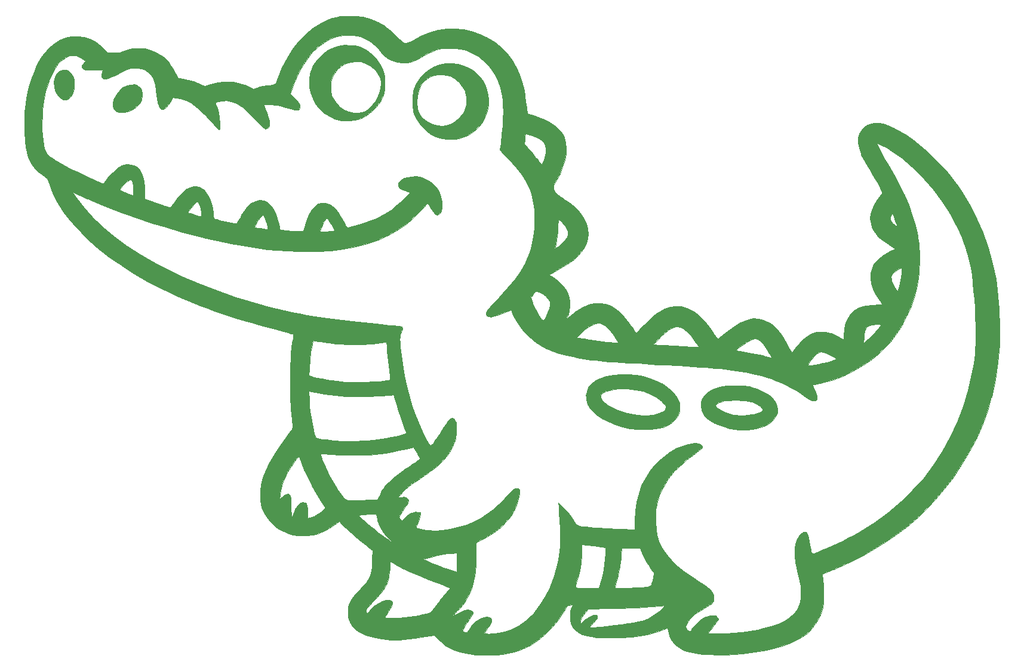
<source format=gbr>
%TF.GenerationSoftware,KiCad,Pcbnew,9.0.6*%
%TF.CreationDate,2026-01-09T14:19:34+01:00*%
%TF.ProjectId,Alligator,416c6c69-6761-4746-9f72-2e6b69636164,rev?*%
%TF.SameCoordinates,Original*%
%TF.FileFunction,Legend,Top*%
%TF.FilePolarity,Positive*%
%FSLAX46Y46*%
G04 Gerber Fmt 4.6, Leading zero omitted, Abs format (unit mm)*
G04 Created by KiCad (PCBNEW 9.0.6) date 2026-01-09 14:19:34*
%MOMM*%
%LPD*%
G01*
G04 APERTURE LIST*
%ADD10C,0.010000*%
G04 APERTURE END LIST*
D10*
%TO.C,G\u002A\u002A\u002A*%
X75462350Y-52459564D02*
X75814474Y-52635669D01*
X76137993Y-52966759D01*
X76302199Y-53207091D01*
X76420026Y-53408922D01*
X76494963Y-53585290D01*
X76536648Y-53783901D01*
X76554721Y-54052461D01*
X76558820Y-54438676D01*
X76558833Y-54477274D01*
X76554727Y-54881717D01*
X76535174Y-55171960D01*
X76489326Y-55403076D01*
X76406332Y-55630133D01*
X76277985Y-55902844D01*
X76013182Y-56340224D01*
X75726716Y-56612645D01*
X75410854Y-56723910D01*
X75057865Y-56677818D01*
X74865500Y-56597188D01*
X74459413Y-56303528D01*
X74130451Y-55888748D01*
X73888372Y-55387083D01*
X73742931Y-54832766D01*
X73703887Y-54260032D01*
X73780995Y-53703118D01*
X73926943Y-53303984D01*
X74197328Y-52873511D01*
X74521812Y-52593663D01*
X74920197Y-52449242D01*
X75066817Y-52429120D01*
X75462350Y-52459564D01*
G36*
X75462350Y-52459564D02*
G01*
X75814474Y-52635669D01*
X76137993Y-52966759D01*
X76302199Y-53207091D01*
X76420026Y-53408922D01*
X76494963Y-53585290D01*
X76536648Y-53783901D01*
X76554721Y-54052461D01*
X76558820Y-54438676D01*
X76558833Y-54477274D01*
X76554727Y-54881717D01*
X76535174Y-55171960D01*
X76489326Y-55403076D01*
X76406332Y-55630133D01*
X76277985Y-55902844D01*
X76013182Y-56340224D01*
X75726716Y-56612645D01*
X75410854Y-56723910D01*
X75057865Y-56677818D01*
X74865500Y-56597188D01*
X74459413Y-56303528D01*
X74130451Y-55888748D01*
X73888372Y-55387083D01*
X73742931Y-54832766D01*
X73703887Y-54260032D01*
X73780995Y-53703118D01*
X73926943Y-53303984D01*
X74197328Y-52873511D01*
X74521812Y-52593663D01*
X74920197Y-52449242D01*
X75066817Y-52429120D01*
X75462350Y-52459564D01*
G37*
X85368304Y-54563195D02*
X85557890Y-54644625D01*
X85660500Y-54709329D01*
X85973473Y-54986650D01*
X86159942Y-55326588D01*
X86232674Y-55759609D01*
X86227910Y-56063298D01*
X86109555Y-56655838D01*
X85845309Y-57193939D01*
X85454381Y-57660780D01*
X84955980Y-58039543D01*
X84369318Y-58313408D01*
X83713603Y-58465554D01*
X83459167Y-58487543D01*
X83113317Y-58496986D01*
X82879604Y-58478083D01*
X82701801Y-58420578D01*
X82529067Y-58317874D01*
X82311041Y-58137754D01*
X82145603Y-57945811D01*
X82123322Y-57908592D01*
X82041783Y-57591369D01*
X82067085Y-57188693D01*
X82186800Y-56735312D01*
X82388501Y-56265976D01*
X82659759Y-55815432D01*
X82988146Y-55418430D01*
X83028190Y-55378578D01*
X83542601Y-54955771D01*
X84071622Y-54686140D01*
X84647683Y-54554466D01*
X84813833Y-54540685D01*
X85142092Y-54532892D01*
X85368304Y-54563195D01*
G36*
X85368304Y-54563195D02*
G01*
X85557890Y-54644625D01*
X85660500Y-54709329D01*
X85973473Y-54986650D01*
X86159942Y-55326588D01*
X86232674Y-55759609D01*
X86227910Y-56063298D01*
X86109555Y-56655838D01*
X85845309Y-57193939D01*
X85454381Y-57660780D01*
X84955980Y-58039543D01*
X84369318Y-58313408D01*
X83713603Y-58465554D01*
X83459167Y-58487543D01*
X83113317Y-58496986D01*
X82879604Y-58478083D01*
X82701801Y-58420578D01*
X82529067Y-58317874D01*
X82311041Y-58137754D01*
X82145603Y-57945811D01*
X82123322Y-57908592D01*
X82041783Y-57591369D01*
X82067085Y-57188693D01*
X82186800Y-56735312D01*
X82388501Y-56265976D01*
X82659759Y-55815432D01*
X82988146Y-55418430D01*
X83028190Y-55378578D01*
X83542601Y-54955771D01*
X84071622Y-54686140D01*
X84647683Y-54554466D01*
X84813833Y-54540685D01*
X85142092Y-54532892D01*
X85368304Y-54563195D01*
G37*
X155170375Y-95626801D02*
X156217486Y-95736819D01*
X157243052Y-95936193D01*
X158228605Y-96219002D01*
X159155677Y-96579324D01*
X160005801Y-97011237D01*
X160760511Y-97508819D01*
X161401337Y-98066148D01*
X161909814Y-98677303D01*
X162173960Y-99127527D01*
X162380230Y-99710546D01*
X162457153Y-100325703D01*
X162402988Y-100925273D01*
X162256050Y-101379474D01*
X161905709Y-101944793D01*
X161413769Y-102433268D01*
X160793977Y-102835450D01*
X160060077Y-103141890D01*
X159463659Y-103298988D01*
X158953726Y-103375995D01*
X158327032Y-103427347D01*
X157634257Y-103452643D01*
X156926079Y-103451478D01*
X156253178Y-103423451D01*
X155666233Y-103368158D01*
X155425833Y-103331075D01*
X154324551Y-103082728D01*
X153278538Y-102752769D01*
X152307741Y-102351277D01*
X151432107Y-101888332D01*
X150671582Y-101374012D01*
X150046113Y-100818398D01*
X149732133Y-100453981D01*
X149399301Y-99892688D01*
X149210178Y-99289773D01*
X149167886Y-98731996D01*
X151211398Y-98731996D01*
X151222635Y-98910350D01*
X151391915Y-99260458D01*
X151712624Y-99616101D01*
X152167578Y-99967215D01*
X152739591Y-100303737D01*
X153411481Y-100615603D01*
X154166062Y-100892751D01*
X154986149Y-101125116D01*
X155017680Y-101132760D01*
X155860061Y-101318925D01*
X156585492Y-101438932D01*
X157231745Y-101495432D01*
X157836594Y-101491079D01*
X158437809Y-101428525D01*
X158675560Y-101389620D01*
X159243267Y-101254617D01*
X159725189Y-101073048D01*
X160103829Y-100856741D01*
X160361691Y-100617528D01*
X160481278Y-100367236D01*
X160468986Y-100177084D01*
X160363123Y-99999465D01*
X160153013Y-99756115D01*
X159872350Y-99479511D01*
X159554831Y-99202133D01*
X159234152Y-98956460D01*
X159127465Y-98884015D01*
X158251664Y-98409171D01*
X157261242Y-98048971D01*
X156169289Y-97806868D01*
X154988897Y-97686313D01*
X154536833Y-97673250D01*
X153771597Y-97693331D01*
X153079102Y-97766086D01*
X152473739Y-97886146D01*
X151969896Y-98048138D01*
X151581965Y-98246691D01*
X151324336Y-98476434D01*
X151211398Y-98731996D01*
X149167886Y-98731996D01*
X149163416Y-98673049D01*
X149257669Y-98070328D01*
X149491587Y-97509420D01*
X149863824Y-97018138D01*
X149900381Y-96981857D01*
X150194437Y-96751598D01*
X150604134Y-96504381D01*
X151080868Y-96264455D01*
X151576038Y-96056070D01*
X152041042Y-95903477D01*
X152084443Y-95892110D01*
X153085386Y-95698525D01*
X154120186Y-95612063D01*
X155170375Y-95626801D01*
G36*
X155170375Y-95626801D02*
G01*
X156217486Y-95736819D01*
X157243052Y-95936193D01*
X158228605Y-96219002D01*
X159155677Y-96579324D01*
X160005801Y-97011237D01*
X160760511Y-97508819D01*
X161401337Y-98066148D01*
X161909814Y-98677303D01*
X162173960Y-99127527D01*
X162380230Y-99710546D01*
X162457153Y-100325703D01*
X162402988Y-100925273D01*
X162256050Y-101379474D01*
X161905709Y-101944793D01*
X161413769Y-102433268D01*
X160793977Y-102835450D01*
X160060077Y-103141890D01*
X159463659Y-103298988D01*
X158953726Y-103375995D01*
X158327032Y-103427347D01*
X157634257Y-103452643D01*
X156926079Y-103451478D01*
X156253178Y-103423451D01*
X155666233Y-103368158D01*
X155425833Y-103331075D01*
X154324551Y-103082728D01*
X153278538Y-102752769D01*
X152307741Y-102351277D01*
X151432107Y-101888332D01*
X150671582Y-101374012D01*
X150046113Y-100818398D01*
X149732133Y-100453981D01*
X149399301Y-99892688D01*
X149210178Y-99289773D01*
X149167886Y-98731996D01*
X151211398Y-98731996D01*
X151222635Y-98910350D01*
X151391915Y-99260458D01*
X151712624Y-99616101D01*
X152167578Y-99967215D01*
X152739591Y-100303737D01*
X153411481Y-100615603D01*
X154166062Y-100892751D01*
X154986149Y-101125116D01*
X155017680Y-101132760D01*
X155860061Y-101318925D01*
X156585492Y-101438932D01*
X157231745Y-101495432D01*
X157836594Y-101491079D01*
X158437809Y-101428525D01*
X158675560Y-101389620D01*
X159243267Y-101254617D01*
X159725189Y-101073048D01*
X160103829Y-100856741D01*
X160361691Y-100617528D01*
X160481278Y-100367236D01*
X160468986Y-100177084D01*
X160363123Y-99999465D01*
X160153013Y-99756115D01*
X159872350Y-99479511D01*
X159554831Y-99202133D01*
X159234152Y-98956460D01*
X159127465Y-98884015D01*
X158251664Y-98409171D01*
X157261242Y-98048971D01*
X156169289Y-97806868D01*
X154988897Y-97686313D01*
X154536833Y-97673250D01*
X153771597Y-97693331D01*
X153079102Y-97766086D01*
X152473739Y-97886146D01*
X151969896Y-98048138D01*
X151581965Y-98246691D01*
X151324336Y-98476434D01*
X151211398Y-98731996D01*
X149167886Y-98731996D01*
X149163416Y-98673049D01*
X149257669Y-98070328D01*
X149491587Y-97509420D01*
X149863824Y-97018138D01*
X149900381Y-96981857D01*
X150194437Y-96751598D01*
X150604134Y-96504381D01*
X151080868Y-96264455D01*
X151576038Y-96056070D01*
X152041042Y-95903477D01*
X152084443Y-95892110D01*
X153085386Y-95698525D01*
X154120186Y-95612063D01*
X155170375Y-95626801D01*
G37*
X170921367Y-97249868D02*
X171345003Y-97259077D01*
X171681473Y-97280081D01*
X171971839Y-97316955D01*
X172257165Y-97373776D01*
X172578515Y-97454621D01*
X172655500Y-97475325D01*
X173310370Y-97682485D01*
X173953677Y-97940534D01*
X174546727Y-98230501D01*
X175050824Y-98533416D01*
X175427274Y-98830310D01*
X175435402Y-98838159D01*
X175881221Y-99364349D01*
X176168088Y-99913913D01*
X176294967Y-100473914D01*
X176260821Y-101031416D01*
X176064616Y-101573486D01*
X175705314Y-102087187D01*
X175696438Y-102097104D01*
X175282491Y-102463760D01*
X174743679Y-102799588D01*
X174124271Y-103082054D01*
X173468531Y-103288622D01*
X173268861Y-103332918D01*
X172679897Y-103423260D01*
X172014023Y-103482051D01*
X171334798Y-103506650D01*
X170705781Y-103494420D01*
X170284833Y-103456806D01*
X169565422Y-103323825D01*
X168824263Y-103122180D01*
X168096294Y-102866248D01*
X167416455Y-102570406D01*
X166819684Y-102249030D01*
X166340920Y-101916496D01*
X166169651Y-101763462D01*
X165788128Y-101281498D01*
X165538789Y-100738066D01*
X165427895Y-100164718D01*
X165433236Y-100074393D01*
X167533167Y-100074393D01*
X167611369Y-100251324D01*
X167828142Y-100452226D01*
X168156732Y-100664436D01*
X168570387Y-100875289D01*
X169042355Y-101072122D01*
X169545882Y-101242271D01*
X170054217Y-101373072D01*
X170409465Y-101435952D01*
X170868241Y-101468596D01*
X171434765Y-101462140D01*
X172052788Y-101419661D01*
X172666062Y-101344232D01*
X172940125Y-101297622D01*
X173495235Y-101158043D01*
X173901503Y-100977696D01*
X174150740Y-100760336D01*
X174168186Y-100734380D01*
X174182191Y-100568202D01*
X174056636Y-100370945D01*
X173814914Y-100157579D01*
X173480416Y-99943078D01*
X173076533Y-99742412D01*
X172626658Y-99570553D01*
X172154182Y-99442473D01*
X172147500Y-99441058D01*
X171756469Y-99383211D01*
X171246770Y-99342926D01*
X170668214Y-99320744D01*
X170070607Y-99317203D01*
X169503759Y-99332842D01*
X169017477Y-99368201D01*
X168755216Y-99404331D01*
X168367781Y-99503085D01*
X168017504Y-99643318D01*
X167739636Y-99805702D01*
X167569428Y-99970909D01*
X167533167Y-100074393D01*
X165433236Y-100074393D01*
X165461707Y-99593009D01*
X165636192Y-99074849D01*
X165944808Y-98615596D01*
X166389550Y-98213782D01*
X166984186Y-97857511D01*
X167122602Y-97790539D01*
X167583930Y-97596486D01*
X168048185Y-97451767D01*
X168550492Y-97350516D01*
X169125975Y-97286870D01*
X169809761Y-97254963D01*
X170369500Y-97248375D01*
X170921367Y-97249868D01*
G36*
X170921367Y-97249868D02*
G01*
X171345003Y-97259077D01*
X171681473Y-97280081D01*
X171971839Y-97316955D01*
X172257165Y-97373776D01*
X172578515Y-97454621D01*
X172655500Y-97475325D01*
X173310370Y-97682485D01*
X173953677Y-97940534D01*
X174546727Y-98230501D01*
X175050824Y-98533416D01*
X175427274Y-98830310D01*
X175435402Y-98838159D01*
X175881221Y-99364349D01*
X176168088Y-99913913D01*
X176294967Y-100473914D01*
X176260821Y-101031416D01*
X176064616Y-101573486D01*
X175705314Y-102087187D01*
X175696438Y-102097104D01*
X175282491Y-102463760D01*
X174743679Y-102799588D01*
X174124271Y-103082054D01*
X173468531Y-103288622D01*
X173268861Y-103332918D01*
X172679897Y-103423260D01*
X172014023Y-103482051D01*
X171334798Y-103506650D01*
X170705781Y-103494420D01*
X170284833Y-103456806D01*
X169565422Y-103323825D01*
X168824263Y-103122180D01*
X168096294Y-102866248D01*
X167416455Y-102570406D01*
X166819684Y-102249030D01*
X166340920Y-101916496D01*
X166169651Y-101763462D01*
X165788128Y-101281498D01*
X165538789Y-100738066D01*
X165427895Y-100164718D01*
X165433236Y-100074393D01*
X167533167Y-100074393D01*
X167611369Y-100251324D01*
X167828142Y-100452226D01*
X168156732Y-100664436D01*
X168570387Y-100875289D01*
X169042355Y-101072122D01*
X169545882Y-101242271D01*
X170054217Y-101373072D01*
X170409465Y-101435952D01*
X170868241Y-101468596D01*
X171434765Y-101462140D01*
X172052788Y-101419661D01*
X172666062Y-101344232D01*
X172940125Y-101297622D01*
X173495235Y-101158043D01*
X173901503Y-100977696D01*
X174150740Y-100760336D01*
X174168186Y-100734380D01*
X174182191Y-100568202D01*
X174056636Y-100370945D01*
X173814914Y-100157579D01*
X173480416Y-99943078D01*
X173076533Y-99742412D01*
X172626658Y-99570553D01*
X172154182Y-99442473D01*
X172147500Y-99441058D01*
X171756469Y-99383211D01*
X171246770Y-99342926D01*
X170668214Y-99320744D01*
X170070607Y-99317203D01*
X169503759Y-99332842D01*
X169017477Y-99368201D01*
X168755216Y-99404331D01*
X168367781Y-99503085D01*
X168017504Y-99643318D01*
X167739636Y-99805702D01*
X167569428Y-99970909D01*
X167533167Y-100074393D01*
X165433236Y-100074393D01*
X165461707Y-99593009D01*
X165636192Y-99074849D01*
X165944808Y-98615596D01*
X166389550Y-98213782D01*
X166984186Y-97857511D01*
X167122602Y-97790539D01*
X167583930Y-97596486D01*
X168048185Y-97451767D01*
X168550492Y-97350516D01*
X169125975Y-97286870D01*
X169809761Y-97254963D01*
X170369500Y-97248375D01*
X170921367Y-97249868D01*
G37*
X115558243Y-48954611D02*
X116026694Y-48980698D01*
X116384786Y-49020862D01*
X116691466Y-49086106D01*
X117005678Y-49187436D01*
X117198833Y-49260873D01*
X118026525Y-49673545D01*
X118772787Y-50220696D01*
X119419633Y-50882022D01*
X119949077Y-51637219D01*
X120343135Y-52465984D01*
X120509021Y-52997697D01*
X120586711Y-53457838D01*
X120621378Y-54010375D01*
X120615152Y-54602524D01*
X120570160Y-55181503D01*
X120488531Y-55694529D01*
X120385684Y-56055764D01*
X119969447Y-56917847D01*
X119432690Y-57684293D01*
X118791807Y-58343513D01*
X118063194Y-58883920D01*
X117263245Y-59293926D01*
X116408354Y-59561942D01*
X115514916Y-59676382D01*
X115259123Y-59679312D01*
X114914119Y-59670416D01*
X114618737Y-59655722D01*
X114427078Y-59638085D01*
X114404833Y-59634225D01*
X113493858Y-59380693D01*
X112692003Y-59015603D01*
X111968291Y-58522514D01*
X111482105Y-58082900D01*
X110861960Y-57349112D01*
X110390212Y-56547153D01*
X110069655Y-55693590D01*
X109922740Y-54909858D01*
X112965500Y-54909858D01*
X112968032Y-55326132D01*
X112982484Y-55624128D01*
X113019143Y-55854895D01*
X113088291Y-56069479D01*
X113200216Y-56318930D01*
X113283777Y-56489572D01*
X113696470Y-57147187D01*
X114216630Y-57689744D01*
X114823333Y-58108396D01*
X115495655Y-58394294D01*
X116212674Y-58538589D01*
X116953465Y-58532435D01*
X117697106Y-58366982D01*
X117711662Y-58362056D01*
X118109595Y-58157839D01*
X118528325Y-57823421D01*
X118938014Y-57390190D01*
X119308820Y-56889529D01*
X119599683Y-56376314D01*
X119856665Y-55746153D01*
X120029696Y-55113909D01*
X120108271Y-54526434D01*
X120099369Y-54147532D01*
X119964521Y-53606588D01*
X119691984Y-53051269D01*
X119303952Y-52522981D01*
X119127920Y-52335025D01*
X118524369Y-51841910D01*
X117868167Y-51498193D01*
X117179214Y-51300272D01*
X116477412Y-51244543D01*
X115782661Y-51327401D01*
X115114862Y-51545242D01*
X114493916Y-51894463D01*
X113939724Y-52371459D01*
X113472187Y-52972627D01*
X113236556Y-53401911D01*
X113115970Y-53668011D01*
X113037627Y-53888800D01*
X112992487Y-54114570D01*
X112971512Y-54395610D01*
X112965660Y-54782211D01*
X112965500Y-54909858D01*
X109922740Y-54909858D01*
X109903081Y-54804986D01*
X109893284Y-53897910D01*
X110043056Y-52988925D01*
X110355192Y-52094598D01*
X110441371Y-51910731D01*
X110825695Y-51279238D01*
X111336099Y-50665764D01*
X111930903Y-50111363D01*
X112568429Y-49657095D01*
X112926339Y-49462812D01*
X113465333Y-49225441D01*
X113946612Y-49067156D01*
X114427053Y-48976972D01*
X114963534Y-48943908D01*
X115558243Y-48954611D01*
G36*
X115558243Y-48954611D02*
G01*
X116026694Y-48980698D01*
X116384786Y-49020862D01*
X116691466Y-49086106D01*
X117005678Y-49187436D01*
X117198833Y-49260873D01*
X118026525Y-49673545D01*
X118772787Y-50220696D01*
X119419633Y-50882022D01*
X119949077Y-51637219D01*
X120343135Y-52465984D01*
X120509021Y-52997697D01*
X120586711Y-53457838D01*
X120621378Y-54010375D01*
X120615152Y-54602524D01*
X120570160Y-55181503D01*
X120488531Y-55694529D01*
X120385684Y-56055764D01*
X119969447Y-56917847D01*
X119432690Y-57684293D01*
X118791807Y-58343513D01*
X118063194Y-58883920D01*
X117263245Y-59293926D01*
X116408354Y-59561942D01*
X115514916Y-59676382D01*
X115259123Y-59679312D01*
X114914119Y-59670416D01*
X114618737Y-59655722D01*
X114427078Y-59638085D01*
X114404833Y-59634225D01*
X113493858Y-59380693D01*
X112692003Y-59015603D01*
X111968291Y-58522514D01*
X111482105Y-58082900D01*
X110861960Y-57349112D01*
X110390212Y-56547153D01*
X110069655Y-55693590D01*
X109922740Y-54909858D01*
X112965500Y-54909858D01*
X112968032Y-55326132D01*
X112982484Y-55624128D01*
X113019143Y-55854895D01*
X113088291Y-56069479D01*
X113200216Y-56318930D01*
X113283777Y-56489572D01*
X113696470Y-57147187D01*
X114216630Y-57689744D01*
X114823333Y-58108396D01*
X115495655Y-58394294D01*
X116212674Y-58538589D01*
X116953465Y-58532435D01*
X117697106Y-58366982D01*
X117711662Y-58362056D01*
X118109595Y-58157839D01*
X118528325Y-57823421D01*
X118938014Y-57390190D01*
X119308820Y-56889529D01*
X119599683Y-56376314D01*
X119856665Y-55746153D01*
X120029696Y-55113909D01*
X120108271Y-54526434D01*
X120099369Y-54147532D01*
X119964521Y-53606588D01*
X119691984Y-53051269D01*
X119303952Y-52522981D01*
X119127920Y-52335025D01*
X118524369Y-51841910D01*
X117868167Y-51498193D01*
X117179214Y-51300272D01*
X116477412Y-51244543D01*
X115782661Y-51327401D01*
X115114862Y-51545242D01*
X114493916Y-51894463D01*
X113939724Y-52371459D01*
X113472187Y-52972627D01*
X113236556Y-53401911D01*
X113115970Y-53668011D01*
X113037627Y-53888800D01*
X112992487Y-54114570D01*
X112971512Y-54395610D01*
X112965660Y-54782211D01*
X112965500Y-54909858D01*
X109922740Y-54909858D01*
X109903081Y-54804986D01*
X109893284Y-53897910D01*
X110043056Y-52988925D01*
X110355192Y-52094598D01*
X110441371Y-51910731D01*
X110825695Y-51279238D01*
X111336099Y-50665764D01*
X111930903Y-50111363D01*
X112568429Y-49657095D01*
X112926339Y-49462812D01*
X113465333Y-49225441D01*
X113946612Y-49067156D01*
X114427053Y-48976972D01*
X114963534Y-48943908D01*
X115558243Y-48954611D01*
G37*
X130987147Y-51595240D02*
X131808356Y-51830792D01*
X132579574Y-52191045D01*
X133285820Y-52667441D01*
X133912115Y-53251423D01*
X134443478Y-53934432D01*
X134864931Y-54707910D01*
X135161493Y-55563299D01*
X135318183Y-56492042D01*
X135321961Y-56538731D01*
X135310298Y-57452659D01*
X135141066Y-58338358D01*
X134825651Y-59178905D01*
X134375441Y-59957377D01*
X133801821Y-60656852D01*
X133116179Y-61260405D01*
X132329900Y-61751115D01*
X131605870Y-62061679D01*
X131158516Y-62174422D01*
X130604370Y-62250122D01*
X130002451Y-62286085D01*
X129411779Y-62279622D01*
X128891373Y-62228040D01*
X128713500Y-62193569D01*
X127854880Y-61909859D01*
X127049809Y-61478833D01*
X126318997Y-60919298D01*
X125683156Y-60250057D01*
X125162998Y-59489915D01*
X124779233Y-58657676D01*
X124760558Y-58604591D01*
X124675027Y-58330559D01*
X124618096Y-58066066D01*
X124584364Y-57765093D01*
X124568427Y-57381625D01*
X124565644Y-57037679D01*
X125175607Y-57037679D01*
X125262396Y-57861175D01*
X125370520Y-58292133D01*
X125493589Y-58638744D01*
X125637363Y-58905730D01*
X125844742Y-59161712D01*
X126036095Y-59356792D01*
X126655764Y-59854194D01*
X127334355Y-60194476D01*
X128062125Y-60375303D01*
X128829331Y-60394342D01*
X129626229Y-60249258D01*
X129687524Y-60231517D01*
X130090663Y-60065621D01*
X130533411Y-59810713D01*
X130954950Y-59507511D01*
X131294462Y-59196732D01*
X131377774Y-59099908D01*
X131547421Y-58853084D01*
X131740888Y-58523427D01*
X131910265Y-58194527D01*
X132038312Y-57910671D01*
X132118613Y-57678042D01*
X132161832Y-57440235D01*
X132178637Y-57140843D01*
X132179967Y-56768133D01*
X132167285Y-56302065D01*
X132130092Y-55948899D01*
X132060338Y-55653005D01*
X131990070Y-55455800D01*
X131639781Y-54792794D01*
X131155881Y-54199316D01*
X130569370Y-53706359D01*
X129911245Y-53344916D01*
X129856500Y-53322638D01*
X129364662Y-53190081D01*
X128784940Y-53130338D01*
X128182287Y-53143323D01*
X127621657Y-53228951D01*
X127304238Y-53325993D01*
X126704912Y-53614371D01*
X126231401Y-53970266D01*
X125858585Y-54421096D01*
X125561340Y-54994283D01*
X125415789Y-55387183D01*
X125226999Y-56196253D01*
X125175607Y-57037679D01*
X124565644Y-57037679D01*
X124564833Y-56937467D01*
X124569586Y-56441836D01*
X124587707Y-56066777D01*
X124624996Y-55763695D01*
X124687248Y-55483997D01*
X124771388Y-55206056D01*
X125112346Y-54420432D01*
X125595737Y-53677325D01*
X126195098Y-53007115D01*
X126883965Y-52440185D01*
X127501998Y-52071206D01*
X128373373Y-51722372D01*
X129254676Y-51532472D01*
X130130927Y-51492947D01*
X130987147Y-51595240D01*
G36*
X130987147Y-51595240D02*
G01*
X131808356Y-51830792D01*
X132579574Y-52191045D01*
X133285820Y-52667441D01*
X133912115Y-53251423D01*
X134443478Y-53934432D01*
X134864931Y-54707910D01*
X135161493Y-55563299D01*
X135318183Y-56492042D01*
X135321961Y-56538731D01*
X135310298Y-57452659D01*
X135141066Y-58338358D01*
X134825651Y-59178905D01*
X134375441Y-59957377D01*
X133801821Y-60656852D01*
X133116179Y-61260405D01*
X132329900Y-61751115D01*
X131605870Y-62061679D01*
X131158516Y-62174422D01*
X130604370Y-62250122D01*
X130002451Y-62286085D01*
X129411779Y-62279622D01*
X128891373Y-62228040D01*
X128713500Y-62193569D01*
X127854880Y-61909859D01*
X127049809Y-61478833D01*
X126318997Y-60919298D01*
X125683156Y-60250057D01*
X125162998Y-59489915D01*
X124779233Y-58657676D01*
X124760558Y-58604591D01*
X124675027Y-58330559D01*
X124618096Y-58066066D01*
X124584364Y-57765093D01*
X124568427Y-57381625D01*
X124565644Y-57037679D01*
X125175607Y-57037679D01*
X125262396Y-57861175D01*
X125370520Y-58292133D01*
X125493589Y-58638744D01*
X125637363Y-58905730D01*
X125844742Y-59161712D01*
X126036095Y-59356792D01*
X126655764Y-59854194D01*
X127334355Y-60194476D01*
X128062125Y-60375303D01*
X128829331Y-60394342D01*
X129626229Y-60249258D01*
X129687524Y-60231517D01*
X130090663Y-60065621D01*
X130533411Y-59810713D01*
X130954950Y-59507511D01*
X131294462Y-59196732D01*
X131377774Y-59099908D01*
X131547421Y-58853084D01*
X131740888Y-58523427D01*
X131910265Y-58194527D01*
X132038312Y-57910671D01*
X132118613Y-57678042D01*
X132161832Y-57440235D01*
X132178637Y-57140843D01*
X132179967Y-56768133D01*
X132167285Y-56302065D01*
X132130092Y-55948899D01*
X132060338Y-55653005D01*
X131990070Y-55455800D01*
X131639781Y-54792794D01*
X131155881Y-54199316D01*
X130569370Y-53706359D01*
X129911245Y-53344916D01*
X129856500Y-53322638D01*
X129364662Y-53190081D01*
X128784940Y-53130338D01*
X128182287Y-53143323D01*
X127621657Y-53228951D01*
X127304238Y-53325993D01*
X126704912Y-53614371D01*
X126231401Y-53970266D01*
X125858585Y-54421096D01*
X125561340Y-54994283D01*
X125415789Y-55387183D01*
X125226999Y-56196253D01*
X125175607Y-57037679D01*
X124565644Y-57037679D01*
X124564833Y-56937467D01*
X124569586Y-56441836D01*
X124587707Y-56066777D01*
X124624996Y-55763695D01*
X124687248Y-55483997D01*
X124771388Y-55206056D01*
X125112346Y-54420432D01*
X125595737Y-53677325D01*
X126195098Y-53007115D01*
X126883965Y-52440185D01*
X127501998Y-52071206D01*
X128373373Y-51722372D01*
X129254676Y-51532472D01*
X130130927Y-51492947D01*
X130987147Y-51595240D01*
G37*
X116411687Y-44822068D02*
X117549150Y-44965927D01*
X118621361Y-45249588D01*
X119651247Y-45679058D01*
X120627833Y-46238271D01*
X120881241Y-46425407D01*
X121215100Y-46704756D01*
X121594019Y-47045022D01*
X121982609Y-47414906D01*
X122172752Y-47604503D01*
X122597678Y-48030744D01*
X122932965Y-48342544D01*
X123206195Y-48547660D01*
X123444952Y-48653850D01*
X123676821Y-48668870D01*
X123929383Y-48600479D01*
X124230224Y-48456434D01*
X124554788Y-48274408D01*
X125787433Y-47637628D01*
X127000843Y-47155768D01*
X128220039Y-46820301D01*
X129369667Y-46633485D01*
X130547884Y-46585134D01*
X131731667Y-46694780D01*
X132903236Y-46952705D01*
X134044812Y-47349191D01*
X135138617Y-47874518D01*
X136166871Y-48518969D01*
X137111795Y-49272824D01*
X137955610Y-50126365D01*
X138680537Y-51069873D01*
X139236035Y-52026800D01*
X139505089Y-52588603D01*
X139732925Y-53114124D01*
X139926323Y-53629670D01*
X140092060Y-54161550D01*
X140236916Y-54736073D01*
X140367669Y-55379546D01*
X140491100Y-56118279D01*
X140613985Y-56978578D01*
X140716503Y-57772395D01*
X140820833Y-58607324D01*
X141966097Y-59007108D01*
X142796297Y-59314709D01*
X143486485Y-59612655D01*
X144064170Y-59915993D01*
X144556862Y-60239764D01*
X144992071Y-60599014D01*
X145146365Y-60746242D01*
X145617186Y-61271811D01*
X145953022Y-61798068D01*
X146181111Y-62374259D01*
X146286055Y-62806844D01*
X146358848Y-63557298D01*
X146306426Y-64391031D01*
X146134619Y-65284077D01*
X145849258Y-66212473D01*
X145456173Y-67152253D01*
X145033170Y-67956894D01*
X144809997Y-68343071D01*
X144659192Y-68615476D01*
X144570003Y-68807864D01*
X144531679Y-68953995D01*
X144533471Y-69087625D01*
X144564627Y-69242512D01*
X144590149Y-69348009D01*
X144654424Y-69555365D01*
X144753338Y-69741484D01*
X144907654Y-69926192D01*
X145138136Y-70129315D01*
X145465546Y-70370680D01*
X145910650Y-70670113D01*
X146112500Y-70801648D01*
X147029848Y-71451203D01*
X147787404Y-72111285D01*
X148394703Y-72794047D01*
X148861278Y-73511640D01*
X149196662Y-74276216D01*
X149386148Y-74974258D01*
X149465054Y-75665630D01*
X149404010Y-76325673D01*
X149197119Y-76994558D01*
X149038609Y-77341928D01*
X148744840Y-77868771D01*
X148403957Y-78355237D01*
X147999589Y-78815240D01*
X147515365Y-79262691D01*
X146934914Y-79711502D01*
X146241866Y-80175587D01*
X145419850Y-80668857D01*
X144562719Y-81145746D01*
X143901938Y-81503369D01*
X144429419Y-81828948D01*
X145138516Y-82335841D01*
X145749712Y-82913191D01*
X146244635Y-83538346D01*
X146604917Y-84188658D01*
X146790675Y-84740411D01*
X146861833Y-85284351D01*
X146854773Y-85908116D01*
X146774949Y-86544316D01*
X146627815Y-87125559D01*
X146588804Y-87234520D01*
X146368402Y-87813573D01*
X146854284Y-87395382D01*
X147760463Y-86689539D01*
X148645325Y-86149589D01*
X149507675Y-85775614D01*
X150346316Y-85567695D01*
X151160055Y-85525913D01*
X151947694Y-85650350D01*
X152708038Y-85941086D01*
X153439893Y-86398203D01*
X154029133Y-86908241D01*
X154301580Y-87197942D01*
X154632523Y-87583715D01*
X154985598Y-88021362D01*
X155324442Y-88466687D01*
X155423357Y-88602800D01*
X155691575Y-88976650D01*
X155922956Y-89298990D01*
X156100494Y-89546141D01*
X156207183Y-89694426D01*
X156230406Y-89726478D01*
X156292706Y-89676308D01*
X156457591Y-89523033D01*
X156707846Y-89283226D01*
X157026257Y-88973457D01*
X157395610Y-88610295D01*
X157593734Y-88414145D01*
X158081413Y-87940069D01*
X158531465Y-87521531D01*
X158923631Y-87176457D01*
X159237651Y-86922774D01*
X159423896Y-86794776D01*
X160275685Y-86362510D01*
X161090261Y-86090921D01*
X161880813Y-85979032D01*
X162660529Y-86025861D01*
X163442600Y-86230429D01*
X163977167Y-86456555D01*
X164623789Y-86847642D01*
X165288985Y-87400972D01*
X165967384Y-88111153D01*
X166653618Y-88972797D01*
X167062795Y-89554176D01*
X167350279Y-89976270D01*
X167561520Y-90273448D01*
X167711908Y-90463192D01*
X167816833Y-90562986D01*
X167891683Y-90590313D01*
X167951075Y-90563309D01*
X168736485Y-89913029D01*
X169421763Y-89372560D01*
X170024954Y-88930435D01*
X170564102Y-88575186D01*
X171057251Y-88295347D01*
X171522445Y-88079450D01*
X171977729Y-87916029D01*
X172228788Y-87844790D01*
X172933093Y-87724276D01*
X173607720Y-87745192D01*
X174288959Y-87911779D01*
X174862734Y-88152605D01*
X175345561Y-88424551D01*
X175789118Y-88757570D01*
X176208858Y-89169938D01*
X176620234Y-89679932D01*
X177038701Y-90305831D01*
X177479713Y-91065912D01*
X177744108Y-91560469D01*
X177947123Y-91937458D01*
X178125877Y-92247033D01*
X178265215Y-92464637D01*
X178349984Y-92565713D01*
X178365583Y-92567611D01*
X178439721Y-92470749D01*
X178586274Y-92273079D01*
X178778363Y-92010957D01*
X178855678Y-91904800D01*
X179345133Y-91295073D01*
X179414566Y-91223277D01*
X188503775Y-91223277D01*
X188944413Y-90854354D01*
X189174637Y-90646876D01*
X189478870Y-90352034D01*
X189818097Y-90008558D01*
X190153306Y-89655179D01*
X190164275Y-89643335D01*
X190456935Y-89323704D01*
X190709968Y-89041061D01*
X190899727Y-88822279D01*
X191002565Y-88694231D01*
X191011207Y-88680852D01*
X191017824Y-88623768D01*
X190942678Y-88587667D01*
X190759735Y-88568200D01*
X190442961Y-88561015D01*
X190291540Y-88560598D01*
X189738930Y-88584355D01*
X189317868Y-88668176D01*
X189009845Y-88831202D01*
X188796349Y-89092573D01*
X188658869Y-89471430D01*
X188578894Y-89986913D01*
X188551347Y-90359947D01*
X188503775Y-91223277D01*
X179414566Y-91223277D01*
X179874380Y-90747822D01*
X180411769Y-90292044D01*
X180925649Y-89956739D01*
X181051632Y-89892810D01*
X181319979Y-89770934D01*
X181540744Y-89691947D01*
X181764439Y-89646788D01*
X182041577Y-89626398D01*
X182422673Y-89621718D01*
X182561500Y-89622011D01*
X183044080Y-89634270D01*
X183445931Y-89676298D01*
X183812256Y-89761537D01*
X184188257Y-89903428D01*
X184619135Y-90115414D01*
X185080333Y-90371037D01*
X185736500Y-90745329D01*
X185739454Y-90182064D01*
X185806773Y-89227806D01*
X185996501Y-88381824D01*
X186306141Y-87647971D01*
X186733193Y-87030099D01*
X187275160Y-86532060D01*
X187929542Y-86157707D01*
X188474315Y-85965426D01*
X188729132Y-85915074D01*
X189103680Y-85866054D01*
X189548406Y-85823844D01*
X190013760Y-85793925D01*
X190033333Y-85793004D01*
X190446835Y-85771630D01*
X190791635Y-85749534D01*
X191036629Y-85729032D01*
X191150714Y-85712442D01*
X191155167Y-85709411D01*
X191110991Y-85628753D01*
X190995799Y-85449838D01*
X190852581Y-85237835D01*
X190289818Y-84342191D01*
X189878928Y-83509613D01*
X189617708Y-82732915D01*
X189503956Y-82004914D01*
X189509788Y-81877865D01*
X192425167Y-81877865D01*
X192446206Y-82178716D01*
X192499069Y-82448926D01*
X192524788Y-82523983D01*
X192649533Y-82785010D01*
X192810736Y-83074403D01*
X192986002Y-83358013D01*
X193152939Y-83601695D01*
X193289154Y-83771301D01*
X193372253Y-83832685D01*
X193380567Y-83828933D01*
X193424813Y-83721720D01*
X193491410Y-83483942D01*
X193571134Y-83151395D01*
X193650217Y-82782334D01*
X193737534Y-82319982D01*
X193813940Y-81854933D01*
X193875907Y-81416739D01*
X193919909Y-81034954D01*
X193942420Y-80739134D01*
X193939913Y-80558832D01*
X193920506Y-80517133D01*
X193815181Y-80560035D01*
X193611466Y-80671663D01*
X193351591Y-80826403D01*
X193077785Y-80998637D01*
X192832275Y-81162750D01*
X192709300Y-81251845D01*
X192533190Y-81406773D01*
X192449834Y-81564250D01*
X192425816Y-81797903D01*
X192425167Y-81877865D01*
X189509788Y-81877865D01*
X189535470Y-81318424D01*
X189580366Y-81086828D01*
X189744664Y-80521091D01*
X189961386Y-80056320D01*
X190263641Y-79625251D01*
X190351121Y-79521036D01*
X190588335Y-79291248D01*
X190933209Y-79013651D01*
X191342771Y-78717785D01*
X191774044Y-78433191D01*
X192184057Y-78189408D01*
X192529833Y-78015978D01*
X192557597Y-78004309D01*
X192775846Y-77906407D01*
X192909970Y-77830503D01*
X192930467Y-77807800D01*
X192862461Y-77748699D01*
X192678809Y-77619045D01*
X192407506Y-77437957D01*
X192076546Y-77224556D01*
X192075630Y-77223974D01*
X191276974Y-76673320D01*
X190636782Y-76131263D01*
X190145629Y-75584345D01*
X189794088Y-75019113D01*
X189572732Y-74422110D01*
X189472135Y-73779881D01*
X189467026Y-73609307D01*
X192294660Y-73609307D01*
X192397337Y-73906307D01*
X192650744Y-74209334D01*
X192874751Y-74398603D01*
X193097002Y-74568930D01*
X193213443Y-74649522D01*
X193252504Y-74653856D01*
X193242618Y-74595410D01*
X193234852Y-74569300D01*
X193195886Y-74448032D01*
X193116157Y-74205723D01*
X193008710Y-73881889D01*
X192927655Y-73638821D01*
X192783874Y-73235880D01*
X192668848Y-72991351D01*
X192571689Y-72899017D01*
X192481511Y-72952661D01*
X192387427Y-73146067D01*
X192333444Y-73299513D01*
X192294660Y-73609307D01*
X189467026Y-73609307D01*
X189463619Y-73495599D01*
X189495260Y-73063758D01*
X189593669Y-72621529D01*
X189768254Y-72148775D01*
X190028422Y-71625355D01*
X190383579Y-71031132D01*
X190843131Y-70345967D01*
X191111185Y-69968276D01*
X191128989Y-69873898D01*
X191090332Y-69706978D01*
X190989998Y-69457305D01*
X190822765Y-69114670D01*
X190583415Y-68668861D01*
X190266729Y-68109667D01*
X189867487Y-67426878D01*
X189476872Y-66770987D01*
X189156623Y-66228932D01*
X188851344Y-65698202D01*
X188576862Y-65207393D01*
X188349006Y-64785101D01*
X188183603Y-64459925D01*
X188117031Y-64314070D01*
X187861383Y-63545586D01*
X187745186Y-62817252D01*
X187765289Y-62142419D01*
X187918540Y-61534435D01*
X188201786Y-61006651D01*
X188611876Y-60572417D01*
X189069294Y-60281163D01*
X189601602Y-60069350D01*
X190136877Y-59965903D01*
X190698687Y-59973241D01*
X191310598Y-60093782D01*
X191996178Y-60329945D01*
X192721500Y-60655931D01*
X193665649Y-61155053D01*
X194593131Y-61725819D01*
X195522969Y-62382733D01*
X196474184Y-63140303D01*
X197465796Y-64013033D01*
X198516827Y-65015429D01*
X198777373Y-65274253D01*
X199558750Y-66073124D01*
X200235480Y-66805611D01*
X200837696Y-67507840D01*
X201395529Y-68215940D01*
X201939112Y-68966036D01*
X202310599Y-69510467D01*
X203488700Y-71422463D01*
X204534695Y-73430859D01*
X205442427Y-75518866D01*
X206205740Y-77669700D01*
X206818477Y-79866574D01*
X207274480Y-82092702D01*
X207495665Y-83646832D01*
X207736898Y-86328060D01*
X207826801Y-88939369D01*
X207764998Y-91487575D01*
X207551108Y-93979490D01*
X207184753Y-96421929D01*
X206665555Y-98821707D01*
X206648449Y-98889800D01*
X206094782Y-100782539D01*
X205387918Y-102695288D01*
X204539440Y-104609062D01*
X203560934Y-106504875D01*
X202463985Y-108363743D01*
X201260176Y-110166680D01*
X199961093Y-111894702D01*
X198578320Y-113528823D01*
X197123441Y-115050057D01*
X196327899Y-115803304D01*
X194604551Y-117274245D01*
X192741752Y-118669780D01*
X190756427Y-119979479D01*
X188665494Y-121192912D01*
X186485878Y-122299646D01*
X184234499Y-123289253D01*
X184085500Y-123349508D01*
X183560286Y-123563845D01*
X183175086Y-123729432D01*
X182911007Y-123856024D01*
X182749157Y-123953373D01*
X182670645Y-124031235D01*
X182655231Y-124087977D01*
X182671424Y-124245330D01*
X182706024Y-124516628D01*
X182752142Y-124848385D01*
X182761528Y-124913093D01*
X182812230Y-125376197D01*
X182845561Y-125924955D01*
X182861826Y-126520288D01*
X182861333Y-127123118D01*
X182844388Y-127694366D01*
X182811297Y-128194954D01*
X182762367Y-128585804D01*
X182731600Y-128729593D01*
X182371632Y-129771116D01*
X181872413Y-130730506D01*
X181243682Y-131593448D01*
X180495173Y-132345623D01*
X180017727Y-132719979D01*
X179439580Y-133080542D01*
X178721900Y-133443056D01*
X177893963Y-133796191D01*
X176985049Y-134128612D01*
X176024434Y-134428987D01*
X175041396Y-134685984D01*
X174791003Y-134743137D01*
X173687707Y-134959174D01*
X172529519Y-135134299D01*
X171338003Y-135268380D01*
X170134722Y-135361287D01*
X168941239Y-135412888D01*
X167779118Y-135423051D01*
X166669923Y-135391647D01*
X165635216Y-135318543D01*
X164696561Y-135203608D01*
X163875522Y-135046712D01*
X163193663Y-134847723D01*
X163104659Y-134814212D01*
X162409405Y-134457427D01*
X161816811Y-133977544D01*
X161341588Y-133392728D01*
X160998444Y-132721144D01*
X160802087Y-131980958D01*
X160800137Y-131968110D01*
X160752957Y-131724445D01*
X160696085Y-131618002D01*
X160611248Y-131616887D01*
X160601292Y-131621005D01*
X159266204Y-132123265D01*
X157813932Y-132516999D01*
X156236398Y-132804388D01*
X156193829Y-132810435D01*
X155742395Y-132860912D01*
X155171659Y-132904442D01*
X154514405Y-132940354D01*
X153803412Y-132967978D01*
X153071464Y-132986645D01*
X152351341Y-132995684D01*
X151675825Y-132994425D01*
X151077699Y-132982199D01*
X150589744Y-132958335D01*
X150303748Y-132930818D01*
X149396346Y-132764209D01*
X148637732Y-132524737D01*
X148022498Y-132209528D01*
X147545240Y-131815709D01*
X147200552Y-131340404D01*
X147158250Y-131258449D01*
X147044361Y-131009007D01*
X147041975Y-131001638D01*
X148398500Y-131001638D01*
X148824091Y-130603547D01*
X149148477Y-130339357D01*
X149516898Y-130100860D01*
X149889849Y-129907636D01*
X150227823Y-129779265D01*
X150491313Y-129735326D01*
X150559166Y-129743653D01*
X150713302Y-129821094D01*
X150766807Y-129983657D01*
X150769167Y-130057379D01*
X150746811Y-130204377D01*
X150664991Y-130361224D01*
X150501576Y-130558532D01*
X150234434Y-130826915D01*
X150164421Y-130893899D01*
X149889139Y-131162294D01*
X149727645Y-131339327D01*
X149665788Y-131444565D01*
X149689418Y-131497577D01*
X149719921Y-131508612D01*
X149814548Y-131523037D01*
X149955327Y-131527780D01*
X150158353Y-131521512D01*
X150439720Y-131502904D01*
X150815523Y-131470624D01*
X151301856Y-131423343D01*
X151914813Y-131359732D01*
X152670488Y-131278460D01*
X153182167Y-131222525D01*
X154233809Y-131099874D01*
X155134550Y-130978216D01*
X155902757Y-130853793D01*
X156556795Y-130722848D01*
X157115031Y-130581624D01*
X157595831Y-130426364D01*
X158017561Y-130253311D01*
X158092833Y-130217963D01*
X158553774Y-129958489D01*
X159047237Y-129617050D01*
X159520538Y-129234868D01*
X159920992Y-128853165D01*
X160099181Y-128648157D01*
X160283495Y-128413839D01*
X159611497Y-128471708D01*
X158415565Y-128570464D01*
X157334946Y-128649623D01*
X156317098Y-128711901D01*
X155309477Y-128760018D01*
X154259539Y-128796691D01*
X153114743Y-128824638D01*
X152602567Y-128834260D01*
X149482968Y-128888682D01*
X149067473Y-129387950D01*
X148759366Y-129777786D01*
X148557594Y-130088049D01*
X148444038Y-130353992D01*
X148400579Y-130610869D01*
X148398500Y-130689515D01*
X148398500Y-131001638D01*
X147041975Y-131001638D01*
X146972972Y-130788493D01*
X146957407Y-130689515D01*
X146934413Y-130543300D01*
X146919012Y-130219819D01*
X146916833Y-129920133D01*
X146922617Y-129503211D01*
X146945101Y-129207479D01*
X146991984Y-128985036D01*
X147070964Y-128787977D01*
X147111508Y-128708824D01*
X147306182Y-128344181D01*
X146512486Y-128396133D01*
X146050502Y-129158133D01*
X145201711Y-130435360D01*
X144290295Y-131573046D01*
X143322031Y-132565748D01*
X142302693Y-133408024D01*
X141238055Y-134094431D01*
X140349359Y-134531191D01*
X139718309Y-134764105D01*
X138970694Y-134981445D01*
X138159265Y-135169857D01*
X137336776Y-135315991D01*
X137137833Y-135344057D01*
X136633540Y-135394103D01*
X136019823Y-135428572D01*
X135345830Y-135447101D01*
X134660708Y-135449326D01*
X134013605Y-135434884D01*
X133453670Y-135403411D01*
X133158500Y-135373490D01*
X132127262Y-135214049D01*
X131237780Y-135014597D01*
X130465067Y-134764632D01*
X129784137Y-134453655D01*
X129170004Y-134071164D01*
X128597681Y-133606660D01*
X128318539Y-133339517D01*
X127584911Y-132602874D01*
X125863206Y-132892953D01*
X124871316Y-133052112D01*
X124014771Y-133170800D01*
X123265043Y-133251200D01*
X122593601Y-133295492D01*
X121971918Y-133305860D01*
X121371464Y-133284485D01*
X121051167Y-133260953D01*
X120179741Y-133162371D01*
X119329352Y-133021027D01*
X118550996Y-132846654D01*
X117956810Y-132670416D01*
X117179991Y-132331804D01*
X116536552Y-131898951D01*
X116031087Y-131377286D01*
X115668193Y-130772237D01*
X115452465Y-130089232D01*
X115395647Y-129645321D01*
X115393492Y-129267475D01*
X117940819Y-129267475D01*
X117951559Y-129320657D01*
X118029477Y-129493411D01*
X118143603Y-129513662D01*
X118301365Y-129378969D01*
X118468833Y-129150690D01*
X118805333Y-128751498D01*
X119263320Y-128365497D01*
X119796323Y-128027417D01*
X120268736Y-127805588D01*
X120746319Y-127651371D01*
X121114977Y-127611028D01*
X121391646Y-127685153D01*
X121576897Y-127851434D01*
X121674202Y-128006713D01*
X121692653Y-128150300D01*
X121638176Y-128358818D01*
X121620232Y-128411630D01*
X121518352Y-128633571D01*
X121344822Y-128939722D01*
X121129591Y-129278826D01*
X121021091Y-129437072D01*
X120803946Y-129748802D01*
X120675297Y-129949749D01*
X120624504Y-130066409D01*
X120640923Y-130125278D01*
X120713913Y-130152850D01*
X120732127Y-130156513D01*
X121051716Y-130190984D01*
X121504256Y-130202152D01*
X122055098Y-130190874D01*
X122669590Y-130158007D01*
X123313085Y-130104407D01*
X123464167Y-130088959D01*
X124140878Y-130009579D01*
X124814975Y-129916624D01*
X125453752Y-129815652D01*
X126024504Y-129712220D01*
X126494524Y-129611884D01*
X126831107Y-129520201D01*
X126850833Y-129513564D01*
X127067011Y-129410826D01*
X127264412Y-129241907D01*
X127483140Y-128969763D01*
X127564477Y-128854406D01*
X127763779Y-128579792D01*
X128038279Y-128220468D01*
X128353494Y-127820735D01*
X128674942Y-127424896D01*
X128711988Y-127380133D01*
X129097777Y-126913629D01*
X129386550Y-126559924D01*
X129590457Y-126302374D01*
X129721649Y-126124332D01*
X129792278Y-126009152D01*
X129814495Y-125940190D01*
X129800451Y-125900799D01*
X129795428Y-125895931D01*
X129698223Y-125849068D01*
X129468561Y-125754493D01*
X129133013Y-125622661D01*
X128718151Y-125464025D01*
X128290167Y-125303727D01*
X126849280Y-124751628D01*
X125497088Y-124198291D01*
X124252552Y-123652065D01*
X123134630Y-123121296D01*
X122162283Y-122614331D01*
X122088333Y-122573372D01*
X121389833Y-122184532D01*
X121389833Y-122737033D01*
X121363598Y-123179545D01*
X121292408Y-123707815D01*
X121187536Y-124266011D01*
X121060254Y-124798297D01*
X120921838Y-125248839D01*
X120842762Y-125446606D01*
X120704853Y-125732029D01*
X120556576Y-125992785D01*
X120377739Y-126255439D01*
X120148153Y-126546558D01*
X119847626Y-126892708D01*
X119455968Y-127320457D01*
X119255758Y-127534760D01*
X118816345Y-128006144D01*
X118482148Y-128373660D01*
X118240349Y-128654858D01*
X118078134Y-128867289D01*
X117982684Y-129028502D01*
X117941185Y-129156047D01*
X117940819Y-129267475D01*
X115393492Y-129267475D01*
X115392562Y-129104605D01*
X115463695Y-128601771D01*
X115620390Y-128113550D01*
X115873989Y-127616674D01*
X116235835Y-127087874D01*
X116717269Y-126503881D01*
X117166310Y-126012849D01*
X117645095Y-125498515D01*
X118017658Y-125069481D01*
X118298128Y-124691925D01*
X118500635Y-124332029D01*
X118639309Y-123955972D01*
X118728280Y-123529935D01*
X118781677Y-123020099D01*
X118813630Y-122392643D01*
X118825438Y-122041698D01*
X118831224Y-121855612D01*
X126099760Y-121855612D01*
X126348297Y-121985997D01*
X126697280Y-122153890D01*
X127170309Y-122359611D01*
X127730445Y-122588473D01*
X128340750Y-122825787D01*
X128964284Y-123056865D01*
X129564109Y-123267020D01*
X129602500Y-123279977D01*
X130830167Y-123693227D01*
X130853488Y-122328557D01*
X130859977Y-121867329D01*
X130862916Y-121469937D01*
X130862307Y-121165220D01*
X130858150Y-120982017D01*
X130853488Y-120941702D01*
X130765932Y-120944034D01*
X130540171Y-120965190D01*
X130205898Y-121001990D01*
X129792806Y-121051256D01*
X129567100Y-121079428D01*
X129001229Y-121156089D01*
X128508186Y-121236532D01*
X128037070Y-121331644D01*
X127536976Y-121452316D01*
X126957002Y-121609436D01*
X126559963Y-121722711D01*
X126099760Y-121855612D01*
X118831224Y-121855612D01*
X118870334Y-120597929D01*
X118241817Y-120098800D01*
X122744500Y-120098800D01*
X122786833Y-120141133D01*
X122829167Y-120098800D01*
X122786833Y-120056467D01*
X122744500Y-120098800D01*
X118241817Y-120098800D01*
X118135201Y-120014133D01*
X122575167Y-120014133D01*
X122617500Y-120056467D01*
X122659833Y-120014133D01*
X122617500Y-119971800D01*
X122575167Y-120014133D01*
X118135201Y-120014133D01*
X117865250Y-119799756D01*
X117793299Y-119741037D01*
X122170049Y-119741037D01*
X122184636Y-119767316D01*
X122273849Y-119840129D01*
X122424888Y-119951159D01*
X122484628Y-119960898D01*
X122490500Y-119932445D01*
X122424003Y-119870406D01*
X122300000Y-119800775D01*
X122170049Y-119741037D01*
X117793299Y-119741037D01*
X117587072Y-119572736D01*
X121911481Y-119572736D01*
X121932082Y-119620051D01*
X122017332Y-119710945D01*
X122066342Y-119692299D01*
X122067167Y-119680463D01*
X122007030Y-119608851D01*
X121969418Y-119582715D01*
X121911481Y-119572736D01*
X117587072Y-119572736D01*
X116964596Y-119064737D01*
X116070572Y-118298077D01*
X115233712Y-117543875D01*
X114691266Y-117029754D01*
X114131031Y-116485034D01*
X113515964Y-116960259D01*
X112982810Y-117328936D01*
X112365952Y-117685911D01*
X111723319Y-118001646D01*
X111112841Y-118246600D01*
X110806500Y-118341877D01*
X110502561Y-118408437D01*
X110150763Y-118452526D01*
X109713981Y-118477055D01*
X109155089Y-118484935D01*
X108986167Y-118484620D01*
X108471508Y-118479541D01*
X108084091Y-118466125D01*
X107781858Y-118439391D01*
X107522751Y-118394357D01*
X107264713Y-118326040D01*
X107038833Y-118253953D01*
X106252728Y-117937786D01*
X105550496Y-117530295D01*
X104883783Y-117001170D01*
X104579530Y-116712386D01*
X103961523Y-116008740D01*
X103500703Y-115273922D01*
X103184994Y-114481707D01*
X103002323Y-113605867D01*
X102974414Y-113325467D01*
X105705194Y-113325467D01*
X105991013Y-113060459D01*
X106313238Y-112795866D01*
X106593036Y-112652132D01*
X106876846Y-112605978D01*
X106897985Y-112605800D01*
X107044582Y-112629602D01*
X107155380Y-112713917D01*
X107235009Y-112878106D01*
X107288100Y-113141530D01*
X107319283Y-113523551D01*
X107333189Y-114043530D01*
X107335167Y-114433771D01*
X107340635Y-114940992D01*
X107356152Y-115346975D01*
X107380390Y-115630710D01*
X107412018Y-115771186D01*
X107420431Y-115781169D01*
X107518271Y-115766619D01*
X107544521Y-115722666D01*
X107717289Y-115246729D01*
X107864751Y-114894429D01*
X108007642Y-114626449D01*
X108166703Y-114403473D01*
X108345716Y-114203692D01*
X108587546Y-113970368D01*
X108773653Y-113843748D01*
X108950915Y-113795826D01*
X109034102Y-113792430D01*
X109260255Y-113810412D01*
X109415166Y-113852321D01*
X109421241Y-113855930D01*
X109530855Y-114012374D01*
X109618127Y-114309792D01*
X109677757Y-114720682D01*
X109704440Y-115217544D01*
X109705361Y-115329475D01*
X109705833Y-116063484D01*
X110023333Y-115977417D01*
X110274313Y-115889270D01*
X110590978Y-115751495D01*
X110820371Y-115637667D01*
X110892307Y-115593923D01*
X116892341Y-115593923D01*
X117214920Y-115927238D01*
X117470798Y-116176390D01*
X117824295Y-116499892D01*
X118240096Y-116867201D01*
X118682887Y-117247772D01*
X119117353Y-117611062D01*
X119508181Y-117926528D01*
X119683618Y-118062423D01*
X119892123Y-118217142D01*
X120174114Y-118421549D01*
X120500454Y-118655101D01*
X120842009Y-118897254D01*
X121169643Y-119127463D01*
X121454220Y-119325186D01*
X121666605Y-119469877D01*
X121777662Y-119540993D01*
X121785952Y-119544819D01*
X121736228Y-119490300D01*
X121589700Y-119339268D01*
X121369188Y-119115057D01*
X121106427Y-118849967D01*
X120452315Y-118081257D01*
X119953878Y-117246601D01*
X119610027Y-116344083D01*
X119546009Y-116098897D01*
X119400167Y-115485661D01*
X118595833Y-115485800D01*
X118178973Y-115491850D01*
X117766953Y-115507850D01*
X117429712Y-115530782D01*
X117341920Y-115539931D01*
X116892341Y-115593923D01*
X110892307Y-115593923D01*
X111148809Y-115437947D01*
X111506321Y-115181559D01*
X111749355Y-114981432D01*
X112198802Y-114578880D01*
X111727565Y-113867507D01*
X111008084Y-112721837D01*
X110330140Y-111526105D01*
X109716046Y-110323488D01*
X109188115Y-109157168D01*
X108849904Y-108298784D01*
X108707447Y-107915308D01*
X108581386Y-107589509D01*
X108484992Y-107354774D01*
X108431534Y-107244492D01*
X108430234Y-107242852D01*
X108366306Y-107284802D01*
X108229777Y-107445928D01*
X108037395Y-107701565D01*
X107805911Y-108027049D01*
X107552073Y-108397714D01*
X107292631Y-108788897D01*
X107044335Y-109175932D01*
X106823933Y-109534155D01*
X106648175Y-109838900D01*
X106581068Y-109965896D01*
X106268023Y-110660902D01*
X106015061Y-111372684D01*
X105837530Y-112051661D01*
X105750784Y-112648133D01*
X105705194Y-113325467D01*
X102974414Y-113325467D01*
X102961773Y-113198467D01*
X102958138Y-112270664D01*
X103079934Y-111315612D01*
X103330468Y-110325469D01*
X103713048Y-109292396D01*
X104230980Y-108208552D01*
X104887572Y-107066097D01*
X104994452Y-106904295D01*
X111494163Y-106904295D01*
X111515043Y-107047072D01*
X111522065Y-107075467D01*
X111595125Y-107300984D01*
X111726995Y-107644561D01*
X111902693Y-108071848D01*
X112107240Y-108548494D01*
X112325656Y-109040149D01*
X112542960Y-109512461D01*
X112744174Y-109931082D01*
X112899981Y-110235133D01*
X113106021Y-110601184D01*
X113360738Y-111026989D01*
X113645385Y-111483971D01*
X113941216Y-111943555D01*
X114229486Y-112377162D01*
X114491447Y-112756218D01*
X114708355Y-113052143D01*
X114861463Y-113236363D01*
X114882027Y-113256594D01*
X115014418Y-113351092D01*
X115193499Y-113420467D01*
X115441865Y-113467040D01*
X115782109Y-113493132D01*
X116236826Y-113501065D01*
X116828610Y-113493161D01*
X117114167Y-113485935D01*
X117614105Y-113473293D01*
X118118047Y-113462637D01*
X118569767Y-113455032D01*
X118913040Y-113451541D01*
X118934500Y-113451471D01*
X119569500Y-113449855D01*
X119963197Y-112625661D01*
X120200924Y-112168801D01*
X120466607Y-111747583D01*
X120777081Y-111345580D01*
X121149183Y-110946362D01*
X121599746Y-110533499D01*
X122145605Y-110090562D01*
X122803597Y-109601123D01*
X123590556Y-109048751D01*
X123718167Y-108961229D01*
X124151012Y-108663393D01*
X124557878Y-108380325D01*
X124908788Y-108133114D01*
X125173767Y-107942848D01*
X125304599Y-107845133D01*
X125621031Y-107597929D01*
X125484071Y-107329031D01*
X125372169Y-107121122D01*
X125207798Y-106829401D01*
X125025585Y-106515275D01*
X125016870Y-106500494D01*
X124686628Y-105940855D01*
X123652064Y-106183782D01*
X122584061Y-106427802D01*
X121641793Y-106626061D01*
X120789253Y-106782932D01*
X119990435Y-106902790D01*
X119209332Y-106990008D01*
X118409937Y-107048960D01*
X117556244Y-107084020D01*
X116612247Y-107099561D01*
X116098167Y-107101379D01*
X115412136Y-107095634D01*
X114695855Y-107079165D01*
X113981727Y-107053583D01*
X113302155Y-107020500D01*
X112689543Y-106981530D01*
X112176293Y-106938285D01*
X111794810Y-106892377D01*
X111748357Y-106884925D01*
X111558399Y-106861644D01*
X111494163Y-106904295D01*
X104994452Y-106904295D01*
X105686132Y-105857190D01*
X106563477Y-104660676D01*
X106904448Y-104213438D01*
X107155802Y-103876120D01*
X107331180Y-103624434D01*
X107444225Y-103434095D01*
X107508576Y-103280814D01*
X107537877Y-103140305D01*
X107545768Y-102988282D01*
X107545973Y-102911467D01*
X107535111Y-102679246D01*
X107505734Y-102320069D01*
X107461737Y-101874826D01*
X107407013Y-101384404D01*
X107376651Y-101133467D01*
X107328635Y-100719635D01*
X107290367Y-100316585D01*
X107260841Y-99898145D01*
X107239052Y-99438143D01*
X107223994Y-98910409D01*
X107214661Y-98288769D01*
X107212755Y-97982260D01*
X109850526Y-97982260D01*
X109902680Y-99261530D01*
X109951206Y-100105268D01*
X110029843Y-100912767D01*
X110145923Y-101741205D01*
X110306776Y-102647759D01*
X110392177Y-103078993D01*
X110502984Y-103613940D01*
X110590911Y-104006376D01*
X110663502Y-104280365D01*
X110728303Y-104459974D01*
X110792860Y-104569267D01*
X110864718Y-104632311D01*
X110882383Y-104642433D01*
X111049879Y-104696393D01*
X111355266Y-104760723D01*
X111767761Y-104830848D01*
X112256584Y-104902193D01*
X112790953Y-104970185D01*
X113340085Y-105030249D01*
X113740102Y-105067092D01*
X114318792Y-105099781D01*
X115021906Y-105114536D01*
X115805598Y-105112392D01*
X116626025Y-105094386D01*
X117439342Y-105061550D01*
X118201704Y-105014922D01*
X118869268Y-104955535D01*
X118976833Y-104943471D01*
X119572471Y-104867177D01*
X120207154Y-104773834D01*
X120855181Y-104668388D01*
X121490852Y-104555787D01*
X122088464Y-104440978D01*
X122622318Y-104328908D01*
X123066711Y-104224526D01*
X123395943Y-104132777D01*
X123584312Y-104058610D01*
X123589363Y-104055581D01*
X123619269Y-103992575D01*
X123605275Y-103852554D01*
X123542121Y-103616117D01*
X123424549Y-103263861D01*
X123247298Y-102776385D01*
X123230003Y-102729946D01*
X122879075Y-101760223D01*
X122548867Y-100792336D01*
X122256175Y-99877052D01*
X122019397Y-99070924D01*
X121870258Y-98532381D01*
X121397212Y-98585852D01*
X119845966Y-98723427D01*
X118249304Y-98794005D01*
X116640927Y-98798888D01*
X115054542Y-98739378D01*
X113523853Y-98616780D01*
X112082562Y-98432395D01*
X110764376Y-98187526D01*
X110695359Y-98172159D01*
X109850526Y-97982260D01*
X107212755Y-97982260D01*
X107210048Y-97547053D01*
X107209093Y-96773133D01*
X107214723Y-95820401D01*
X109850119Y-95820401D01*
X110137809Y-95913671D01*
X110535077Y-96024250D01*
X111065331Y-96145016D01*
X111693026Y-96269699D01*
X112382616Y-96392028D01*
X113098556Y-96505734D01*
X113805301Y-96604545D01*
X114467304Y-96682193D01*
X114531833Y-96688769D01*
X114893016Y-96712528D01*
X115389527Y-96727470D01*
X115989188Y-96734174D01*
X116659817Y-96733216D01*
X117369235Y-96725174D01*
X118085260Y-96710626D01*
X118775714Y-96690147D01*
X119408415Y-96664316D01*
X119951183Y-96633710D01*
X120371839Y-96598907D01*
X120517211Y-96581403D01*
X120863400Y-96528136D01*
X121143099Y-96476246D01*
X121315863Y-96433664D01*
X121349756Y-96418099D01*
X121357740Y-96319864D01*
X121344746Y-96083544D01*
X121313325Y-95738743D01*
X121266029Y-95315069D01*
X121229541Y-95023366D01*
X121156498Y-94417703D01*
X121082743Y-93730168D01*
X121016386Y-93040925D01*
X120965535Y-92430139D01*
X120961185Y-92370467D01*
X120928044Y-91919717D01*
X120898023Y-91533742D01*
X120873519Y-91241687D01*
X120856930Y-91072694D01*
X120851914Y-91042581D01*
X120767655Y-91049753D01*
X120547789Y-91080358D01*
X120223699Y-91129742D01*
X119826767Y-91193249D01*
X119737392Y-91207895D01*
X119359404Y-91266028D01*
X119000988Y-91310489D01*
X118630718Y-91342956D01*
X118217169Y-91365108D01*
X117728914Y-91378624D01*
X117134529Y-91385183D01*
X116402587Y-91386463D01*
X116394500Y-91386454D01*
X115664051Y-91383818D01*
X115065224Y-91376068D01*
X114560334Y-91360947D01*
X114111694Y-91336197D01*
X113681618Y-91299560D01*
X113232419Y-91248778D01*
X112726410Y-91181595D01*
X112542167Y-91155672D01*
X112021067Y-91081136D01*
X111541525Y-91011565D01*
X111135109Y-90951617D01*
X110833388Y-90905947D01*
X110668339Y-90879286D01*
X110403177Y-90831375D01*
X110310530Y-91368088D01*
X110134317Y-92497907D01*
X110000223Y-93590327D01*
X109914790Y-94590351D01*
X109903100Y-94793934D01*
X109850119Y-95820401D01*
X107214723Y-95820401D01*
X107216288Y-95555764D01*
X107238106Y-94482535D01*
X107276095Y-93528762D01*
X107331803Y-92669756D01*
X107406781Y-91880832D01*
X107502576Y-91137303D01*
X107601070Y-90525160D01*
X107643440Y-90244224D01*
X107661953Y-90036529D01*
X107654111Y-89951856D01*
X107565663Y-89921362D01*
X107332480Y-89852890D01*
X106973551Y-89751692D01*
X106507863Y-89623023D01*
X105954404Y-89472136D01*
X105332161Y-89304284D01*
X104781489Y-89157026D01*
X103283421Y-88753266D01*
X101927580Y-88377161D01*
X100690553Y-88021190D01*
X99548928Y-87677833D01*
X98479293Y-87339568D01*
X97458235Y-86998875D01*
X96462342Y-86648232D01*
X95468200Y-86280119D01*
X94452398Y-85887014D01*
X93830833Y-85639268D01*
X91377263Y-84602005D01*
X89078268Y-83526126D01*
X86922203Y-82405321D01*
X84897420Y-81233281D01*
X82992273Y-80003697D01*
X81596500Y-79011504D01*
X79967936Y-77742407D01*
X78504952Y-76471216D01*
X77203809Y-75193437D01*
X76060773Y-73904574D01*
X75072105Y-72600131D01*
X74234068Y-71275614D01*
X73542926Y-69926526D01*
X73353024Y-69458374D01*
X83061031Y-69458374D01*
X83061846Y-69461591D01*
X83152884Y-69544158D01*
X83348961Y-69649300D01*
X83466193Y-69699060D01*
X83757367Y-69813823D01*
X84111775Y-69954711D01*
X84348167Y-70049298D01*
X84619645Y-70156005D01*
X84827082Y-70233298D01*
X84919667Y-70262871D01*
X84951188Y-70190470D01*
X84973914Y-69991087D01*
X84983144Y-69707021D01*
X84983167Y-69691356D01*
X84965183Y-69226055D01*
X84915893Y-68791023D01*
X84842291Y-68425325D01*
X84751369Y-68168023D01*
X84695817Y-68086165D01*
X84589837Y-68019006D01*
X84451340Y-68043617D01*
X84326828Y-68102610D01*
X84158691Y-68220313D01*
X83937130Y-68416191D01*
X83691661Y-68658534D01*
X83451801Y-68915634D01*
X83247065Y-69155780D01*
X83106970Y-69347263D01*
X83061031Y-69458374D01*
X73353024Y-69458374D01*
X73065055Y-68748467D01*
X72746583Y-67859467D01*
X71985708Y-67293621D01*
X71477599Y-66898321D01*
X71088329Y-66549389D01*
X70787378Y-66213409D01*
X70544225Y-65856963D01*
X70361071Y-65514730D01*
X70160277Y-65064647D01*
X69996739Y-64601998D01*
X69856300Y-64079074D01*
X69724803Y-63448168D01*
X69687563Y-63245133D01*
X69626574Y-62785414D01*
X69580276Y-62192307D01*
X69548682Y-61501121D01*
X69531809Y-60747165D01*
X69529671Y-59965748D01*
X69529750Y-59960846D01*
X72023007Y-59960846D01*
X72031379Y-60831041D01*
X72065135Y-61655966D01*
X72124297Y-62398584D01*
X72208889Y-63021857D01*
X72238986Y-63178870D01*
X72419305Y-63786095D01*
X72680687Y-64300949D01*
X72975426Y-64659880D01*
X73172980Y-64812288D01*
X73499297Y-65026466D01*
X73931274Y-65289287D01*
X74445804Y-65587623D01*
X75019784Y-65908345D01*
X75630109Y-66238326D01*
X76253673Y-66564438D01*
X76867374Y-66873553D01*
X76897500Y-66888384D01*
X77392184Y-67128207D01*
X77922729Y-67379532D01*
X78465691Y-67631862D01*
X78997624Y-67874699D01*
X79495082Y-68097544D01*
X79934619Y-68289900D01*
X80292790Y-68441269D01*
X80546148Y-68541152D01*
X80671249Y-68579053D01*
X80673574Y-68579133D01*
X80748245Y-68515783D01*
X80894902Y-68346973D01*
X81086452Y-68104566D01*
X81159533Y-68007633D01*
X81581090Y-67489126D01*
X82038245Y-67008927D01*
X82505314Y-66588477D01*
X82956616Y-66249215D01*
X83366467Y-66012581D01*
X83677981Y-65905206D01*
X83922375Y-65881147D01*
X84253089Y-65875505D01*
X84517512Y-65885117D01*
X85025198Y-65970307D01*
X85433455Y-66166483D01*
X85769472Y-66492756D01*
X86060441Y-66968240D01*
X86061550Y-66970467D01*
X86314414Y-67593035D01*
X86482885Y-68288075D01*
X86572679Y-69085628D01*
X86591833Y-69758498D01*
X86591833Y-70757460D01*
X87544333Y-71102671D01*
X88022042Y-71272616D01*
X88515489Y-71442629D01*
X88995737Y-71603339D01*
X89433848Y-71745373D01*
X89800885Y-71859360D01*
X90067911Y-71935928D01*
X90205987Y-71965706D01*
X90209416Y-71965800D01*
X90289524Y-71899056D01*
X90435206Y-71719411D01*
X90622582Y-71457740D01*
X90749581Y-71267300D01*
X91309882Y-70486133D01*
X91868338Y-69872003D01*
X92427885Y-69422677D01*
X92991463Y-69135927D01*
X93562009Y-69009521D01*
X93733371Y-69002533D01*
X94219703Y-69049378D01*
X94621805Y-69205535D01*
X94989577Y-69494216D01*
X95144291Y-69658839D01*
X95527058Y-70204046D01*
X95844855Y-70888028D01*
X96090459Y-71690380D01*
X96256650Y-72590695D01*
X96292648Y-72903920D01*
X96334436Y-73206419D01*
X96388995Y-73441190D01*
X96444588Y-73557868D01*
X96445135Y-73558287D01*
X96557574Y-73600670D01*
X96801822Y-73669676D01*
X97143919Y-73757351D01*
X97549909Y-73855740D01*
X97985834Y-73956887D01*
X98417737Y-74052836D01*
X98811661Y-74135634D01*
X99133647Y-74197324D01*
X99265803Y-74219082D01*
X99402337Y-74241245D01*
X99505769Y-74247133D01*
X99593983Y-74216820D01*
X99684859Y-74130381D01*
X99796278Y-73967892D01*
X99946122Y-73709427D01*
X100152272Y-73335061D01*
X100298322Y-73068554D01*
X100752285Y-72346483D01*
X101239453Y-71767534D01*
X101752065Y-71337990D01*
X102282358Y-71064137D01*
X102822572Y-70952259D01*
X102915161Y-70949800D01*
X103464738Y-71030889D01*
X103966340Y-71272549D01*
X104417932Y-71672368D01*
X104817479Y-72227935D01*
X105162947Y-72936838D01*
X105452301Y-73796664D01*
X105514523Y-74030543D01*
X105604343Y-74398958D01*
X105675293Y-74717261D01*
X105718121Y-74942373D01*
X105726500Y-75017432D01*
X105741717Y-75074838D01*
X105799540Y-75121706D01*
X105918230Y-75160375D01*
X106116047Y-75193182D01*
X106411249Y-75222467D01*
X106822098Y-75250567D01*
X107366853Y-75279821D01*
X108013462Y-75310285D01*
X109072758Y-75358415D01*
X109308992Y-74487607D01*
X109597953Y-73587603D01*
X109935300Y-72832221D01*
X110317131Y-72224793D01*
X110739547Y-71768651D01*
X111198648Y-71467126D01*
X111690532Y-71323552D01*
X112211301Y-71341259D01*
X112757054Y-71523580D01*
X112770732Y-71530154D01*
X113182027Y-71779999D01*
X113572051Y-72127656D01*
X113954010Y-72589457D01*
X114341112Y-73181734D01*
X114746562Y-73920821D01*
X114818415Y-74062543D01*
X114997476Y-74413790D01*
X115124286Y-74638072D01*
X115220494Y-74760781D01*
X115307749Y-74807306D01*
X115407702Y-74803040D01*
X115443474Y-74795635D01*
X116913285Y-74426760D01*
X118237191Y-74002517D01*
X119431453Y-73516285D01*
X120512330Y-72961445D01*
X121496084Y-72331374D01*
X121496808Y-72330859D01*
X121742705Y-72142685D01*
X122052546Y-71886087D01*
X122404204Y-71581580D01*
X122775554Y-71249676D01*
X123144468Y-70910886D01*
X123488822Y-70585724D01*
X123786487Y-70294701D01*
X124015340Y-70058331D01*
X124153252Y-69897125D01*
X124183833Y-69839815D01*
X124109316Y-69780939D01*
X123915819Y-69699651D01*
X123697000Y-69629097D01*
X123189112Y-69463229D01*
X122833864Y-69295321D01*
X122615020Y-69110876D01*
X122516346Y-68895398D01*
X122521608Y-68634389D01*
X122530916Y-68587863D01*
X122680243Y-68283197D01*
X122967549Y-68022962D01*
X123365643Y-67814265D01*
X123847336Y-67664211D01*
X124385436Y-67579909D01*
X124952754Y-67568463D01*
X125522100Y-67636980D01*
X125853514Y-67719473D01*
X126625412Y-68036652D01*
X127294735Y-68479779D01*
X127850693Y-69033061D01*
X128282495Y-69680709D01*
X128579353Y-70406931D01*
X128730475Y-71195937D01*
X128733928Y-71934845D01*
X128649833Y-72424822D01*
X128488723Y-72768421D01*
X128251966Y-72962848D01*
X128224888Y-72973718D01*
X128054012Y-73013392D01*
X127898548Y-72982535D01*
X127735819Y-72862908D01*
X127543147Y-72636268D01*
X127297856Y-72284375D01*
X127219125Y-72164699D01*
X127006318Y-71849030D01*
X126823408Y-71596867D01*
X126691301Y-71435807D01*
X126633401Y-71391439D01*
X126557294Y-71461965D01*
X126395666Y-71637702D01*
X126171003Y-71893446D01*
X125905789Y-72203992D01*
X125859575Y-72258889D01*
X124860428Y-73321496D01*
X123732072Y-74283151D01*
X122469766Y-75147483D01*
X121093500Y-75905915D01*
X119635573Y-76555292D01*
X118106303Y-77094890D01*
X116495006Y-77526649D01*
X114790995Y-77852507D01*
X112983586Y-78074403D01*
X111062092Y-78194276D01*
X109015830Y-78214065D01*
X108435833Y-78202376D01*
X106840179Y-78142355D01*
X105341182Y-78045430D01*
X103888623Y-77905921D01*
X102432285Y-77718150D01*
X100921952Y-77476439D01*
X99307404Y-77175109D01*
X99249500Y-77163634D01*
X95274948Y-76300829D01*
X91640012Y-75371653D01*
X111483833Y-75371653D01*
X111561574Y-75403066D01*
X111769500Y-75415924D01*
X112069664Y-75411819D01*
X112424120Y-75392342D01*
X112794923Y-75359083D01*
X113144125Y-75313635D01*
X113237609Y-75298108D01*
X113509718Y-75250102D01*
X113289719Y-74814451D01*
X113056409Y-74388557D01*
X112819618Y-74019506D01*
X112602058Y-73739517D01*
X112426438Y-73580810D01*
X112416018Y-73574922D01*
X112308744Y-73543627D01*
X112211347Y-73600429D01*
X112088658Y-73772376D01*
X112028391Y-73873018D01*
X111900948Y-74124982D01*
X111764093Y-74448764D01*
X111636825Y-74792076D01*
X111538142Y-75102634D01*
X111487044Y-75328154D01*
X111483833Y-75371653D01*
X91640012Y-75371653D01*
X91405014Y-75311582D01*
X89539271Y-74758759D01*
X102154847Y-74758759D01*
X102186099Y-74799615D01*
X102314095Y-74827771D01*
X102577566Y-74874293D01*
X102944299Y-74933977D01*
X103382086Y-75001618D01*
X103858714Y-75072011D01*
X103974854Y-75088672D01*
X104003705Y-75019880D01*
X104000873Y-74833621D01*
X103984973Y-74696300D01*
X103902969Y-74306679D01*
X103776210Y-73897621D01*
X103626238Y-73528459D01*
X103474598Y-73258526D01*
X103452387Y-73229455D01*
X103304510Y-73046834D01*
X102928005Y-73465672D01*
X102677879Y-73768859D01*
X102458834Y-74079727D01*
X102287536Y-74368311D01*
X102180651Y-74604644D01*
X102154847Y-74758759D01*
X89539271Y-74758759D01*
X87642458Y-74196730D01*
X83990041Y-72957111D01*
X83288085Y-72686692D01*
X92715436Y-72686692D01*
X92719466Y-72702988D01*
X92811301Y-72740073D01*
X93025053Y-72809263D01*
X93319161Y-72898529D01*
X93652060Y-72995841D01*
X93982188Y-73089168D01*
X94267983Y-73166479D01*
X94467881Y-73215746D01*
X94529333Y-73226843D01*
X94608157Y-73159977D01*
X94635167Y-72997350D01*
X94605501Y-72629430D01*
X94527704Y-72199873D01*
X94418577Y-71783536D01*
X94294917Y-71455277D01*
X94284286Y-71433858D01*
X94118153Y-71108211D01*
X93847493Y-71274641D01*
X93707612Y-71392205D01*
X93517105Y-71592707D01*
X93301980Y-71843215D01*
X93088243Y-72110799D01*
X92901902Y-72362527D01*
X92768964Y-72565468D01*
X92715436Y-72686692D01*
X83288085Y-72686692D01*
X80450522Y-71593560D01*
X79298414Y-71112569D01*
X78747656Y-70876172D01*
X78209537Y-70641744D01*
X77717561Y-70424140D01*
X77305230Y-70238214D01*
X77006048Y-70098819D01*
X76946635Y-70069912D01*
X76342610Y-69771395D01*
X76849280Y-70508764D01*
X77985081Y-72026071D01*
X79237386Y-73437041D01*
X80626887Y-74764906D01*
X80688786Y-74819406D01*
X82249274Y-76101406D01*
X83966290Y-77348471D01*
X85829729Y-78555773D01*
X87829483Y-79718485D01*
X89955447Y-80831778D01*
X92197513Y-81890823D01*
X94545575Y-82890793D01*
X96989527Y-83826859D01*
X99519261Y-84694192D01*
X102124672Y-85487965D01*
X104202500Y-86052826D01*
X105282263Y-86323835D01*
X106341876Y-86573967D01*
X107397510Y-86805724D01*
X108465336Y-87021607D01*
X109561524Y-87224120D01*
X110702245Y-87415764D01*
X111903671Y-87599041D01*
X113181971Y-87776454D01*
X114553318Y-87950505D01*
X116033882Y-88123696D01*
X117639833Y-88298529D01*
X119387344Y-88477506D01*
X120712500Y-88607466D01*
X121320171Y-88666519D01*
X121869722Y-88720660D01*
X122339509Y-88767698D01*
X122707887Y-88805441D01*
X122953211Y-88831696D01*
X123053836Y-88844273D01*
X123055118Y-88844703D01*
X123083788Y-88925783D01*
X123123154Y-89071308D01*
X123119756Y-89290536D01*
X122993743Y-89553934D01*
X122960702Y-89604061D01*
X122862096Y-89782591D01*
X122793578Y-89997235D01*
X122754463Y-90270001D01*
X122744064Y-90622899D01*
X122761696Y-91077938D01*
X122806672Y-91657128D01*
X122875078Y-92351708D01*
X123017750Y-93567387D01*
X123186512Y-94712106D01*
X123391678Y-95842853D01*
X123643563Y-97016618D01*
X123943455Y-98254800D01*
X124237467Y-99314663D01*
X124586402Y-100402238D01*
X124977738Y-101486860D01*
X125398953Y-102537867D01*
X125837524Y-103524592D01*
X126280929Y-104416373D01*
X126716644Y-105182544D01*
X126871876Y-105425744D01*
X127089101Y-105753995D01*
X127338316Y-105518064D01*
X127493366Y-105341140D01*
X127728548Y-105027639D01*
X128045160Y-104575675D01*
X128444503Y-103983359D01*
X128927875Y-103248802D01*
X129378816Y-102553025D01*
X129668936Y-102155406D01*
X129926873Y-101919833D01*
X130161098Y-101843973D01*
X130380083Y-101925492D01*
X130592301Y-102162057D01*
X130623665Y-102210123D01*
X130695874Y-102339135D01*
X130743251Y-102477492D01*
X130769291Y-102659942D01*
X130777485Y-102921231D01*
X130771326Y-103296108D01*
X130762234Y-103588800D01*
X130739212Y-104100326D01*
X130705083Y-104488723D01*
X130653069Y-104800140D01*
X130576392Y-105080723D01*
X130519052Y-105244551D01*
X130061488Y-106234695D01*
X129446961Y-107170085D01*
X128681202Y-108042923D01*
X128021873Y-108642866D01*
X127813826Y-108812682D01*
X127591801Y-108987016D01*
X127339360Y-109177623D01*
X127040066Y-109396258D01*
X126677480Y-109654676D01*
X126235165Y-109964631D01*
X125696682Y-110337878D01*
X125045594Y-110786172D01*
X124527136Y-111141941D01*
X124013479Y-111521244D01*
X123522430Y-111933657D01*
X123091791Y-112344688D01*
X122759365Y-112719843D01*
X122678435Y-112828783D01*
X122492997Y-113094100D01*
X123025437Y-113051361D01*
X123332037Y-113034806D01*
X123530572Y-113054599D01*
X123680634Y-113123306D01*
X123796565Y-113213932D01*
X123949332Y-113397781D01*
X123988595Y-113607577D01*
X123909770Y-113867412D01*
X123708273Y-114201379D01*
X123573588Y-114385924D01*
X123313994Y-114744834D01*
X123073165Y-115106937D01*
X122870971Y-115439252D01*
X122727280Y-115708795D01*
X122661962Y-115882585D01*
X122660051Y-115902343D01*
X122714147Y-116047709D01*
X122835596Y-116210977D01*
X123011358Y-116398067D01*
X123343418Y-116037824D01*
X123606283Y-115797997D01*
X123939130Y-115554033D01*
X124182341Y-115407426D01*
X124497179Y-115253986D01*
X124750401Y-115177060D01*
X125020077Y-115157446D01*
X125177352Y-115162702D01*
X125665500Y-115188133D01*
X125659560Y-115529457D01*
X125612147Y-115810321D01*
X125485222Y-116197720D01*
X125302681Y-116629348D01*
X125141941Y-116973769D01*
X125050522Y-117206692D01*
X125045855Y-117357025D01*
X125145374Y-117453672D01*
X125366510Y-117525539D01*
X125726695Y-117601533D01*
X125911662Y-117639159D01*
X126784179Y-117758272D01*
X127759411Y-117784117D01*
X128801620Y-117720914D01*
X129875067Y-117572888D01*
X130944014Y-117344258D01*
X131972723Y-117039247D01*
X132438833Y-116868085D01*
X133350832Y-116470905D01*
X134214896Y-116009828D01*
X135052174Y-115469092D01*
X135883815Y-114832939D01*
X136730968Y-114085607D01*
X137614782Y-113211335D01*
X138238500Y-112546140D01*
X138598593Y-112172800D01*
X138886926Y-111927876D01*
X139126430Y-111799399D01*
X139340035Y-111775400D01*
X139550669Y-111843911D01*
X139567233Y-111852577D01*
X139679013Y-111923114D01*
X139739786Y-112013335D01*
X139760542Y-112167449D01*
X139752269Y-112429665D01*
X139744000Y-112563729D01*
X139670534Y-113027921D01*
X139513209Y-113584874D01*
X139288975Y-114191294D01*
X139014780Y-114803885D01*
X138707574Y-115379351D01*
X138529482Y-115666163D01*
X137879677Y-116508447D01*
X137072566Y-117308845D01*
X136116546Y-118060341D01*
X135020016Y-118755917D01*
X134478450Y-119051166D01*
X133548666Y-119534659D01*
X133571037Y-121129063D01*
X133546521Y-122514703D01*
X133430240Y-123772428D01*
X133219339Y-124918434D01*
X132910963Y-125968919D01*
X132572758Y-126793100D01*
X132355997Y-127233402D01*
X132138507Y-127618460D01*
X131894769Y-127984286D01*
X131599266Y-128366892D01*
X131226478Y-128802289D01*
X130867248Y-129199956D01*
X130563449Y-129537955D01*
X130295055Y-129848787D01*
X130086525Y-130103232D01*
X129962318Y-130272072D01*
X129945421Y-130301133D01*
X129911524Y-130392021D01*
X129969363Y-130351614D01*
X130099369Y-130205640D01*
X130449954Y-129874404D01*
X130900770Y-129566997D01*
X131402239Y-129308129D01*
X131904781Y-129122510D01*
X132358816Y-129034850D01*
X132455936Y-129031133D01*
X132685237Y-129082291D01*
X132916296Y-129209355D01*
X133092758Y-129372708D01*
X133158500Y-129525019D01*
X133111816Y-129619990D01*
X132984282Y-129823221D01*
X132794675Y-130106047D01*
X132561771Y-130439805D01*
X132530115Y-130484287D01*
X132220485Y-130937225D01*
X131965756Y-131347234D01*
X131777231Y-131693055D01*
X131666217Y-131953428D01*
X131644017Y-132107094D01*
X131655744Y-132128600D01*
X131760498Y-132169562D01*
X131960226Y-132213405D01*
X131987856Y-132218048D01*
X132145092Y-132234387D01*
X132260305Y-132202233D01*
X132371452Y-132092766D01*
X132516492Y-131877167D01*
X132587608Y-131762683D01*
X133077226Y-131119876D01*
X133669886Y-130603960D01*
X134199792Y-130295654D01*
X134661330Y-130120917D01*
X135069476Y-130050007D01*
X135403823Y-130079605D01*
X135643966Y-130206395D01*
X135769498Y-130427057D01*
X135783167Y-130553125D01*
X135736252Y-130726309D01*
X135606537Y-131003573D01*
X135410564Y-131351865D01*
X135270637Y-131577169D01*
X134758107Y-132375467D01*
X135037803Y-132417800D01*
X135351163Y-132435766D01*
X135781264Y-132420616D01*
X136279835Y-132377249D01*
X136798607Y-132310568D01*
X137289311Y-132225472D01*
X137583247Y-132159356D01*
X138637800Y-131805021D01*
X139638334Y-131292180D01*
X140578755Y-130624740D01*
X141452965Y-129806604D01*
X141723373Y-129507113D01*
X142618899Y-128359921D01*
X143398296Y-127114666D01*
X144033201Y-125828758D01*
X147637147Y-125828758D01*
X147661465Y-125873536D01*
X147748375Y-125907826D01*
X147917096Y-125933147D01*
X148186846Y-125951019D01*
X148576845Y-125962959D01*
X149106313Y-125970487D01*
X149466211Y-125973312D01*
X150999589Y-125983133D01*
X151022600Y-125910220D01*
X153250787Y-125910220D01*
X153297598Y-125944328D01*
X153408143Y-125967173D01*
X153598297Y-125978922D01*
X153883934Y-125979743D01*
X154280927Y-125969803D01*
X154805151Y-125949270D01*
X155472479Y-125918310D01*
X155976167Y-125893395D01*
X156662258Y-125858625D01*
X157199268Y-125827934D01*
X157607198Y-125796165D01*
X157906049Y-125758167D01*
X158115822Y-125708784D01*
X158256517Y-125642862D01*
X158348134Y-125555247D01*
X158410675Y-125440786D01*
X158464141Y-125294324D01*
X158479747Y-125248234D01*
X158588906Y-124895119D01*
X158694721Y-124502931D01*
X158732692Y-124343493D01*
X158787879Y-124070487D01*
X158792178Y-123894904D01*
X158734709Y-123749625D01*
X158607516Y-123571370D01*
X158363172Y-123223650D01*
X158079635Y-122777471D01*
X157783842Y-122279641D01*
X157502729Y-121776968D01*
X157263234Y-121316258D01*
X157092294Y-120944320D01*
X157084185Y-120924300D01*
X156838244Y-120310467D01*
X154181201Y-120310467D01*
X154130599Y-121220633D01*
X154094024Y-121707034D01*
X154039189Y-122234882D01*
X153975565Y-122717737D01*
X153947378Y-122892800D01*
X153885819Y-123215390D01*
X153799541Y-123626270D01*
X153697192Y-124088495D01*
X153587418Y-124565119D01*
X153478866Y-125019194D01*
X153380183Y-125413775D01*
X153300016Y-125711915D01*
X153251837Y-125864683D01*
X153250787Y-125910220D01*
X151022600Y-125910220D01*
X151183694Y-125399793D01*
X151337229Y-124841516D01*
X151488164Y-124163243D01*
X151629341Y-123410689D01*
X151753604Y-122629567D01*
X151853794Y-121865594D01*
X151922756Y-121164483D01*
X151953333Y-120571948D01*
X151954211Y-120478188D01*
X151954500Y-120180242D01*
X150261167Y-119966773D01*
X148567833Y-119753305D01*
X148567833Y-120403915D01*
X148529461Y-121334853D01*
X148420609Y-122355456D01*
X148250674Y-123406076D01*
X148029053Y-124427068D01*
X147808902Y-125221133D01*
X147722604Y-125506261D01*
X147660896Y-125724578D01*
X147637147Y-125828758D01*
X144033201Y-125828758D01*
X144066658Y-125760996D01*
X144629077Y-124288562D01*
X145090647Y-122687011D01*
X145102142Y-122640322D01*
X145241441Y-122014993D01*
X145351860Y-121382241D01*
X145433860Y-120723294D01*
X145487902Y-120019381D01*
X145514449Y-119251729D01*
X145513963Y-118401568D01*
X145486906Y-117450124D01*
X145433740Y-116378628D01*
X145354926Y-115168306D01*
X145303245Y-114468467D01*
X145254779Y-113833467D01*
X145942784Y-114542413D01*
X146488530Y-115127538D01*
X146917086Y-115641026D01*
X147249127Y-116109562D01*
X147504340Y-116557858D01*
X147673220Y-116845830D01*
X147842982Y-117012191D01*
X147997721Y-117083874D01*
X148231463Y-117135900D01*
X148610103Y-117192592D01*
X149109336Y-117251956D01*
X149704859Y-117312001D01*
X150372366Y-117370733D01*
X151087554Y-117426160D01*
X151826117Y-117476288D01*
X152563753Y-117519126D01*
X153276155Y-117552681D01*
X153939020Y-117574959D01*
X154007667Y-117576631D01*
X156103167Y-117625529D01*
X156103405Y-116491498D01*
X156159088Y-115072758D01*
X156329381Y-113766247D01*
X156620086Y-112554445D01*
X157037002Y-111419833D01*
X157585930Y-110344894D01*
X158272672Y-109312107D01*
X158633701Y-108849717D01*
X159375681Y-108033256D01*
X160186906Y-107306326D01*
X161047189Y-106680326D01*
X161936343Y-106166658D01*
X162834178Y-105776722D01*
X163720509Y-105521919D01*
X164575146Y-105413649D01*
X164723566Y-105410603D01*
X165120464Y-105438513D01*
X165389616Y-105533841D01*
X165563552Y-105709368D01*
X165586872Y-105749740D01*
X165632295Y-105891015D01*
X165601059Y-106033788D01*
X165477288Y-106196310D01*
X165245106Y-106396826D01*
X164888639Y-106653587D01*
X164674850Y-106798082D01*
X163401846Y-107748135D01*
X162213519Y-108841239D01*
X161691426Y-109397153D01*
X160850423Y-110429436D01*
X160173383Y-111473718D01*
X159654952Y-112544245D01*
X159289774Y-113655263D01*
X159072494Y-114821019D01*
X158997758Y-116055760D01*
X159005505Y-116542800D01*
X159079855Y-117547413D01*
X159234662Y-118435872D01*
X159481574Y-119246746D01*
X159832243Y-120018605D01*
X160280203Y-120763014D01*
X160791691Y-121453503D01*
X161398103Y-122131290D01*
X162112402Y-122807575D01*
X162947549Y-123493556D01*
X163916505Y-124200433D01*
X165032232Y-124939405D01*
X165333075Y-125128890D01*
X165941809Y-125520585D01*
X166414055Y-125855946D01*
X166765561Y-126152791D01*
X167012072Y-126428940D01*
X167169334Y-126702210D01*
X167253094Y-126990420D01*
X167279099Y-127311390D01*
X167279167Y-127331097D01*
X167268482Y-127564952D01*
X167223482Y-127759426D01*
X167124746Y-127935106D01*
X166952854Y-128112583D01*
X166688387Y-128312445D01*
X166311923Y-128555281D01*
X165875777Y-128818963D01*
X165185789Y-129246990D01*
X164633182Y-129629953D01*
X164197902Y-129985138D01*
X163859895Y-130329834D01*
X163599106Y-130681329D01*
X163482028Y-130882486D01*
X163339346Y-131164702D01*
X163273103Y-131351269D01*
X163272048Y-131491396D01*
X163315007Y-131612958D01*
X163443084Y-131784223D01*
X163639993Y-131950843D01*
X163838492Y-132061158D01*
X163921803Y-132079133D01*
X163983772Y-132013854D01*
X164106127Y-131844496D01*
X164230501Y-131656837D01*
X164538946Y-131253722D01*
X164936475Y-130844056D01*
X165369231Y-130477514D01*
X165783357Y-130203770D01*
X165835836Y-130176159D01*
X166151377Y-130043613D01*
X166528038Y-129922767D01*
X166744617Y-129869663D01*
X167207420Y-129817886D01*
X167552122Y-129880944D01*
X167787284Y-130061294D01*
X167863931Y-130190601D01*
X167907078Y-130321378D01*
X167889255Y-130445996D01*
X167793137Y-130609674D01*
X167614717Y-130841045D01*
X167264073Y-131284449D01*
X166965246Y-131674712D01*
X166732027Y-131992968D01*
X166578208Y-132220350D01*
X166517581Y-132337991D01*
X166517167Y-132342447D01*
X166597723Y-132374294D01*
X166823488Y-132396674D01*
X167170604Y-132409648D01*
X167615216Y-132413278D01*
X168133466Y-132407624D01*
X168701497Y-132392746D01*
X169295453Y-132368706D01*
X169891477Y-132335564D01*
X169919205Y-132333779D01*
X171192129Y-132225753D01*
X172368909Y-132069158D01*
X173518279Y-131854013D01*
X174052500Y-131733633D01*
X175064122Y-131475306D01*
X175927908Y-131210239D01*
X176665322Y-130928292D01*
X177297825Y-130619326D01*
X177846882Y-130273200D01*
X178333956Y-129879775D01*
X178664890Y-129554575D01*
X179102324Y-128968875D01*
X179412099Y-128278343D01*
X179592926Y-127490865D01*
X179643513Y-126614327D01*
X179562569Y-125656615D01*
X179422950Y-124924800D01*
X179245953Y-124158977D01*
X179104055Y-123535057D01*
X178993339Y-123030163D01*
X178909887Y-122621420D01*
X178849781Y-122285955D01*
X178809104Y-122000891D01*
X178783937Y-121743353D01*
X178770364Y-121490467D01*
X178764467Y-121219356D01*
X178763189Y-121072467D01*
X178786482Y-120348204D01*
X178872528Y-119743117D01*
X179030247Y-119215835D01*
X179268561Y-118724985D01*
X179269764Y-118722907D01*
X179523301Y-118347252D01*
X179768171Y-118121801D01*
X180024286Y-118029856D01*
X180100965Y-118025763D01*
X180227715Y-118025216D01*
X180329210Y-118033984D01*
X180412085Y-118069804D01*
X180482974Y-118150411D01*
X180548511Y-118293543D01*
X180615331Y-118516935D01*
X180690070Y-118838326D01*
X180779360Y-119275450D01*
X180889839Y-119846045D01*
X181003100Y-120437467D01*
X181074876Y-120772525D01*
X181152806Y-120964820D01*
X181269443Y-121038852D01*
X181457338Y-121019120D01*
X181685226Y-120950868D01*
X182127819Y-120791599D01*
X182690789Y-120564139D01*
X183346055Y-120281752D01*
X184065542Y-119957702D01*
X184821169Y-119605254D01*
X185584858Y-119237672D01*
X186328533Y-118868222D01*
X187024113Y-118510168D01*
X187643522Y-118176775D01*
X188064833Y-117937026D01*
X190106845Y-116642047D01*
X192023996Y-115233363D01*
X193814273Y-113713811D01*
X195475663Y-112086229D01*
X197006155Y-110353454D01*
X198403734Y-108518323D01*
X199666389Y-106583674D01*
X200792106Y-104552345D01*
X201778873Y-102427171D01*
X202624677Y-100210991D01*
X203327505Y-97906643D01*
X203852007Y-95682305D01*
X204012365Y-94863097D01*
X204139010Y-94129403D01*
X204235619Y-93442058D01*
X204305867Y-92761896D01*
X204353430Y-92049752D01*
X204381982Y-91266460D01*
X204395200Y-90372855D01*
X204397207Y-89872800D01*
X204385437Y-88732079D01*
X204348789Y-87518601D01*
X204289697Y-86266192D01*
X204210593Y-85008678D01*
X204113908Y-83779886D01*
X204002075Y-82613642D01*
X203877526Y-81543772D01*
X203742694Y-80604102D01*
X203721453Y-80474800D01*
X203429653Y-79099566D01*
X203006958Y-77687971D01*
X202448127Y-76224885D01*
X201747918Y-74695179D01*
X201652522Y-74503182D01*
X200659172Y-72690162D01*
X199536557Y-70951930D01*
X198297079Y-69302802D01*
X196953145Y-67757096D01*
X195517159Y-66329126D01*
X194001526Y-65033212D01*
X192495579Y-63935020D01*
X192144339Y-63711800D01*
X191763689Y-63490083D01*
X191382008Y-63283920D01*
X191027672Y-63107361D01*
X190729059Y-62974456D01*
X190514546Y-62899255D01*
X190412510Y-62895808D01*
X190408824Y-62901829D01*
X190422921Y-63015408D01*
X190509745Y-63234208D01*
X190672877Y-63564983D01*
X190915898Y-64014485D01*
X191242388Y-64589467D01*
X191655927Y-65296680D01*
X191870341Y-65658133D01*
X192798471Y-67268013D01*
X193606542Y-68781835D01*
X194301013Y-70216087D01*
X194888346Y-71587254D01*
X195375003Y-72911825D01*
X195767444Y-74206284D01*
X196072130Y-75487120D01*
X196295523Y-76770819D01*
X196333169Y-77045800D01*
X196387747Y-77616202D01*
X196422175Y-78304581D01*
X196436858Y-79065007D01*
X196432198Y-79851549D01*
X196408600Y-80618278D01*
X196366467Y-81319262D01*
X196306201Y-81908571D01*
X196289429Y-82026031D01*
X196025686Y-83442631D01*
X195677209Y-84757825D01*
X195226887Y-86025454D01*
X194657611Y-87299356D01*
X194535641Y-87544467D01*
X193961498Y-88611518D01*
X193368297Y-89566455D01*
X192719346Y-90465575D01*
X192262787Y-91031784D01*
X191184313Y-92192091D01*
X189976604Y-93259160D01*
X188658474Y-94221944D01*
X187248736Y-95069397D01*
X185766203Y-95790473D01*
X184229688Y-96374127D01*
X182658004Y-96809311D01*
X182288148Y-96888325D01*
X181906722Y-96968484D01*
X181589141Y-97041400D01*
X181370658Y-97098567D01*
X181287762Y-97129649D01*
X181299779Y-97223328D01*
X181380838Y-97417340D01*
X181493015Y-97632409D01*
X181739191Y-98168520D01*
X181866075Y-98676703D01*
X181866224Y-99110968D01*
X181816009Y-99306434D01*
X181714054Y-99384670D01*
X181539934Y-99397800D01*
X181226262Y-99364995D01*
X180918079Y-99253655D01*
X180571603Y-99044389D01*
X180317833Y-98856556D01*
X179641102Y-98375365D01*
X178841571Y-97880110D01*
X177961795Y-97393214D01*
X177044330Y-96937101D01*
X176131732Y-96534195D01*
X175332351Y-96229557D01*
X174764820Y-96039436D01*
X174236795Y-95879800D01*
X173706831Y-95740588D01*
X173133482Y-95611738D01*
X172475301Y-95483188D01*
X171690843Y-95344877D01*
X171681833Y-95343344D01*
X171058251Y-95238972D01*
X170466084Y-95143974D01*
X169892172Y-95057224D01*
X169323353Y-94977592D01*
X168746468Y-94903950D01*
X168148356Y-94835171D01*
X167515857Y-94770126D01*
X166835809Y-94707688D01*
X166095053Y-94646727D01*
X165280428Y-94586115D01*
X164378773Y-94524726D01*
X163376927Y-94461430D01*
X162261732Y-94395099D01*
X161541693Y-94354221D01*
X180571833Y-94354221D01*
X180575756Y-94380206D01*
X180606083Y-94393720D01*
X180690651Y-94392543D01*
X180857297Y-94374453D01*
X181133858Y-94337232D01*
X181548171Y-94278658D01*
X181585290Y-94273382D01*
X182159744Y-94177687D01*
X182767132Y-94052493D01*
X183359068Y-93909619D01*
X183887168Y-93760879D01*
X184303046Y-93618091D01*
X184354915Y-93597015D01*
X184678167Y-93461818D01*
X184466500Y-93298961D01*
X184203254Y-93124080D01*
X183848031Y-92923451D01*
X183459699Y-92726916D01*
X183097122Y-92564315D01*
X182825798Y-92467263D01*
X182506962Y-92438296D01*
X182186973Y-92535204D01*
X181843840Y-92768519D01*
X181497567Y-93103285D01*
X181284599Y-93345796D01*
X181060171Y-93623791D01*
X180851120Y-93901005D01*
X180684281Y-94141176D01*
X180586490Y-94308040D01*
X180571833Y-94354221D01*
X161541693Y-94354221D01*
X161020025Y-94324605D01*
X159638646Y-94248820D01*
X158104435Y-94166615D01*
X157711833Y-94145796D01*
X156377460Y-94074145D01*
X155196442Y-94008177D01*
X154152949Y-93946417D01*
X153231154Y-93887389D01*
X152415229Y-93829617D01*
X151689346Y-93771623D01*
X151037677Y-93711934D01*
X150444394Y-93649071D01*
X149893669Y-93581560D01*
X149369674Y-93507924D01*
X148856582Y-93426687D01*
X148338563Y-93336373D01*
X147799790Y-93235505D01*
X147659256Y-93208322D01*
X146432549Y-92946709D01*
X145352655Y-92663971D01*
X144397446Y-92350444D01*
X144064271Y-92212128D01*
X170483786Y-92212128D01*
X170499730Y-92269754D01*
X170544228Y-92293364D01*
X170679199Y-92326417D01*
X170950654Y-92379083D01*
X171327617Y-92445835D01*
X171779117Y-92521151D01*
X172170988Y-92583518D01*
X172626953Y-92659650D01*
X173132446Y-92752472D01*
X173656539Y-92855373D01*
X174168301Y-92961740D01*
X174636803Y-93064962D01*
X175031114Y-93158428D01*
X175320306Y-93235525D01*
X175472855Y-93289325D01*
X175446266Y-93226379D01*
X175355403Y-93047412D01*
X175217039Y-92785078D01*
X175142186Y-92645633D01*
X174705181Y-91905004D01*
X174282109Y-91328259D01*
X173874078Y-90916522D01*
X173482194Y-90670915D01*
X173119839Y-90592467D01*
X172796586Y-90650081D01*
X172386705Y-90811665D01*
X171922171Y-91060330D01*
X171434962Y-91379187D01*
X171009895Y-91706892D01*
X170722461Y-91951360D01*
X170552560Y-92112884D01*
X170483786Y-92212128D01*
X144064271Y-92212128D01*
X143544790Y-91996469D01*
X142772556Y-91592382D01*
X142536685Y-91439133D01*
X158614549Y-91439133D01*
X159031025Y-91446422D01*
X159221204Y-91453263D01*
X159555006Y-91469035D01*
X160007034Y-91492383D01*
X160551892Y-91521950D01*
X161164180Y-91556380D01*
X161818504Y-91594316D01*
X161987500Y-91604297D01*
X162642568Y-91642884D01*
X163256746Y-91678589D01*
X163805763Y-91710039D01*
X164265347Y-91735859D01*
X164611226Y-91754674D01*
X164819128Y-91765111D01*
X164849257Y-91766342D01*
X165171014Y-91777800D01*
X164574512Y-90901480D01*
X164037774Y-90176304D01*
X163519786Y-89603634D01*
X163024320Y-89186422D01*
X162555150Y-88927621D01*
X162116050Y-88830185D01*
X161938496Y-88838490D01*
X161584028Y-88923149D01*
X161210538Y-89090736D01*
X160802351Y-89352573D01*
X160343791Y-89719983D01*
X159819184Y-90204289D01*
X159242691Y-90785736D01*
X158614549Y-91439133D01*
X142536685Y-91439133D01*
X142058614Y-91128524D01*
X141380835Y-90595232D01*
X141183730Y-90420740D01*
X147850592Y-90420740D01*
X147851350Y-90423133D01*
X147945018Y-90436697D01*
X148175377Y-90474053D01*
X148512248Y-90530199D01*
X148925455Y-90600131D01*
X149140465Y-90636855D01*
X149689812Y-90725988D01*
X150280378Y-90813201D01*
X150889188Y-90895987D01*
X151493268Y-90971837D01*
X152069645Y-91038244D01*
X152595345Y-91092699D01*
X153047392Y-91132695D01*
X153402814Y-91155723D01*
X153638636Y-91159275D01*
X153731884Y-91140844D01*
X153732500Y-91138154D01*
X153685656Y-91040306D01*
X153559672Y-90838314D01*
X153376371Y-90563975D01*
X153157573Y-90249089D01*
X152925100Y-89925454D01*
X152700774Y-89624868D01*
X152639547Y-89545506D01*
X152366662Y-89234439D01*
X152046445Y-88925552D01*
X151793533Y-88720006D01*
X151510664Y-88532690D01*
X151284680Y-88432769D01*
X151046185Y-88394817D01*
X150895907Y-88391133D01*
X150466795Y-88444717D01*
X150017861Y-88611827D01*
X149532040Y-88902002D01*
X148992269Y-89324781D01*
X148612471Y-89667615D01*
X148317923Y-89947700D01*
X148078429Y-90180809D01*
X147915486Y-90345602D01*
X147850592Y-90420740D01*
X141183730Y-90420740D01*
X141095818Y-90342914D01*
X140541883Y-89775745D01*
X139994712Y-89104762D01*
X139488625Y-88379051D01*
X139057943Y-87647695D01*
X138745652Y-86981736D01*
X138641213Y-86721270D01*
X138564211Y-86533574D01*
X138533468Y-86463731D01*
X138458009Y-86487917D01*
X138281654Y-86574301D01*
X138145542Y-86647482D01*
X137854248Y-86788295D01*
X137470389Y-86945848D01*
X137037097Y-87105523D01*
X136597502Y-87252697D01*
X136194735Y-87372750D01*
X135871928Y-87451062D01*
X135708460Y-87473600D01*
X135325711Y-87441183D01*
X135069095Y-87317815D01*
X134948911Y-87115026D01*
X134975460Y-86844350D01*
X135031517Y-86715724D01*
X135121032Y-86593790D01*
X135310593Y-86369655D01*
X135582619Y-86062927D01*
X135919527Y-85693213D01*
X136303733Y-85280119D01*
X136601133Y-84965414D01*
X136816998Y-84735580D01*
X141354823Y-84735580D01*
X141496897Y-85224297D01*
X141621021Y-85579592D01*
X141795374Y-85982031D01*
X142004911Y-86406437D01*
X142234588Y-86827634D01*
X142469362Y-87220447D01*
X142694189Y-87559700D01*
X142894023Y-87820217D01*
X143053822Y-87976821D01*
X143158241Y-88004525D01*
X143237025Y-87907132D01*
X143358512Y-87706222D01*
X143459310Y-87517308D01*
X143636893Y-87131241D01*
X143803395Y-86706334D01*
X143943205Y-86289434D01*
X144040710Y-85927389D01*
X144080300Y-85667044D01*
X144080500Y-85653242D01*
X144002254Y-85303217D01*
X143783062Y-84936308D01*
X143446242Y-84576751D01*
X143015112Y-84248785D01*
X142512992Y-83976644D01*
X142435068Y-83943003D01*
X142214160Y-83868079D01*
X142047571Y-83875183D01*
X141893959Y-83983905D01*
X141711978Y-84213834D01*
X141637924Y-84320717D01*
X141354823Y-84735580D01*
X136816998Y-84735580D01*
X137388529Y-84127067D01*
X138063938Y-83382514D01*
X138641723Y-82712809D01*
X139136246Y-82099009D01*
X139561869Y-81522171D01*
X139932954Y-80963348D01*
X140263865Y-80403599D01*
X140568963Y-79823977D01*
X140695069Y-79565433D01*
X141110121Y-78542159D01*
X141314486Y-77837755D01*
X144731958Y-77837755D01*
X145011732Y-77638538D01*
X145207743Y-77484787D01*
X145474490Y-77257285D01*
X145760874Y-76999882D01*
X145819939Y-76944999D01*
X146221316Y-76530816D01*
X146478121Y-76162316D01*
X146599045Y-75813177D01*
X146592780Y-75457079D01*
X146468015Y-75067700D01*
X146451805Y-75031300D01*
X146340301Y-74842284D01*
X146159999Y-74594542D01*
X145940251Y-74322030D01*
X145710407Y-74058703D01*
X145499818Y-73838518D01*
X145337834Y-73695429D01*
X145265729Y-73659133D01*
X145239779Y-73738460D01*
X145211012Y-73955296D01*
X145182683Y-74277928D01*
X145158050Y-74674641D01*
X145154872Y-74738633D01*
X145113672Y-75344358D01*
X145049196Y-75988882D01*
X144968132Y-76620110D01*
X144877164Y-77185947D01*
X144783488Y-77632278D01*
X144731958Y-77837755D01*
X141314486Y-77837755D01*
X141440418Y-77403694D01*
X141681319Y-76184028D01*
X141828185Y-74917153D01*
X141876374Y-73637059D01*
X141821246Y-72377738D01*
X141756640Y-71789995D01*
X141612564Y-70921117D01*
X141414096Y-70112809D01*
X141150092Y-69345206D01*
X140809408Y-68598439D01*
X140380898Y-67852642D01*
X139853420Y-67087947D01*
X139215829Y-66284488D01*
X138456980Y-65422397D01*
X137783044Y-64706154D01*
X136946589Y-63837338D01*
X137060670Y-62948800D01*
X140422914Y-62948800D01*
X141022887Y-63626133D01*
X141337328Y-63992644D01*
X141697259Y-64430002D01*
X142048747Y-64871980D01*
X142237847Y-65118052D01*
X142509037Y-65476892D01*
X142701095Y-65705080D01*
X142838759Y-65797726D01*
X142946768Y-65749943D01*
X143049863Y-65556845D01*
X143172783Y-65213545D01*
X143273010Y-64913556D01*
X143448868Y-64240043D01*
X143489425Y-63661833D01*
X143393239Y-63170517D01*
X143158867Y-62757689D01*
X142852833Y-62464418D01*
X142624509Y-62316630D01*
X142313635Y-62149433D01*
X141953914Y-61976928D01*
X141579047Y-61813214D01*
X141222737Y-61672392D01*
X140918687Y-61568564D01*
X140700599Y-61515829D01*
X140605302Y-61524080D01*
X140566791Y-61636513D01*
X140525133Y-61872285D01*
X140487965Y-62185744D01*
X140480222Y-62271467D01*
X140422914Y-62948800D01*
X137060670Y-62948800D01*
X137085159Y-62758069D01*
X137217996Y-61593891D01*
X137315113Y-60460883D01*
X137375876Y-59382123D01*
X137399650Y-58380693D01*
X137385801Y-57479672D01*
X137333696Y-56702140D01*
X137265567Y-56193251D01*
X136982417Y-54975026D01*
X136577727Y-53856681D01*
X136056441Y-52845359D01*
X135423499Y-51948205D01*
X134683842Y-51172362D01*
X133842413Y-50524976D01*
X133031500Y-50071836D01*
X132397370Y-49793951D01*
X131830296Y-49601648D01*
X131262667Y-49477854D01*
X130626870Y-49405494D01*
X130315285Y-49385921D01*
X129471806Y-49376897D01*
X128701818Y-49449173D01*
X127964764Y-49613224D01*
X127220089Y-49879526D01*
X126427238Y-50258557D01*
X125977740Y-50506375D01*
X125387457Y-50837314D01*
X124908919Y-51085934D01*
X124511994Y-51262357D01*
X124166552Y-51376703D01*
X123842460Y-51439094D01*
X123509588Y-51459650D01*
X123167833Y-51450211D01*
X122343641Y-51343470D01*
X121605149Y-51124083D01*
X120969305Y-50799892D01*
X120453058Y-50378740D01*
X120205443Y-50079467D01*
X120009372Y-49827482D01*
X119736638Y-49511925D01*
X119433623Y-49185563D01*
X119300475Y-49049960D01*
X118633701Y-48479453D01*
X117909374Y-48048664D01*
X117106538Y-47748589D01*
X116204240Y-47570221D01*
X115757346Y-47527066D01*
X114786364Y-47542497D01*
X113837703Y-47721152D01*
X112917242Y-48057721D01*
X112030859Y-48546894D01*
X111184433Y-49183362D01*
X110383843Y-49961816D01*
X109634967Y-50876945D01*
X108943683Y-51923441D01*
X108315870Y-53095993D01*
X107757407Y-54389293D01*
X107556539Y-54934162D01*
X107248587Y-55809525D01*
X107807025Y-56412690D01*
X108154625Y-56803575D01*
X108390152Y-57111223D01*
X108529552Y-57363238D01*
X108588767Y-57587222D01*
X108588962Y-57766427D01*
X108520595Y-58008938D01*
X108362980Y-58142575D01*
X108099957Y-58172323D01*
X107715365Y-58103169D01*
X107600024Y-58071500D01*
X106855423Y-57859772D01*
X106246445Y-57694532D01*
X105747533Y-57570370D01*
X105333126Y-57481875D01*
X104977665Y-57423635D01*
X104655590Y-57390240D01*
X104341342Y-57376279D01*
X104313779Y-57375809D01*
X103967201Y-57375712D01*
X103688431Y-57385305D01*
X103518096Y-57402727D01*
X103486353Y-57413724D01*
X103494638Y-57509081D01*
X103561926Y-57715848D01*
X103674350Y-57992580D01*
X103697517Y-58044858D01*
X103871311Y-58469907D01*
X104030881Y-58928033D01*
X104162514Y-59372765D01*
X104252499Y-59757635D01*
X104287126Y-60036173D01*
X104287167Y-60043281D01*
X104223050Y-60401179D01*
X104043023Y-60665705D01*
X103840618Y-60785206D01*
X103760426Y-60809014D01*
X103682584Y-60811420D01*
X103591322Y-60779490D01*
X103470868Y-60700292D01*
X103305450Y-60560892D01*
X103079296Y-60348356D01*
X102776636Y-60049750D01*
X102381696Y-59652142D01*
X102053121Y-59319369D01*
X101448041Y-58715742D01*
X100933538Y-58226719D01*
X100490311Y-57838059D01*
X100099059Y-57535525D01*
X99740481Y-57304877D01*
X99395275Y-57131876D01*
X99044141Y-57002282D01*
X98829545Y-56941237D01*
X98450844Y-56856383D01*
X98115180Y-56819240D01*
X97760017Y-56828581D01*
X97322815Y-56883180D01*
X97163953Y-56908591D01*
X96849465Y-56967742D01*
X96674668Y-57023248D01*
X96610670Y-57087373D01*
X96615445Y-57141424D01*
X96664971Y-57284668D01*
X96752581Y-57535566D01*
X96860090Y-57842060D01*
X96869491Y-57868800D01*
X97046619Y-58495677D01*
X97176702Y-59204509D01*
X97246269Y-59911281D01*
X97253882Y-60266760D01*
X97245753Y-60592216D01*
X97220437Y-60806902D01*
X97162432Y-60908044D01*
X97056235Y-60892867D01*
X96886343Y-60758597D01*
X96637254Y-60502460D01*
X96293465Y-60121681D01*
X96265011Y-60089792D01*
X95716405Y-59490800D01*
X95163967Y-58917162D01*
X94627900Y-58387989D01*
X94128401Y-57922396D01*
X93685671Y-57539494D01*
X93319910Y-57258396D01*
X93168066Y-57159532D01*
X92431842Y-56792502D01*
X91666283Y-56538336D01*
X91070046Y-56429899D01*
X90511181Y-56370050D01*
X90163782Y-57003029D01*
X89892213Y-57442338D01*
X89619907Y-57781534D01*
X89365590Y-58000829D01*
X89147990Y-58080435D01*
X89144176Y-58080467D01*
X88917372Y-58026916D01*
X88728901Y-57858535D01*
X88573767Y-57563726D01*
X88446976Y-57130892D01*
X88343532Y-56548438D01*
X88287167Y-56090800D01*
X88183688Y-55276469D01*
X88060276Y-54606841D01*
X87908023Y-54057644D01*
X87718023Y-53604606D01*
X87481369Y-53223457D01*
X87189153Y-52889925D01*
X87072200Y-52780034D01*
X86634069Y-52458774D01*
X86154213Y-52259419D01*
X85597612Y-52171639D01*
X85029713Y-52177587D01*
X84785066Y-52197122D01*
X84575206Y-52226600D01*
X84370184Y-52277001D01*
X84140052Y-52359307D01*
X83854864Y-52484498D01*
X83484670Y-52663557D01*
X82999524Y-52907464D01*
X82895919Y-52959993D01*
X82262282Y-53274346D01*
X81756984Y-53506456D01*
X81362833Y-53660647D01*
X81062635Y-53741241D01*
X80839196Y-53752563D01*
X80675322Y-53698936D01*
X80553821Y-53584683D01*
X80532649Y-53554261D01*
X80448280Y-53405027D01*
X80426239Y-53267781D01*
X80464860Y-53076692D01*
X80516328Y-52909212D01*
X80649598Y-52492467D01*
X80255216Y-52481769D01*
X80005208Y-52476394D01*
X79640701Y-52470305D01*
X79216519Y-52464358D01*
X78900903Y-52460602D01*
X78482272Y-52453827D01*
X78198617Y-52440018D01*
X78015578Y-52412671D01*
X77898798Y-52365280D01*
X77813920Y-52291340D01*
X77777109Y-52247833D01*
X77665760Y-52026023D01*
X77698179Y-51792147D01*
X77879527Y-51521265D01*
X77941761Y-51452264D01*
X78162665Y-51216394D01*
X77911082Y-51013754D01*
X77397073Y-50676358D01*
X76864843Y-50466574D01*
X76345081Y-50392693D01*
X75870373Y-50462387D01*
X75402827Y-50675019D01*
X74919471Y-50999042D01*
X74477155Y-51392897D01*
X74259323Y-51640104D01*
X73869690Y-52211278D01*
X73488047Y-52917766D01*
X73127738Y-53725633D01*
X72802109Y-54600943D01*
X72524501Y-55509763D01*
X72308259Y-56418156D01*
X72242901Y-56768133D01*
X72149965Y-57449026D01*
X72082322Y-58232801D01*
X72039995Y-59082420D01*
X72023007Y-59960846D01*
X69529750Y-59960846D01*
X69542282Y-59192178D01*
X69569658Y-58461764D01*
X69611813Y-57809814D01*
X69668763Y-57271638D01*
X69685000Y-57161002D01*
X69896528Y-56027701D01*
X70171162Y-54889198D01*
X70496442Y-53786904D01*
X70859909Y-52762229D01*
X71249105Y-51856585D01*
X71331566Y-51688133D01*
X71724128Y-50975454D01*
X72154088Y-50346711D01*
X72665556Y-49741639D01*
X73037315Y-49357533D01*
X73781456Y-48707584D01*
X74544444Y-48221241D01*
X75340066Y-47892855D01*
X76182108Y-47716773D01*
X77084356Y-47687347D01*
X77109167Y-47688508D01*
X77974032Y-47803976D01*
X78797327Y-48067620D01*
X79591317Y-48485345D01*
X80368263Y-49063058D01*
X80815708Y-49473562D01*
X81347249Y-49994800D01*
X82085708Y-50023138D01*
X82427797Y-50030738D01*
X82705278Y-50017190D01*
X82972061Y-49973148D01*
X83282056Y-49889263D01*
X83689171Y-49756190D01*
X83755500Y-49733609D01*
X84185923Y-49591587D01*
X84520025Y-49499186D01*
X84819722Y-49445745D01*
X85146932Y-49420603D01*
X85563574Y-49413098D01*
X85618167Y-49412890D01*
X86123441Y-49421122D01*
X86523258Y-49454500D01*
X86880591Y-49520726D01*
X87184500Y-49604462D01*
X87848348Y-49847033D01*
X88490921Y-50154187D01*
X89064127Y-50499904D01*
X89519877Y-50858167D01*
X89544151Y-50881136D01*
X89927061Y-51305164D01*
X90320439Y-51840837D01*
X90689583Y-52436605D01*
X90999791Y-53040915D01*
X91003483Y-53049043D01*
X91129121Y-53316887D01*
X91228233Y-53511141D01*
X91280755Y-53592655D01*
X91282323Y-53593133D01*
X91374485Y-53607839D01*
X91592253Y-53647034D01*
X91894923Y-53703336D01*
X92016055Y-53726223D01*
X92746290Y-53890638D01*
X93469708Y-54100641D01*
X94128656Y-54337940D01*
X94579003Y-54539336D01*
X95073172Y-54788311D01*
X95962294Y-54523991D01*
X96939370Y-54276450D01*
X97824114Y-54145588D01*
X98643915Y-54128333D01*
X99111867Y-54170679D01*
X100100239Y-54372961D01*
X101058554Y-54703936D01*
X101485573Y-54901570D01*
X101943646Y-55133742D01*
X102543906Y-54959819D01*
X102935427Y-54861699D01*
X103399201Y-54767623D01*
X103838850Y-54697017D01*
X103863833Y-54693762D01*
X104338291Y-54635396D01*
X104676194Y-54588583D01*
X104907382Y-54533477D01*
X105061696Y-54450235D01*
X105168978Y-54319011D01*
X105259069Y-54119961D01*
X105361811Y-53833241D01*
X105425667Y-53655132D01*
X106047850Y-52140381D01*
X106759631Y-50750595D01*
X107556932Y-49490828D01*
X108435675Y-48366133D01*
X109391783Y-47381563D01*
X110421176Y-46542174D01*
X111519778Y-45853017D01*
X111864833Y-45675051D01*
X112547491Y-45359401D01*
X113150290Y-45130484D01*
X113729102Y-44973782D01*
X114339794Y-44874776D01*
X115038238Y-44818947D01*
X115186041Y-44811998D01*
X116411687Y-44822068D01*
G36*
X116411687Y-44822068D02*
G01*
X117549150Y-44965927D01*
X118621361Y-45249588D01*
X119651247Y-45679058D01*
X120627833Y-46238271D01*
X120881241Y-46425407D01*
X121215100Y-46704756D01*
X121594019Y-47045022D01*
X121982609Y-47414906D01*
X122172752Y-47604503D01*
X122597678Y-48030744D01*
X122932965Y-48342544D01*
X123206195Y-48547660D01*
X123444952Y-48653850D01*
X123676821Y-48668870D01*
X123929383Y-48600479D01*
X124230224Y-48456434D01*
X124554788Y-48274408D01*
X125787433Y-47637628D01*
X127000843Y-47155768D01*
X128220039Y-46820301D01*
X129369667Y-46633485D01*
X130547884Y-46585134D01*
X131731667Y-46694780D01*
X132903236Y-46952705D01*
X134044812Y-47349191D01*
X135138617Y-47874518D01*
X136166871Y-48518969D01*
X137111795Y-49272824D01*
X137955610Y-50126365D01*
X138680537Y-51069873D01*
X139236035Y-52026800D01*
X139505089Y-52588603D01*
X139732925Y-53114124D01*
X139926323Y-53629670D01*
X140092060Y-54161550D01*
X140236916Y-54736073D01*
X140367669Y-55379546D01*
X140491100Y-56118279D01*
X140613985Y-56978578D01*
X140716503Y-57772395D01*
X140820833Y-58607324D01*
X141966097Y-59007108D01*
X142796297Y-59314709D01*
X143486485Y-59612655D01*
X144064170Y-59915993D01*
X144556862Y-60239764D01*
X144992071Y-60599014D01*
X145146365Y-60746242D01*
X145617186Y-61271811D01*
X145953022Y-61798068D01*
X146181111Y-62374259D01*
X146286055Y-62806844D01*
X146358848Y-63557298D01*
X146306426Y-64391031D01*
X146134619Y-65284077D01*
X145849258Y-66212473D01*
X145456173Y-67152253D01*
X145033170Y-67956894D01*
X144809997Y-68343071D01*
X144659192Y-68615476D01*
X144570003Y-68807864D01*
X144531679Y-68953995D01*
X144533471Y-69087625D01*
X144564627Y-69242512D01*
X144590149Y-69348009D01*
X144654424Y-69555365D01*
X144753338Y-69741484D01*
X144907654Y-69926192D01*
X145138136Y-70129315D01*
X145465546Y-70370680D01*
X145910650Y-70670113D01*
X146112500Y-70801648D01*
X147029848Y-71451203D01*
X147787404Y-72111285D01*
X148394703Y-72794047D01*
X148861278Y-73511640D01*
X149196662Y-74276216D01*
X149386148Y-74974258D01*
X149465054Y-75665630D01*
X149404010Y-76325673D01*
X149197119Y-76994558D01*
X149038609Y-77341928D01*
X148744840Y-77868771D01*
X148403957Y-78355237D01*
X147999589Y-78815240D01*
X147515365Y-79262691D01*
X146934914Y-79711502D01*
X146241866Y-80175587D01*
X145419850Y-80668857D01*
X144562719Y-81145746D01*
X143901938Y-81503369D01*
X144429419Y-81828948D01*
X145138516Y-82335841D01*
X145749712Y-82913191D01*
X146244635Y-83538346D01*
X146604917Y-84188658D01*
X146790675Y-84740411D01*
X146861833Y-85284351D01*
X146854773Y-85908116D01*
X146774949Y-86544316D01*
X146627815Y-87125559D01*
X146588804Y-87234520D01*
X146368402Y-87813573D01*
X146854284Y-87395382D01*
X147760463Y-86689539D01*
X148645325Y-86149589D01*
X149507675Y-85775614D01*
X150346316Y-85567695D01*
X151160055Y-85525913D01*
X151947694Y-85650350D01*
X152708038Y-85941086D01*
X153439893Y-86398203D01*
X154029133Y-86908241D01*
X154301580Y-87197942D01*
X154632523Y-87583715D01*
X154985598Y-88021362D01*
X155324442Y-88466687D01*
X155423357Y-88602800D01*
X155691575Y-88976650D01*
X155922956Y-89298990D01*
X156100494Y-89546141D01*
X156207183Y-89694426D01*
X156230406Y-89726478D01*
X156292706Y-89676308D01*
X156457591Y-89523033D01*
X156707846Y-89283226D01*
X157026257Y-88973457D01*
X157395610Y-88610295D01*
X157593734Y-88414145D01*
X158081413Y-87940069D01*
X158531465Y-87521531D01*
X158923631Y-87176457D01*
X159237651Y-86922774D01*
X159423896Y-86794776D01*
X160275685Y-86362510D01*
X161090261Y-86090921D01*
X161880813Y-85979032D01*
X162660529Y-86025861D01*
X163442600Y-86230429D01*
X163977167Y-86456555D01*
X164623789Y-86847642D01*
X165288985Y-87400972D01*
X165967384Y-88111153D01*
X166653618Y-88972797D01*
X167062795Y-89554176D01*
X167350279Y-89976270D01*
X167561520Y-90273448D01*
X167711908Y-90463192D01*
X167816833Y-90562986D01*
X167891683Y-90590313D01*
X167951075Y-90563309D01*
X168736485Y-89913029D01*
X169421763Y-89372560D01*
X170024954Y-88930435D01*
X170564102Y-88575186D01*
X171057251Y-88295347D01*
X171522445Y-88079450D01*
X171977729Y-87916029D01*
X172228788Y-87844790D01*
X172933093Y-87724276D01*
X173607720Y-87745192D01*
X174288959Y-87911779D01*
X174862734Y-88152605D01*
X175345561Y-88424551D01*
X175789118Y-88757570D01*
X176208858Y-89169938D01*
X176620234Y-89679932D01*
X177038701Y-90305831D01*
X177479713Y-91065912D01*
X177744108Y-91560469D01*
X177947123Y-91937458D01*
X178125877Y-92247033D01*
X178265215Y-92464637D01*
X178349984Y-92565713D01*
X178365583Y-92567611D01*
X178439721Y-92470749D01*
X178586274Y-92273079D01*
X178778363Y-92010957D01*
X178855678Y-91904800D01*
X179345133Y-91295073D01*
X179414566Y-91223277D01*
X188503775Y-91223277D01*
X188944413Y-90854354D01*
X189174637Y-90646876D01*
X189478870Y-90352034D01*
X189818097Y-90008558D01*
X190153306Y-89655179D01*
X190164275Y-89643335D01*
X190456935Y-89323704D01*
X190709968Y-89041061D01*
X190899727Y-88822279D01*
X191002565Y-88694231D01*
X191011207Y-88680852D01*
X191017824Y-88623768D01*
X190942678Y-88587667D01*
X190759735Y-88568200D01*
X190442961Y-88561015D01*
X190291540Y-88560598D01*
X189738930Y-88584355D01*
X189317868Y-88668176D01*
X189009845Y-88831202D01*
X188796349Y-89092573D01*
X188658869Y-89471430D01*
X188578894Y-89986913D01*
X188551347Y-90359947D01*
X188503775Y-91223277D01*
X179414566Y-91223277D01*
X179874380Y-90747822D01*
X180411769Y-90292044D01*
X180925649Y-89956739D01*
X181051632Y-89892810D01*
X181319979Y-89770934D01*
X181540744Y-89691947D01*
X181764439Y-89646788D01*
X182041577Y-89626398D01*
X182422673Y-89621718D01*
X182561500Y-89622011D01*
X183044080Y-89634270D01*
X183445931Y-89676298D01*
X183812256Y-89761537D01*
X184188257Y-89903428D01*
X184619135Y-90115414D01*
X185080333Y-90371037D01*
X185736500Y-90745329D01*
X185739454Y-90182064D01*
X185806773Y-89227806D01*
X185996501Y-88381824D01*
X186306141Y-87647971D01*
X186733193Y-87030099D01*
X187275160Y-86532060D01*
X187929542Y-86157707D01*
X188474315Y-85965426D01*
X188729132Y-85915074D01*
X189103680Y-85866054D01*
X189548406Y-85823844D01*
X190013760Y-85793925D01*
X190033333Y-85793004D01*
X190446835Y-85771630D01*
X190791635Y-85749534D01*
X191036629Y-85729032D01*
X191150714Y-85712442D01*
X191155167Y-85709411D01*
X191110991Y-85628753D01*
X190995799Y-85449838D01*
X190852581Y-85237835D01*
X190289818Y-84342191D01*
X189878928Y-83509613D01*
X189617708Y-82732915D01*
X189503956Y-82004914D01*
X189509788Y-81877865D01*
X192425167Y-81877865D01*
X192446206Y-82178716D01*
X192499069Y-82448926D01*
X192524788Y-82523983D01*
X192649533Y-82785010D01*
X192810736Y-83074403D01*
X192986002Y-83358013D01*
X193152939Y-83601695D01*
X193289154Y-83771301D01*
X193372253Y-83832685D01*
X193380567Y-83828933D01*
X193424813Y-83721720D01*
X193491410Y-83483942D01*
X193571134Y-83151395D01*
X193650217Y-82782334D01*
X193737534Y-82319982D01*
X193813940Y-81854933D01*
X193875907Y-81416739D01*
X193919909Y-81034954D01*
X193942420Y-80739134D01*
X193939913Y-80558832D01*
X193920506Y-80517133D01*
X193815181Y-80560035D01*
X193611466Y-80671663D01*
X193351591Y-80826403D01*
X193077785Y-80998637D01*
X192832275Y-81162750D01*
X192709300Y-81251845D01*
X192533190Y-81406773D01*
X192449834Y-81564250D01*
X192425816Y-81797903D01*
X192425167Y-81877865D01*
X189509788Y-81877865D01*
X189535470Y-81318424D01*
X189580366Y-81086828D01*
X189744664Y-80521091D01*
X189961386Y-80056320D01*
X190263641Y-79625251D01*
X190351121Y-79521036D01*
X190588335Y-79291248D01*
X190933209Y-79013651D01*
X191342771Y-78717785D01*
X191774044Y-78433191D01*
X192184057Y-78189408D01*
X192529833Y-78015978D01*
X192557597Y-78004309D01*
X192775846Y-77906407D01*
X192909970Y-77830503D01*
X192930467Y-77807800D01*
X192862461Y-77748699D01*
X192678809Y-77619045D01*
X192407506Y-77437957D01*
X192076546Y-77224556D01*
X192075630Y-77223974D01*
X191276974Y-76673320D01*
X190636782Y-76131263D01*
X190145629Y-75584345D01*
X189794088Y-75019113D01*
X189572732Y-74422110D01*
X189472135Y-73779881D01*
X189467026Y-73609307D01*
X192294660Y-73609307D01*
X192397337Y-73906307D01*
X192650744Y-74209334D01*
X192874751Y-74398603D01*
X193097002Y-74568930D01*
X193213443Y-74649522D01*
X193252504Y-74653856D01*
X193242618Y-74595410D01*
X193234852Y-74569300D01*
X193195886Y-74448032D01*
X193116157Y-74205723D01*
X193008710Y-73881889D01*
X192927655Y-73638821D01*
X192783874Y-73235880D01*
X192668848Y-72991351D01*
X192571689Y-72899017D01*
X192481511Y-72952661D01*
X192387427Y-73146067D01*
X192333444Y-73299513D01*
X192294660Y-73609307D01*
X189467026Y-73609307D01*
X189463619Y-73495599D01*
X189495260Y-73063758D01*
X189593669Y-72621529D01*
X189768254Y-72148775D01*
X190028422Y-71625355D01*
X190383579Y-71031132D01*
X190843131Y-70345967D01*
X191111185Y-69968276D01*
X191128989Y-69873898D01*
X191090332Y-69706978D01*
X190989998Y-69457305D01*
X190822765Y-69114670D01*
X190583415Y-68668861D01*
X190266729Y-68109667D01*
X189867487Y-67426878D01*
X189476872Y-66770987D01*
X189156623Y-66228932D01*
X188851344Y-65698202D01*
X188576862Y-65207393D01*
X188349006Y-64785101D01*
X188183603Y-64459925D01*
X188117031Y-64314070D01*
X187861383Y-63545586D01*
X187745186Y-62817252D01*
X187765289Y-62142419D01*
X187918540Y-61534435D01*
X188201786Y-61006651D01*
X188611876Y-60572417D01*
X189069294Y-60281163D01*
X189601602Y-60069350D01*
X190136877Y-59965903D01*
X190698687Y-59973241D01*
X191310598Y-60093782D01*
X191996178Y-60329945D01*
X192721500Y-60655931D01*
X193665649Y-61155053D01*
X194593131Y-61725819D01*
X195522969Y-62382733D01*
X196474184Y-63140303D01*
X197465796Y-64013033D01*
X198516827Y-65015429D01*
X198777373Y-65274253D01*
X199558750Y-66073124D01*
X200235480Y-66805611D01*
X200837696Y-67507840D01*
X201395529Y-68215940D01*
X201939112Y-68966036D01*
X202310599Y-69510467D01*
X203488700Y-71422463D01*
X204534695Y-73430859D01*
X205442427Y-75518866D01*
X206205740Y-77669700D01*
X206818477Y-79866574D01*
X207274480Y-82092702D01*
X207495665Y-83646832D01*
X207736898Y-86328060D01*
X207826801Y-88939369D01*
X207764998Y-91487575D01*
X207551108Y-93979490D01*
X207184753Y-96421929D01*
X206665555Y-98821707D01*
X206648449Y-98889800D01*
X206094782Y-100782539D01*
X205387918Y-102695288D01*
X204539440Y-104609062D01*
X203560934Y-106504875D01*
X202463985Y-108363743D01*
X201260176Y-110166680D01*
X199961093Y-111894702D01*
X198578320Y-113528823D01*
X197123441Y-115050057D01*
X196327899Y-115803304D01*
X194604551Y-117274245D01*
X192741752Y-118669780D01*
X190756427Y-119979479D01*
X188665494Y-121192912D01*
X186485878Y-122299646D01*
X184234499Y-123289253D01*
X184085500Y-123349508D01*
X183560286Y-123563845D01*
X183175086Y-123729432D01*
X182911007Y-123856024D01*
X182749157Y-123953373D01*
X182670645Y-124031235D01*
X182655231Y-124087977D01*
X182671424Y-124245330D01*
X182706024Y-124516628D01*
X182752142Y-124848385D01*
X182761528Y-124913093D01*
X182812230Y-125376197D01*
X182845561Y-125924955D01*
X182861826Y-126520288D01*
X182861333Y-127123118D01*
X182844388Y-127694366D01*
X182811297Y-128194954D01*
X182762367Y-128585804D01*
X182731600Y-128729593D01*
X182371632Y-129771116D01*
X181872413Y-130730506D01*
X181243682Y-131593448D01*
X180495173Y-132345623D01*
X180017727Y-132719979D01*
X179439580Y-133080542D01*
X178721900Y-133443056D01*
X177893963Y-133796191D01*
X176985049Y-134128612D01*
X176024434Y-134428987D01*
X175041396Y-134685984D01*
X174791003Y-134743137D01*
X173687707Y-134959174D01*
X172529519Y-135134299D01*
X171338003Y-135268380D01*
X170134722Y-135361287D01*
X168941239Y-135412888D01*
X167779118Y-135423051D01*
X166669923Y-135391647D01*
X165635216Y-135318543D01*
X164696561Y-135203608D01*
X163875522Y-135046712D01*
X163193663Y-134847723D01*
X163104659Y-134814212D01*
X162409405Y-134457427D01*
X161816811Y-133977544D01*
X161341588Y-133392728D01*
X160998444Y-132721144D01*
X160802087Y-131980958D01*
X160800137Y-131968110D01*
X160752957Y-131724445D01*
X160696085Y-131618002D01*
X160611248Y-131616887D01*
X160601292Y-131621005D01*
X159266204Y-132123265D01*
X157813932Y-132516999D01*
X156236398Y-132804388D01*
X156193829Y-132810435D01*
X155742395Y-132860912D01*
X155171659Y-132904442D01*
X154514405Y-132940354D01*
X153803412Y-132967978D01*
X153071464Y-132986645D01*
X152351341Y-132995684D01*
X151675825Y-132994425D01*
X151077699Y-132982199D01*
X150589744Y-132958335D01*
X150303748Y-132930818D01*
X149396346Y-132764209D01*
X148637732Y-132524737D01*
X148022498Y-132209528D01*
X147545240Y-131815709D01*
X147200552Y-131340404D01*
X147158250Y-131258449D01*
X147044361Y-131009007D01*
X147041975Y-131001638D01*
X148398500Y-131001638D01*
X148824091Y-130603547D01*
X149148477Y-130339357D01*
X149516898Y-130100860D01*
X149889849Y-129907636D01*
X150227823Y-129779265D01*
X150491313Y-129735326D01*
X150559166Y-129743653D01*
X150713302Y-129821094D01*
X150766807Y-129983657D01*
X150769167Y-130057379D01*
X150746811Y-130204377D01*
X150664991Y-130361224D01*
X150501576Y-130558532D01*
X150234434Y-130826915D01*
X150164421Y-130893899D01*
X149889139Y-131162294D01*
X149727645Y-131339327D01*
X149665788Y-131444565D01*
X149689418Y-131497577D01*
X149719921Y-131508612D01*
X149814548Y-131523037D01*
X149955327Y-131527780D01*
X150158353Y-131521512D01*
X150439720Y-131502904D01*
X150815523Y-131470624D01*
X151301856Y-131423343D01*
X151914813Y-131359732D01*
X152670488Y-131278460D01*
X153182167Y-131222525D01*
X154233809Y-131099874D01*
X155134550Y-130978216D01*
X155902757Y-130853793D01*
X156556795Y-130722848D01*
X157115031Y-130581624D01*
X157595831Y-130426364D01*
X158017561Y-130253311D01*
X158092833Y-130217963D01*
X158553774Y-129958489D01*
X159047237Y-129617050D01*
X159520538Y-129234868D01*
X159920992Y-128853165D01*
X160099181Y-128648157D01*
X160283495Y-128413839D01*
X159611497Y-128471708D01*
X158415565Y-128570464D01*
X157334946Y-128649623D01*
X156317098Y-128711901D01*
X155309477Y-128760018D01*
X154259539Y-128796691D01*
X153114743Y-128824638D01*
X152602567Y-128834260D01*
X149482968Y-128888682D01*
X149067473Y-129387950D01*
X148759366Y-129777786D01*
X148557594Y-130088049D01*
X148444038Y-130353992D01*
X148400579Y-130610869D01*
X148398500Y-130689515D01*
X148398500Y-131001638D01*
X147041975Y-131001638D01*
X146972972Y-130788493D01*
X146957407Y-130689515D01*
X146934413Y-130543300D01*
X146919012Y-130219819D01*
X146916833Y-129920133D01*
X146922617Y-129503211D01*
X146945101Y-129207479D01*
X146991984Y-128985036D01*
X147070964Y-128787977D01*
X147111508Y-128708824D01*
X147306182Y-128344181D01*
X146512486Y-128396133D01*
X146050502Y-129158133D01*
X145201711Y-130435360D01*
X144290295Y-131573046D01*
X143322031Y-132565748D01*
X142302693Y-133408024D01*
X141238055Y-134094431D01*
X140349359Y-134531191D01*
X139718309Y-134764105D01*
X138970694Y-134981445D01*
X138159265Y-135169857D01*
X137336776Y-135315991D01*
X137137833Y-135344057D01*
X136633540Y-135394103D01*
X136019823Y-135428572D01*
X135345830Y-135447101D01*
X134660708Y-135449326D01*
X134013605Y-135434884D01*
X133453670Y-135403411D01*
X133158500Y-135373490D01*
X132127262Y-135214049D01*
X131237780Y-135014597D01*
X130465067Y-134764632D01*
X129784137Y-134453655D01*
X129170004Y-134071164D01*
X128597681Y-133606660D01*
X128318539Y-133339517D01*
X127584911Y-132602874D01*
X125863206Y-132892953D01*
X124871316Y-133052112D01*
X124014771Y-133170800D01*
X123265043Y-133251200D01*
X122593601Y-133295492D01*
X121971918Y-133305860D01*
X121371464Y-133284485D01*
X121051167Y-133260953D01*
X120179741Y-133162371D01*
X119329352Y-133021027D01*
X118550996Y-132846654D01*
X117956810Y-132670416D01*
X117179991Y-132331804D01*
X116536552Y-131898951D01*
X116031087Y-131377286D01*
X115668193Y-130772237D01*
X115452465Y-130089232D01*
X115395647Y-129645321D01*
X115393492Y-129267475D01*
X117940819Y-129267475D01*
X117951559Y-129320657D01*
X118029477Y-129493411D01*
X118143603Y-129513662D01*
X118301365Y-129378969D01*
X118468833Y-129150690D01*
X118805333Y-128751498D01*
X119263320Y-128365497D01*
X119796323Y-128027417D01*
X120268736Y-127805588D01*
X120746319Y-127651371D01*
X121114977Y-127611028D01*
X121391646Y-127685153D01*
X121576897Y-127851434D01*
X121674202Y-128006713D01*
X121692653Y-128150300D01*
X121638176Y-128358818D01*
X121620232Y-128411630D01*
X121518352Y-128633571D01*
X121344822Y-128939722D01*
X121129591Y-129278826D01*
X121021091Y-129437072D01*
X120803946Y-129748802D01*
X120675297Y-129949749D01*
X120624504Y-130066409D01*
X120640923Y-130125278D01*
X120713913Y-130152850D01*
X120732127Y-130156513D01*
X121051716Y-130190984D01*
X121504256Y-130202152D01*
X122055098Y-130190874D01*
X122669590Y-130158007D01*
X123313085Y-130104407D01*
X123464167Y-130088959D01*
X124140878Y-130009579D01*
X124814975Y-129916624D01*
X125453752Y-129815652D01*
X126024504Y-129712220D01*
X126494524Y-129611884D01*
X126831107Y-129520201D01*
X126850833Y-129513564D01*
X127067011Y-129410826D01*
X127264412Y-129241907D01*
X127483140Y-128969763D01*
X127564477Y-128854406D01*
X127763779Y-128579792D01*
X128038279Y-128220468D01*
X128353494Y-127820735D01*
X128674942Y-127424896D01*
X128711988Y-127380133D01*
X129097777Y-126913629D01*
X129386550Y-126559924D01*
X129590457Y-126302374D01*
X129721649Y-126124332D01*
X129792278Y-126009152D01*
X129814495Y-125940190D01*
X129800451Y-125900799D01*
X129795428Y-125895931D01*
X129698223Y-125849068D01*
X129468561Y-125754493D01*
X129133013Y-125622661D01*
X128718151Y-125464025D01*
X128290167Y-125303727D01*
X126849280Y-124751628D01*
X125497088Y-124198291D01*
X124252552Y-123652065D01*
X123134630Y-123121296D01*
X122162283Y-122614331D01*
X122088333Y-122573372D01*
X121389833Y-122184532D01*
X121389833Y-122737033D01*
X121363598Y-123179545D01*
X121292408Y-123707815D01*
X121187536Y-124266011D01*
X121060254Y-124798297D01*
X120921838Y-125248839D01*
X120842762Y-125446606D01*
X120704853Y-125732029D01*
X120556576Y-125992785D01*
X120377739Y-126255439D01*
X120148153Y-126546558D01*
X119847626Y-126892708D01*
X119455968Y-127320457D01*
X119255758Y-127534760D01*
X118816345Y-128006144D01*
X118482148Y-128373660D01*
X118240349Y-128654858D01*
X118078134Y-128867289D01*
X117982684Y-129028502D01*
X117941185Y-129156047D01*
X117940819Y-129267475D01*
X115393492Y-129267475D01*
X115392562Y-129104605D01*
X115463695Y-128601771D01*
X115620390Y-128113550D01*
X115873989Y-127616674D01*
X116235835Y-127087874D01*
X116717269Y-126503881D01*
X117166310Y-126012849D01*
X117645095Y-125498515D01*
X118017658Y-125069481D01*
X118298128Y-124691925D01*
X118500635Y-124332029D01*
X118639309Y-123955972D01*
X118728280Y-123529935D01*
X118781677Y-123020099D01*
X118813630Y-122392643D01*
X118825438Y-122041698D01*
X118831224Y-121855612D01*
X126099760Y-121855612D01*
X126348297Y-121985997D01*
X126697280Y-122153890D01*
X127170309Y-122359611D01*
X127730445Y-122588473D01*
X128340750Y-122825787D01*
X128964284Y-123056865D01*
X129564109Y-123267020D01*
X129602500Y-123279977D01*
X130830167Y-123693227D01*
X130853488Y-122328557D01*
X130859977Y-121867329D01*
X130862916Y-121469937D01*
X130862307Y-121165220D01*
X130858150Y-120982017D01*
X130853488Y-120941702D01*
X130765932Y-120944034D01*
X130540171Y-120965190D01*
X130205898Y-121001990D01*
X129792806Y-121051256D01*
X129567100Y-121079428D01*
X129001229Y-121156089D01*
X128508186Y-121236532D01*
X128037070Y-121331644D01*
X127536976Y-121452316D01*
X126957002Y-121609436D01*
X126559963Y-121722711D01*
X126099760Y-121855612D01*
X118831224Y-121855612D01*
X118870334Y-120597929D01*
X118241817Y-120098800D01*
X122744500Y-120098800D01*
X122786833Y-120141133D01*
X122829167Y-120098800D01*
X122786833Y-120056467D01*
X122744500Y-120098800D01*
X118241817Y-120098800D01*
X118135201Y-120014133D01*
X122575167Y-120014133D01*
X122617500Y-120056467D01*
X122659833Y-120014133D01*
X122617500Y-119971800D01*
X122575167Y-120014133D01*
X118135201Y-120014133D01*
X117865250Y-119799756D01*
X117793299Y-119741037D01*
X122170049Y-119741037D01*
X122184636Y-119767316D01*
X122273849Y-119840129D01*
X122424888Y-119951159D01*
X122484628Y-119960898D01*
X122490500Y-119932445D01*
X122424003Y-119870406D01*
X122300000Y-119800775D01*
X122170049Y-119741037D01*
X117793299Y-119741037D01*
X117587072Y-119572736D01*
X121911481Y-119572736D01*
X121932082Y-119620051D01*
X122017332Y-119710945D01*
X122066342Y-119692299D01*
X122067167Y-119680463D01*
X122007030Y-119608851D01*
X121969418Y-119582715D01*
X121911481Y-119572736D01*
X117587072Y-119572736D01*
X116964596Y-119064737D01*
X116070572Y-118298077D01*
X115233712Y-117543875D01*
X114691266Y-117029754D01*
X114131031Y-116485034D01*
X113515964Y-116960259D01*
X112982810Y-117328936D01*
X112365952Y-117685911D01*
X111723319Y-118001646D01*
X111112841Y-118246600D01*
X110806500Y-118341877D01*
X110502561Y-118408437D01*
X110150763Y-118452526D01*
X109713981Y-118477055D01*
X109155089Y-118484935D01*
X108986167Y-118484620D01*
X108471508Y-118479541D01*
X108084091Y-118466125D01*
X107781858Y-118439391D01*
X107522751Y-118394357D01*
X107264713Y-118326040D01*
X107038833Y-118253953D01*
X106252728Y-117937786D01*
X105550496Y-117530295D01*
X104883783Y-117001170D01*
X104579530Y-116712386D01*
X103961523Y-116008740D01*
X103500703Y-115273922D01*
X103184994Y-114481707D01*
X103002323Y-113605867D01*
X102974414Y-113325467D01*
X105705194Y-113325467D01*
X105991013Y-113060459D01*
X106313238Y-112795866D01*
X106593036Y-112652132D01*
X106876846Y-112605978D01*
X106897985Y-112605800D01*
X107044582Y-112629602D01*
X107155380Y-112713917D01*
X107235009Y-112878106D01*
X107288100Y-113141530D01*
X107319283Y-113523551D01*
X107333189Y-114043530D01*
X107335167Y-114433771D01*
X107340635Y-114940992D01*
X107356152Y-115346975D01*
X107380390Y-115630710D01*
X107412018Y-115771186D01*
X107420431Y-115781169D01*
X107518271Y-115766619D01*
X107544521Y-115722666D01*
X107717289Y-115246729D01*
X107864751Y-114894429D01*
X108007642Y-114626449D01*
X108166703Y-114403473D01*
X108345716Y-114203692D01*
X108587546Y-113970368D01*
X108773653Y-113843748D01*
X108950915Y-113795826D01*
X109034102Y-113792430D01*
X109260255Y-113810412D01*
X109415166Y-113852321D01*
X109421241Y-113855930D01*
X109530855Y-114012374D01*
X109618127Y-114309792D01*
X109677757Y-114720682D01*
X109704440Y-115217544D01*
X109705361Y-115329475D01*
X109705833Y-116063484D01*
X110023333Y-115977417D01*
X110274313Y-115889270D01*
X110590978Y-115751495D01*
X110820371Y-115637667D01*
X110892307Y-115593923D01*
X116892341Y-115593923D01*
X117214920Y-115927238D01*
X117470798Y-116176390D01*
X117824295Y-116499892D01*
X118240096Y-116867201D01*
X118682887Y-117247772D01*
X119117353Y-117611062D01*
X119508181Y-117926528D01*
X119683618Y-118062423D01*
X119892123Y-118217142D01*
X120174114Y-118421549D01*
X120500454Y-118655101D01*
X120842009Y-118897254D01*
X121169643Y-119127463D01*
X121454220Y-119325186D01*
X121666605Y-119469877D01*
X121777662Y-119540993D01*
X121785952Y-119544819D01*
X121736228Y-119490300D01*
X121589700Y-119339268D01*
X121369188Y-119115057D01*
X121106427Y-118849967D01*
X120452315Y-118081257D01*
X119953878Y-117246601D01*
X119610027Y-116344083D01*
X119546009Y-116098897D01*
X119400167Y-115485661D01*
X118595833Y-115485800D01*
X118178973Y-115491850D01*
X117766953Y-115507850D01*
X117429712Y-115530782D01*
X117341920Y-115539931D01*
X116892341Y-115593923D01*
X110892307Y-115593923D01*
X111148809Y-115437947D01*
X111506321Y-115181559D01*
X111749355Y-114981432D01*
X112198802Y-114578880D01*
X111727565Y-113867507D01*
X111008084Y-112721837D01*
X110330140Y-111526105D01*
X109716046Y-110323488D01*
X109188115Y-109157168D01*
X108849904Y-108298784D01*
X108707447Y-107915308D01*
X108581386Y-107589509D01*
X108484992Y-107354774D01*
X108431534Y-107244492D01*
X108430234Y-107242852D01*
X108366306Y-107284802D01*
X108229777Y-107445928D01*
X108037395Y-107701565D01*
X107805911Y-108027049D01*
X107552073Y-108397714D01*
X107292631Y-108788897D01*
X107044335Y-109175932D01*
X106823933Y-109534155D01*
X106648175Y-109838900D01*
X106581068Y-109965896D01*
X106268023Y-110660902D01*
X106015061Y-111372684D01*
X105837530Y-112051661D01*
X105750784Y-112648133D01*
X105705194Y-113325467D01*
X102974414Y-113325467D01*
X102961773Y-113198467D01*
X102958138Y-112270664D01*
X103079934Y-111315612D01*
X103330468Y-110325469D01*
X103713048Y-109292396D01*
X104230980Y-108208552D01*
X104887572Y-107066097D01*
X104994452Y-106904295D01*
X111494163Y-106904295D01*
X111515043Y-107047072D01*
X111522065Y-107075467D01*
X111595125Y-107300984D01*
X111726995Y-107644561D01*
X111902693Y-108071848D01*
X112107240Y-108548494D01*
X112325656Y-109040149D01*
X112542960Y-109512461D01*
X112744174Y-109931082D01*
X112899981Y-110235133D01*
X113106021Y-110601184D01*
X113360738Y-111026989D01*
X113645385Y-111483971D01*
X113941216Y-111943555D01*
X114229486Y-112377162D01*
X114491447Y-112756218D01*
X114708355Y-113052143D01*
X114861463Y-113236363D01*
X114882027Y-113256594D01*
X115014418Y-113351092D01*
X115193499Y-113420467D01*
X115441865Y-113467040D01*
X115782109Y-113493132D01*
X116236826Y-113501065D01*
X116828610Y-113493161D01*
X117114167Y-113485935D01*
X117614105Y-113473293D01*
X118118047Y-113462637D01*
X118569767Y-113455032D01*
X118913040Y-113451541D01*
X118934500Y-113451471D01*
X119569500Y-113449855D01*
X119963197Y-112625661D01*
X120200924Y-112168801D01*
X120466607Y-111747583D01*
X120777081Y-111345580D01*
X121149183Y-110946362D01*
X121599746Y-110533499D01*
X122145605Y-110090562D01*
X122803597Y-109601123D01*
X123590556Y-109048751D01*
X123718167Y-108961229D01*
X124151012Y-108663393D01*
X124557878Y-108380325D01*
X124908788Y-108133114D01*
X125173767Y-107942848D01*
X125304599Y-107845133D01*
X125621031Y-107597929D01*
X125484071Y-107329031D01*
X125372169Y-107121122D01*
X125207798Y-106829401D01*
X125025585Y-106515275D01*
X125016870Y-106500494D01*
X124686628Y-105940855D01*
X123652064Y-106183782D01*
X122584061Y-106427802D01*
X121641793Y-106626061D01*
X120789253Y-106782932D01*
X119990435Y-106902790D01*
X119209332Y-106990008D01*
X118409937Y-107048960D01*
X117556244Y-107084020D01*
X116612247Y-107099561D01*
X116098167Y-107101379D01*
X115412136Y-107095634D01*
X114695855Y-107079165D01*
X113981727Y-107053583D01*
X113302155Y-107020500D01*
X112689543Y-106981530D01*
X112176293Y-106938285D01*
X111794810Y-106892377D01*
X111748357Y-106884925D01*
X111558399Y-106861644D01*
X111494163Y-106904295D01*
X104994452Y-106904295D01*
X105686132Y-105857190D01*
X106563477Y-104660676D01*
X106904448Y-104213438D01*
X107155802Y-103876120D01*
X107331180Y-103624434D01*
X107444225Y-103434095D01*
X107508576Y-103280814D01*
X107537877Y-103140305D01*
X107545768Y-102988282D01*
X107545973Y-102911467D01*
X107535111Y-102679246D01*
X107505734Y-102320069D01*
X107461737Y-101874826D01*
X107407013Y-101384404D01*
X107376651Y-101133467D01*
X107328635Y-100719635D01*
X107290367Y-100316585D01*
X107260841Y-99898145D01*
X107239052Y-99438143D01*
X107223994Y-98910409D01*
X107214661Y-98288769D01*
X107212755Y-97982260D01*
X109850526Y-97982260D01*
X109902680Y-99261530D01*
X109951206Y-100105268D01*
X110029843Y-100912767D01*
X110145923Y-101741205D01*
X110306776Y-102647759D01*
X110392177Y-103078993D01*
X110502984Y-103613940D01*
X110590911Y-104006376D01*
X110663502Y-104280365D01*
X110728303Y-104459974D01*
X110792860Y-104569267D01*
X110864718Y-104632311D01*
X110882383Y-104642433D01*
X111049879Y-104696393D01*
X111355266Y-104760723D01*
X111767761Y-104830848D01*
X112256584Y-104902193D01*
X112790953Y-104970185D01*
X113340085Y-105030249D01*
X113740102Y-105067092D01*
X114318792Y-105099781D01*
X115021906Y-105114536D01*
X115805598Y-105112392D01*
X116626025Y-105094386D01*
X117439342Y-105061550D01*
X118201704Y-105014922D01*
X118869268Y-104955535D01*
X118976833Y-104943471D01*
X119572471Y-104867177D01*
X120207154Y-104773834D01*
X120855181Y-104668388D01*
X121490852Y-104555787D01*
X122088464Y-104440978D01*
X122622318Y-104328908D01*
X123066711Y-104224526D01*
X123395943Y-104132777D01*
X123584312Y-104058610D01*
X123589363Y-104055581D01*
X123619269Y-103992575D01*
X123605275Y-103852554D01*
X123542121Y-103616117D01*
X123424549Y-103263861D01*
X123247298Y-102776385D01*
X123230003Y-102729946D01*
X122879075Y-101760223D01*
X122548867Y-100792336D01*
X122256175Y-99877052D01*
X122019397Y-99070924D01*
X121870258Y-98532381D01*
X121397212Y-98585852D01*
X119845966Y-98723427D01*
X118249304Y-98794005D01*
X116640927Y-98798888D01*
X115054542Y-98739378D01*
X113523853Y-98616780D01*
X112082562Y-98432395D01*
X110764376Y-98187526D01*
X110695359Y-98172159D01*
X109850526Y-97982260D01*
X107212755Y-97982260D01*
X107210048Y-97547053D01*
X107209093Y-96773133D01*
X107214723Y-95820401D01*
X109850119Y-95820401D01*
X110137809Y-95913671D01*
X110535077Y-96024250D01*
X111065331Y-96145016D01*
X111693026Y-96269699D01*
X112382616Y-96392028D01*
X113098556Y-96505734D01*
X113805301Y-96604545D01*
X114467304Y-96682193D01*
X114531833Y-96688769D01*
X114893016Y-96712528D01*
X115389527Y-96727470D01*
X115989188Y-96734174D01*
X116659817Y-96733216D01*
X117369235Y-96725174D01*
X118085260Y-96710626D01*
X118775714Y-96690147D01*
X119408415Y-96664316D01*
X119951183Y-96633710D01*
X120371839Y-96598907D01*
X120517211Y-96581403D01*
X120863400Y-96528136D01*
X121143099Y-96476246D01*
X121315863Y-96433664D01*
X121349756Y-96418099D01*
X121357740Y-96319864D01*
X121344746Y-96083544D01*
X121313325Y-95738743D01*
X121266029Y-95315069D01*
X121229541Y-95023366D01*
X121156498Y-94417703D01*
X121082743Y-93730168D01*
X121016386Y-93040925D01*
X120965535Y-92430139D01*
X120961185Y-92370467D01*
X120928044Y-91919717D01*
X120898023Y-91533742D01*
X120873519Y-91241687D01*
X120856930Y-91072694D01*
X120851914Y-91042581D01*
X120767655Y-91049753D01*
X120547789Y-91080358D01*
X120223699Y-91129742D01*
X119826767Y-91193249D01*
X119737392Y-91207895D01*
X119359404Y-91266028D01*
X119000988Y-91310489D01*
X118630718Y-91342956D01*
X118217169Y-91365108D01*
X117728914Y-91378624D01*
X117134529Y-91385183D01*
X116402587Y-91386463D01*
X116394500Y-91386454D01*
X115664051Y-91383818D01*
X115065224Y-91376068D01*
X114560334Y-91360947D01*
X114111694Y-91336197D01*
X113681618Y-91299560D01*
X113232419Y-91248778D01*
X112726410Y-91181595D01*
X112542167Y-91155672D01*
X112021067Y-91081136D01*
X111541525Y-91011565D01*
X111135109Y-90951617D01*
X110833388Y-90905947D01*
X110668339Y-90879286D01*
X110403177Y-90831375D01*
X110310530Y-91368088D01*
X110134317Y-92497907D01*
X110000223Y-93590327D01*
X109914790Y-94590351D01*
X109903100Y-94793934D01*
X109850119Y-95820401D01*
X107214723Y-95820401D01*
X107216288Y-95555764D01*
X107238106Y-94482535D01*
X107276095Y-93528762D01*
X107331803Y-92669756D01*
X107406781Y-91880832D01*
X107502576Y-91137303D01*
X107601070Y-90525160D01*
X107643440Y-90244224D01*
X107661953Y-90036529D01*
X107654111Y-89951856D01*
X107565663Y-89921362D01*
X107332480Y-89852890D01*
X106973551Y-89751692D01*
X106507863Y-89623023D01*
X105954404Y-89472136D01*
X105332161Y-89304284D01*
X104781489Y-89157026D01*
X103283421Y-88753266D01*
X101927580Y-88377161D01*
X100690553Y-88021190D01*
X99548928Y-87677833D01*
X98479293Y-87339568D01*
X97458235Y-86998875D01*
X96462342Y-86648232D01*
X95468200Y-86280119D01*
X94452398Y-85887014D01*
X93830833Y-85639268D01*
X91377263Y-84602005D01*
X89078268Y-83526126D01*
X86922203Y-82405321D01*
X84897420Y-81233281D01*
X82992273Y-80003697D01*
X81596500Y-79011504D01*
X79967936Y-77742407D01*
X78504952Y-76471216D01*
X77203809Y-75193437D01*
X76060773Y-73904574D01*
X75072105Y-72600131D01*
X74234068Y-71275614D01*
X73542926Y-69926526D01*
X73353024Y-69458374D01*
X83061031Y-69458374D01*
X83061846Y-69461591D01*
X83152884Y-69544158D01*
X83348961Y-69649300D01*
X83466193Y-69699060D01*
X83757367Y-69813823D01*
X84111775Y-69954711D01*
X84348167Y-70049298D01*
X84619645Y-70156005D01*
X84827082Y-70233298D01*
X84919667Y-70262871D01*
X84951188Y-70190470D01*
X84973914Y-69991087D01*
X84983144Y-69707021D01*
X84983167Y-69691356D01*
X84965183Y-69226055D01*
X84915893Y-68791023D01*
X84842291Y-68425325D01*
X84751369Y-68168023D01*
X84695817Y-68086165D01*
X84589837Y-68019006D01*
X84451340Y-68043617D01*
X84326828Y-68102610D01*
X84158691Y-68220313D01*
X83937130Y-68416191D01*
X83691661Y-68658534D01*
X83451801Y-68915634D01*
X83247065Y-69155780D01*
X83106970Y-69347263D01*
X83061031Y-69458374D01*
X73353024Y-69458374D01*
X73065055Y-68748467D01*
X72746583Y-67859467D01*
X71985708Y-67293621D01*
X71477599Y-66898321D01*
X71088329Y-66549389D01*
X70787378Y-66213409D01*
X70544225Y-65856963D01*
X70361071Y-65514730D01*
X70160277Y-65064647D01*
X69996739Y-64601998D01*
X69856300Y-64079074D01*
X69724803Y-63448168D01*
X69687563Y-63245133D01*
X69626574Y-62785414D01*
X69580276Y-62192307D01*
X69548682Y-61501121D01*
X69531809Y-60747165D01*
X69529671Y-59965748D01*
X69529750Y-59960846D01*
X72023007Y-59960846D01*
X72031379Y-60831041D01*
X72065135Y-61655966D01*
X72124297Y-62398584D01*
X72208889Y-63021857D01*
X72238986Y-63178870D01*
X72419305Y-63786095D01*
X72680687Y-64300949D01*
X72975426Y-64659880D01*
X73172980Y-64812288D01*
X73499297Y-65026466D01*
X73931274Y-65289287D01*
X74445804Y-65587623D01*
X75019784Y-65908345D01*
X75630109Y-66238326D01*
X76253673Y-66564438D01*
X76867374Y-66873553D01*
X76897500Y-66888384D01*
X77392184Y-67128207D01*
X77922729Y-67379532D01*
X78465691Y-67631862D01*
X78997624Y-67874699D01*
X79495082Y-68097544D01*
X79934619Y-68289900D01*
X80292790Y-68441269D01*
X80546148Y-68541152D01*
X80671249Y-68579053D01*
X80673574Y-68579133D01*
X80748245Y-68515783D01*
X80894902Y-68346973D01*
X81086452Y-68104566D01*
X81159533Y-68007633D01*
X81581090Y-67489126D01*
X82038245Y-67008927D01*
X82505314Y-66588477D01*
X82956616Y-66249215D01*
X83366467Y-66012581D01*
X83677981Y-65905206D01*
X83922375Y-65881147D01*
X84253089Y-65875505D01*
X84517512Y-65885117D01*
X85025198Y-65970307D01*
X85433455Y-66166483D01*
X85769472Y-66492756D01*
X86060441Y-66968240D01*
X86061550Y-66970467D01*
X86314414Y-67593035D01*
X86482885Y-68288075D01*
X86572679Y-69085628D01*
X86591833Y-69758498D01*
X86591833Y-70757460D01*
X87544333Y-71102671D01*
X88022042Y-71272616D01*
X88515489Y-71442629D01*
X88995737Y-71603339D01*
X89433848Y-71745373D01*
X89800885Y-71859360D01*
X90067911Y-71935928D01*
X90205987Y-71965706D01*
X90209416Y-71965800D01*
X90289524Y-71899056D01*
X90435206Y-71719411D01*
X90622582Y-71457740D01*
X90749581Y-71267300D01*
X91309882Y-70486133D01*
X91868338Y-69872003D01*
X92427885Y-69422677D01*
X92991463Y-69135927D01*
X93562009Y-69009521D01*
X93733371Y-69002533D01*
X94219703Y-69049378D01*
X94621805Y-69205535D01*
X94989577Y-69494216D01*
X95144291Y-69658839D01*
X95527058Y-70204046D01*
X95844855Y-70888028D01*
X96090459Y-71690380D01*
X96256650Y-72590695D01*
X96292648Y-72903920D01*
X96334436Y-73206419D01*
X96388995Y-73441190D01*
X96444588Y-73557868D01*
X96445135Y-73558287D01*
X96557574Y-73600670D01*
X96801822Y-73669676D01*
X97143919Y-73757351D01*
X97549909Y-73855740D01*
X97985834Y-73956887D01*
X98417737Y-74052836D01*
X98811661Y-74135634D01*
X99133647Y-74197324D01*
X99265803Y-74219082D01*
X99402337Y-74241245D01*
X99505769Y-74247133D01*
X99593983Y-74216820D01*
X99684859Y-74130381D01*
X99796278Y-73967892D01*
X99946122Y-73709427D01*
X100152272Y-73335061D01*
X100298322Y-73068554D01*
X100752285Y-72346483D01*
X101239453Y-71767534D01*
X101752065Y-71337990D01*
X102282358Y-71064137D01*
X102822572Y-70952259D01*
X102915161Y-70949800D01*
X103464738Y-71030889D01*
X103966340Y-71272549D01*
X104417932Y-71672368D01*
X104817479Y-72227935D01*
X105162947Y-72936838D01*
X105452301Y-73796664D01*
X105514523Y-74030543D01*
X105604343Y-74398958D01*
X105675293Y-74717261D01*
X105718121Y-74942373D01*
X105726500Y-75017432D01*
X105741717Y-75074838D01*
X105799540Y-75121706D01*
X105918230Y-75160375D01*
X106116047Y-75193182D01*
X106411249Y-75222467D01*
X106822098Y-75250567D01*
X107366853Y-75279821D01*
X108013462Y-75310285D01*
X109072758Y-75358415D01*
X109308992Y-74487607D01*
X109597953Y-73587603D01*
X109935300Y-72832221D01*
X110317131Y-72224793D01*
X110739547Y-71768651D01*
X111198648Y-71467126D01*
X111690532Y-71323552D01*
X112211301Y-71341259D01*
X112757054Y-71523580D01*
X112770732Y-71530154D01*
X113182027Y-71779999D01*
X113572051Y-72127656D01*
X113954010Y-72589457D01*
X114341112Y-73181734D01*
X114746562Y-73920821D01*
X114818415Y-74062543D01*
X114997476Y-74413790D01*
X115124286Y-74638072D01*
X115220494Y-74760781D01*
X115307749Y-74807306D01*
X115407702Y-74803040D01*
X115443474Y-74795635D01*
X116913285Y-74426760D01*
X118237191Y-74002517D01*
X119431453Y-73516285D01*
X120512330Y-72961445D01*
X121496084Y-72331374D01*
X121496808Y-72330859D01*
X121742705Y-72142685D01*
X122052546Y-71886087D01*
X122404204Y-71581580D01*
X122775554Y-71249676D01*
X123144468Y-70910886D01*
X123488822Y-70585724D01*
X123786487Y-70294701D01*
X124015340Y-70058331D01*
X124153252Y-69897125D01*
X124183833Y-69839815D01*
X124109316Y-69780939D01*
X123915819Y-69699651D01*
X123697000Y-69629097D01*
X123189112Y-69463229D01*
X122833864Y-69295321D01*
X122615020Y-69110876D01*
X122516346Y-68895398D01*
X122521608Y-68634389D01*
X122530916Y-68587863D01*
X122680243Y-68283197D01*
X122967549Y-68022962D01*
X123365643Y-67814265D01*
X123847336Y-67664211D01*
X124385436Y-67579909D01*
X124952754Y-67568463D01*
X125522100Y-67636980D01*
X125853514Y-67719473D01*
X126625412Y-68036652D01*
X127294735Y-68479779D01*
X127850693Y-69033061D01*
X128282495Y-69680709D01*
X128579353Y-70406931D01*
X128730475Y-71195937D01*
X128733928Y-71934845D01*
X128649833Y-72424822D01*
X128488723Y-72768421D01*
X128251966Y-72962848D01*
X128224888Y-72973718D01*
X128054012Y-73013392D01*
X127898548Y-72982535D01*
X127735819Y-72862908D01*
X127543147Y-72636268D01*
X127297856Y-72284375D01*
X127219125Y-72164699D01*
X127006318Y-71849030D01*
X126823408Y-71596867D01*
X126691301Y-71435807D01*
X126633401Y-71391439D01*
X126557294Y-71461965D01*
X126395666Y-71637702D01*
X126171003Y-71893446D01*
X125905789Y-72203992D01*
X125859575Y-72258889D01*
X124860428Y-73321496D01*
X123732072Y-74283151D01*
X122469766Y-75147483D01*
X121093500Y-75905915D01*
X119635573Y-76555292D01*
X118106303Y-77094890D01*
X116495006Y-77526649D01*
X114790995Y-77852507D01*
X112983586Y-78074403D01*
X111062092Y-78194276D01*
X109015830Y-78214065D01*
X108435833Y-78202376D01*
X106840179Y-78142355D01*
X105341182Y-78045430D01*
X103888623Y-77905921D01*
X102432285Y-77718150D01*
X100921952Y-77476439D01*
X99307404Y-77175109D01*
X99249500Y-77163634D01*
X95274948Y-76300829D01*
X91640012Y-75371653D01*
X111483833Y-75371653D01*
X111561574Y-75403066D01*
X111769500Y-75415924D01*
X112069664Y-75411819D01*
X112424120Y-75392342D01*
X112794923Y-75359083D01*
X113144125Y-75313635D01*
X113237609Y-75298108D01*
X113509718Y-75250102D01*
X113289719Y-74814451D01*
X113056409Y-74388557D01*
X112819618Y-74019506D01*
X112602058Y-73739517D01*
X112426438Y-73580810D01*
X112416018Y-73574922D01*
X112308744Y-73543627D01*
X112211347Y-73600429D01*
X112088658Y-73772376D01*
X112028391Y-73873018D01*
X111900948Y-74124982D01*
X111764093Y-74448764D01*
X111636825Y-74792076D01*
X111538142Y-75102634D01*
X111487044Y-75328154D01*
X111483833Y-75371653D01*
X91640012Y-75371653D01*
X91405014Y-75311582D01*
X89539271Y-74758759D01*
X102154847Y-74758759D01*
X102186099Y-74799615D01*
X102314095Y-74827771D01*
X102577566Y-74874293D01*
X102944299Y-74933977D01*
X103382086Y-75001618D01*
X103858714Y-75072011D01*
X103974854Y-75088672D01*
X104003705Y-75019880D01*
X104000873Y-74833621D01*
X103984973Y-74696300D01*
X103902969Y-74306679D01*
X103776210Y-73897621D01*
X103626238Y-73528459D01*
X103474598Y-73258526D01*
X103452387Y-73229455D01*
X103304510Y-73046834D01*
X102928005Y-73465672D01*
X102677879Y-73768859D01*
X102458834Y-74079727D01*
X102287536Y-74368311D01*
X102180651Y-74604644D01*
X102154847Y-74758759D01*
X89539271Y-74758759D01*
X87642458Y-74196730D01*
X83990041Y-72957111D01*
X83288085Y-72686692D01*
X92715436Y-72686692D01*
X92719466Y-72702988D01*
X92811301Y-72740073D01*
X93025053Y-72809263D01*
X93319161Y-72898529D01*
X93652060Y-72995841D01*
X93982188Y-73089168D01*
X94267983Y-73166479D01*
X94467881Y-73215746D01*
X94529333Y-73226843D01*
X94608157Y-73159977D01*
X94635167Y-72997350D01*
X94605501Y-72629430D01*
X94527704Y-72199873D01*
X94418577Y-71783536D01*
X94294917Y-71455277D01*
X94284286Y-71433858D01*
X94118153Y-71108211D01*
X93847493Y-71274641D01*
X93707612Y-71392205D01*
X93517105Y-71592707D01*
X93301980Y-71843215D01*
X93088243Y-72110799D01*
X92901902Y-72362527D01*
X92768964Y-72565468D01*
X92715436Y-72686692D01*
X83288085Y-72686692D01*
X80450522Y-71593560D01*
X79298414Y-71112569D01*
X78747656Y-70876172D01*
X78209537Y-70641744D01*
X77717561Y-70424140D01*
X77305230Y-70238214D01*
X77006048Y-70098819D01*
X76946635Y-70069912D01*
X76342610Y-69771395D01*
X76849280Y-70508764D01*
X77985081Y-72026071D01*
X79237386Y-73437041D01*
X80626887Y-74764906D01*
X80688786Y-74819406D01*
X82249274Y-76101406D01*
X83966290Y-77348471D01*
X85829729Y-78555773D01*
X87829483Y-79718485D01*
X89955447Y-80831778D01*
X92197513Y-81890823D01*
X94545575Y-82890793D01*
X96989527Y-83826859D01*
X99519261Y-84694192D01*
X102124672Y-85487965D01*
X104202500Y-86052826D01*
X105282263Y-86323835D01*
X106341876Y-86573967D01*
X107397510Y-86805724D01*
X108465336Y-87021607D01*
X109561524Y-87224120D01*
X110702245Y-87415764D01*
X111903671Y-87599041D01*
X113181971Y-87776454D01*
X114553318Y-87950505D01*
X116033882Y-88123696D01*
X117639833Y-88298529D01*
X119387344Y-88477506D01*
X120712500Y-88607466D01*
X121320171Y-88666519D01*
X121869722Y-88720660D01*
X122339509Y-88767698D01*
X122707887Y-88805441D01*
X122953211Y-88831696D01*
X123053836Y-88844273D01*
X123055118Y-88844703D01*
X123083788Y-88925783D01*
X123123154Y-89071308D01*
X123119756Y-89290536D01*
X122993743Y-89553934D01*
X122960702Y-89604061D01*
X122862096Y-89782591D01*
X122793578Y-89997235D01*
X122754463Y-90270001D01*
X122744064Y-90622899D01*
X122761696Y-91077938D01*
X122806672Y-91657128D01*
X122875078Y-92351708D01*
X123017750Y-93567387D01*
X123186512Y-94712106D01*
X123391678Y-95842853D01*
X123643563Y-97016618D01*
X123943455Y-98254800D01*
X124237467Y-99314663D01*
X124586402Y-100402238D01*
X124977738Y-101486860D01*
X125398953Y-102537867D01*
X125837524Y-103524592D01*
X126280929Y-104416373D01*
X126716644Y-105182544D01*
X126871876Y-105425744D01*
X127089101Y-105753995D01*
X127338316Y-105518064D01*
X127493366Y-105341140D01*
X127728548Y-105027639D01*
X128045160Y-104575675D01*
X128444503Y-103983359D01*
X128927875Y-103248802D01*
X129378816Y-102553025D01*
X129668936Y-102155406D01*
X129926873Y-101919833D01*
X130161098Y-101843973D01*
X130380083Y-101925492D01*
X130592301Y-102162057D01*
X130623665Y-102210123D01*
X130695874Y-102339135D01*
X130743251Y-102477492D01*
X130769291Y-102659942D01*
X130777485Y-102921231D01*
X130771326Y-103296108D01*
X130762234Y-103588800D01*
X130739212Y-104100326D01*
X130705083Y-104488723D01*
X130653069Y-104800140D01*
X130576392Y-105080723D01*
X130519052Y-105244551D01*
X130061488Y-106234695D01*
X129446961Y-107170085D01*
X128681202Y-108042923D01*
X128021873Y-108642866D01*
X127813826Y-108812682D01*
X127591801Y-108987016D01*
X127339360Y-109177623D01*
X127040066Y-109396258D01*
X126677480Y-109654676D01*
X126235165Y-109964631D01*
X125696682Y-110337878D01*
X125045594Y-110786172D01*
X124527136Y-111141941D01*
X124013479Y-111521244D01*
X123522430Y-111933657D01*
X123091791Y-112344688D01*
X122759365Y-112719843D01*
X122678435Y-112828783D01*
X122492997Y-113094100D01*
X123025437Y-113051361D01*
X123332037Y-113034806D01*
X123530572Y-113054599D01*
X123680634Y-113123306D01*
X123796565Y-113213932D01*
X123949332Y-113397781D01*
X123988595Y-113607577D01*
X123909770Y-113867412D01*
X123708273Y-114201379D01*
X123573588Y-114385924D01*
X123313994Y-114744834D01*
X123073165Y-115106937D01*
X122870971Y-115439252D01*
X122727280Y-115708795D01*
X122661962Y-115882585D01*
X122660051Y-115902343D01*
X122714147Y-116047709D01*
X122835596Y-116210977D01*
X123011358Y-116398067D01*
X123343418Y-116037824D01*
X123606283Y-115797997D01*
X123939130Y-115554033D01*
X124182341Y-115407426D01*
X124497179Y-115253986D01*
X124750401Y-115177060D01*
X125020077Y-115157446D01*
X125177352Y-115162702D01*
X125665500Y-115188133D01*
X125659560Y-115529457D01*
X125612147Y-115810321D01*
X125485222Y-116197720D01*
X125302681Y-116629348D01*
X125141941Y-116973769D01*
X125050522Y-117206692D01*
X125045855Y-117357025D01*
X125145374Y-117453672D01*
X125366510Y-117525539D01*
X125726695Y-117601533D01*
X125911662Y-117639159D01*
X126784179Y-117758272D01*
X127759411Y-117784117D01*
X128801620Y-117720914D01*
X129875067Y-117572888D01*
X130944014Y-117344258D01*
X131972723Y-117039247D01*
X132438833Y-116868085D01*
X133350832Y-116470905D01*
X134214896Y-116009828D01*
X135052174Y-115469092D01*
X135883815Y-114832939D01*
X136730968Y-114085607D01*
X137614782Y-113211335D01*
X138238500Y-112546140D01*
X138598593Y-112172800D01*
X138886926Y-111927876D01*
X139126430Y-111799399D01*
X139340035Y-111775400D01*
X139550669Y-111843911D01*
X139567233Y-111852577D01*
X139679013Y-111923114D01*
X139739786Y-112013335D01*
X139760542Y-112167449D01*
X139752269Y-112429665D01*
X139744000Y-112563729D01*
X139670534Y-113027921D01*
X139513209Y-113584874D01*
X139288975Y-114191294D01*
X139014780Y-114803885D01*
X138707574Y-115379351D01*
X138529482Y-115666163D01*
X137879677Y-116508447D01*
X137072566Y-117308845D01*
X136116546Y-118060341D01*
X135020016Y-118755917D01*
X134478450Y-119051166D01*
X133548666Y-119534659D01*
X133571037Y-121129063D01*
X133546521Y-122514703D01*
X133430240Y-123772428D01*
X133219339Y-124918434D01*
X132910963Y-125968919D01*
X132572758Y-126793100D01*
X132355997Y-127233402D01*
X132138507Y-127618460D01*
X131894769Y-127984286D01*
X131599266Y-128366892D01*
X131226478Y-128802289D01*
X130867248Y-129199956D01*
X130563449Y-129537955D01*
X130295055Y-129848787D01*
X130086525Y-130103232D01*
X129962318Y-130272072D01*
X129945421Y-130301133D01*
X129911524Y-130392021D01*
X129969363Y-130351614D01*
X130099369Y-130205640D01*
X130449954Y-129874404D01*
X130900770Y-129566997D01*
X131402239Y-129308129D01*
X131904781Y-129122510D01*
X132358816Y-129034850D01*
X132455936Y-129031133D01*
X132685237Y-129082291D01*
X132916296Y-129209355D01*
X133092758Y-129372708D01*
X133158500Y-129525019D01*
X133111816Y-129619990D01*
X132984282Y-129823221D01*
X132794675Y-130106047D01*
X132561771Y-130439805D01*
X132530115Y-130484287D01*
X132220485Y-130937225D01*
X131965756Y-131347234D01*
X131777231Y-131693055D01*
X131666217Y-131953428D01*
X131644017Y-132107094D01*
X131655744Y-132128600D01*
X131760498Y-132169562D01*
X131960226Y-132213405D01*
X131987856Y-132218048D01*
X132145092Y-132234387D01*
X132260305Y-132202233D01*
X132371452Y-132092766D01*
X132516492Y-131877167D01*
X132587608Y-131762683D01*
X133077226Y-131119876D01*
X133669886Y-130603960D01*
X134199792Y-130295654D01*
X134661330Y-130120917D01*
X135069476Y-130050007D01*
X135403823Y-130079605D01*
X135643966Y-130206395D01*
X135769498Y-130427057D01*
X135783167Y-130553125D01*
X135736252Y-130726309D01*
X135606537Y-131003573D01*
X135410564Y-131351865D01*
X135270637Y-131577169D01*
X134758107Y-132375467D01*
X135037803Y-132417800D01*
X135351163Y-132435766D01*
X135781264Y-132420616D01*
X136279835Y-132377249D01*
X136798607Y-132310568D01*
X137289311Y-132225472D01*
X137583247Y-132159356D01*
X138637800Y-131805021D01*
X139638334Y-131292180D01*
X140578755Y-130624740D01*
X141452965Y-129806604D01*
X141723373Y-129507113D01*
X142618899Y-128359921D01*
X143398296Y-127114666D01*
X144033201Y-125828758D01*
X147637147Y-125828758D01*
X147661465Y-125873536D01*
X147748375Y-125907826D01*
X147917096Y-125933147D01*
X148186846Y-125951019D01*
X148576845Y-125962959D01*
X149106313Y-125970487D01*
X149466211Y-125973312D01*
X150999589Y-125983133D01*
X151022600Y-125910220D01*
X153250787Y-125910220D01*
X153297598Y-125944328D01*
X153408143Y-125967173D01*
X153598297Y-125978922D01*
X153883934Y-125979743D01*
X154280927Y-125969803D01*
X154805151Y-125949270D01*
X155472479Y-125918310D01*
X155976167Y-125893395D01*
X156662258Y-125858625D01*
X157199268Y-125827934D01*
X157607198Y-125796165D01*
X157906049Y-125758167D01*
X158115822Y-125708784D01*
X158256517Y-125642862D01*
X158348134Y-125555247D01*
X158410675Y-125440786D01*
X158464141Y-125294324D01*
X158479747Y-125248234D01*
X158588906Y-124895119D01*
X158694721Y-124502931D01*
X158732692Y-124343493D01*
X158787879Y-124070487D01*
X158792178Y-123894904D01*
X158734709Y-123749625D01*
X158607516Y-123571370D01*
X158363172Y-123223650D01*
X158079635Y-122777471D01*
X157783842Y-122279641D01*
X157502729Y-121776968D01*
X157263234Y-121316258D01*
X157092294Y-120944320D01*
X157084185Y-120924300D01*
X156838244Y-120310467D01*
X154181201Y-120310467D01*
X154130599Y-121220633D01*
X154094024Y-121707034D01*
X154039189Y-122234882D01*
X153975565Y-122717737D01*
X153947378Y-122892800D01*
X153885819Y-123215390D01*
X153799541Y-123626270D01*
X153697192Y-124088495D01*
X153587418Y-124565119D01*
X153478866Y-125019194D01*
X153380183Y-125413775D01*
X153300016Y-125711915D01*
X153251837Y-125864683D01*
X153250787Y-125910220D01*
X151022600Y-125910220D01*
X151183694Y-125399793D01*
X151337229Y-124841516D01*
X151488164Y-124163243D01*
X151629341Y-123410689D01*
X151753604Y-122629567D01*
X151853794Y-121865594D01*
X151922756Y-121164483D01*
X151953333Y-120571948D01*
X151954211Y-120478188D01*
X151954500Y-120180242D01*
X150261167Y-119966773D01*
X148567833Y-119753305D01*
X148567833Y-120403915D01*
X148529461Y-121334853D01*
X148420609Y-122355456D01*
X148250674Y-123406076D01*
X148029053Y-124427068D01*
X147808902Y-125221133D01*
X147722604Y-125506261D01*
X147660896Y-125724578D01*
X147637147Y-125828758D01*
X144033201Y-125828758D01*
X144066658Y-125760996D01*
X144629077Y-124288562D01*
X145090647Y-122687011D01*
X145102142Y-122640322D01*
X145241441Y-122014993D01*
X145351860Y-121382241D01*
X145433860Y-120723294D01*
X145487902Y-120019381D01*
X145514449Y-119251729D01*
X145513963Y-118401568D01*
X145486906Y-117450124D01*
X145433740Y-116378628D01*
X145354926Y-115168306D01*
X145303245Y-114468467D01*
X145254779Y-113833467D01*
X145942784Y-114542413D01*
X146488530Y-115127538D01*
X146917086Y-115641026D01*
X147249127Y-116109562D01*
X147504340Y-116557858D01*
X147673220Y-116845830D01*
X147842982Y-117012191D01*
X147997721Y-117083874D01*
X148231463Y-117135900D01*
X148610103Y-117192592D01*
X149109336Y-117251956D01*
X149704859Y-117312001D01*
X150372366Y-117370733D01*
X151087554Y-117426160D01*
X151826117Y-117476288D01*
X152563753Y-117519126D01*
X153276155Y-117552681D01*
X153939020Y-117574959D01*
X154007667Y-117576631D01*
X156103167Y-117625529D01*
X156103405Y-116491498D01*
X156159088Y-115072758D01*
X156329381Y-113766247D01*
X156620086Y-112554445D01*
X157037002Y-111419833D01*
X157585930Y-110344894D01*
X158272672Y-109312107D01*
X158633701Y-108849717D01*
X159375681Y-108033256D01*
X160186906Y-107306326D01*
X161047189Y-106680326D01*
X161936343Y-106166658D01*
X162834178Y-105776722D01*
X163720509Y-105521919D01*
X164575146Y-105413649D01*
X164723566Y-105410603D01*
X165120464Y-105438513D01*
X165389616Y-105533841D01*
X165563552Y-105709368D01*
X165586872Y-105749740D01*
X165632295Y-105891015D01*
X165601059Y-106033788D01*
X165477288Y-106196310D01*
X165245106Y-106396826D01*
X164888639Y-106653587D01*
X164674850Y-106798082D01*
X163401846Y-107748135D01*
X162213519Y-108841239D01*
X161691426Y-109397153D01*
X160850423Y-110429436D01*
X160173383Y-111473718D01*
X159654952Y-112544245D01*
X159289774Y-113655263D01*
X159072494Y-114821019D01*
X158997758Y-116055760D01*
X159005505Y-116542800D01*
X159079855Y-117547413D01*
X159234662Y-118435872D01*
X159481574Y-119246746D01*
X159832243Y-120018605D01*
X160280203Y-120763014D01*
X160791691Y-121453503D01*
X161398103Y-122131290D01*
X162112402Y-122807575D01*
X162947549Y-123493556D01*
X163916505Y-124200433D01*
X165032232Y-124939405D01*
X165333075Y-125128890D01*
X165941809Y-125520585D01*
X166414055Y-125855946D01*
X166765561Y-126152791D01*
X167012072Y-126428940D01*
X167169334Y-126702210D01*
X167253094Y-126990420D01*
X167279099Y-127311390D01*
X167279167Y-127331097D01*
X167268482Y-127564952D01*
X167223482Y-127759426D01*
X167124746Y-127935106D01*
X166952854Y-128112583D01*
X166688387Y-128312445D01*
X166311923Y-128555281D01*
X165875777Y-128818963D01*
X165185789Y-129246990D01*
X164633182Y-129629953D01*
X164197902Y-129985138D01*
X163859895Y-130329834D01*
X163599106Y-130681329D01*
X163482028Y-130882486D01*
X163339346Y-131164702D01*
X163273103Y-131351269D01*
X163272048Y-131491396D01*
X163315007Y-131612958D01*
X163443084Y-131784223D01*
X163639993Y-131950843D01*
X163838492Y-132061158D01*
X163921803Y-132079133D01*
X163983772Y-132013854D01*
X164106127Y-131844496D01*
X164230501Y-131656837D01*
X164538946Y-131253722D01*
X164936475Y-130844056D01*
X165369231Y-130477514D01*
X165783357Y-130203770D01*
X165835836Y-130176159D01*
X166151377Y-130043613D01*
X166528038Y-129922767D01*
X166744617Y-129869663D01*
X167207420Y-129817886D01*
X167552122Y-129880944D01*
X167787284Y-130061294D01*
X167863931Y-130190601D01*
X167907078Y-130321378D01*
X167889255Y-130445996D01*
X167793137Y-130609674D01*
X167614717Y-130841045D01*
X167264073Y-131284449D01*
X166965246Y-131674712D01*
X166732027Y-131992968D01*
X166578208Y-132220350D01*
X166517581Y-132337991D01*
X166517167Y-132342447D01*
X166597723Y-132374294D01*
X166823488Y-132396674D01*
X167170604Y-132409648D01*
X167615216Y-132413278D01*
X168133466Y-132407624D01*
X168701497Y-132392746D01*
X169295453Y-132368706D01*
X169891477Y-132335564D01*
X169919205Y-132333779D01*
X171192129Y-132225753D01*
X172368909Y-132069158D01*
X173518279Y-131854013D01*
X174052500Y-131733633D01*
X175064122Y-131475306D01*
X175927908Y-131210239D01*
X176665322Y-130928292D01*
X177297825Y-130619326D01*
X177846882Y-130273200D01*
X178333956Y-129879775D01*
X178664890Y-129554575D01*
X179102324Y-128968875D01*
X179412099Y-128278343D01*
X179592926Y-127490865D01*
X179643513Y-126614327D01*
X179562569Y-125656615D01*
X179422950Y-124924800D01*
X179245953Y-124158977D01*
X179104055Y-123535057D01*
X178993339Y-123030163D01*
X178909887Y-122621420D01*
X178849781Y-122285955D01*
X178809104Y-122000891D01*
X178783937Y-121743353D01*
X178770364Y-121490467D01*
X178764467Y-121219356D01*
X178763189Y-121072467D01*
X178786482Y-120348204D01*
X178872528Y-119743117D01*
X179030247Y-119215835D01*
X179268561Y-118724985D01*
X179269764Y-118722907D01*
X179523301Y-118347252D01*
X179768171Y-118121801D01*
X180024286Y-118029856D01*
X180100965Y-118025763D01*
X180227715Y-118025216D01*
X180329210Y-118033984D01*
X180412085Y-118069804D01*
X180482974Y-118150411D01*
X180548511Y-118293543D01*
X180615331Y-118516935D01*
X180690070Y-118838326D01*
X180779360Y-119275450D01*
X180889839Y-119846045D01*
X181003100Y-120437467D01*
X181074876Y-120772525D01*
X181152806Y-120964820D01*
X181269443Y-121038852D01*
X181457338Y-121019120D01*
X181685226Y-120950868D01*
X182127819Y-120791599D01*
X182690789Y-120564139D01*
X183346055Y-120281752D01*
X184065542Y-119957702D01*
X184821169Y-119605254D01*
X185584858Y-119237672D01*
X186328533Y-118868222D01*
X187024113Y-118510168D01*
X187643522Y-118176775D01*
X188064833Y-117937026D01*
X190106845Y-116642047D01*
X192023996Y-115233363D01*
X193814273Y-113713811D01*
X195475663Y-112086229D01*
X197006155Y-110353454D01*
X198403734Y-108518323D01*
X199666389Y-106583674D01*
X200792106Y-104552345D01*
X201778873Y-102427171D01*
X202624677Y-100210991D01*
X203327505Y-97906643D01*
X203852007Y-95682305D01*
X204012365Y-94863097D01*
X204139010Y-94129403D01*
X204235619Y-93442058D01*
X204305867Y-92761896D01*
X204353430Y-92049752D01*
X204381982Y-91266460D01*
X204395200Y-90372855D01*
X204397207Y-89872800D01*
X204385437Y-88732079D01*
X204348789Y-87518601D01*
X204289697Y-86266192D01*
X204210593Y-85008678D01*
X204113908Y-83779886D01*
X204002075Y-82613642D01*
X203877526Y-81543772D01*
X203742694Y-80604102D01*
X203721453Y-80474800D01*
X203429653Y-79099566D01*
X203006958Y-77687971D01*
X202448127Y-76224885D01*
X201747918Y-74695179D01*
X201652522Y-74503182D01*
X200659172Y-72690162D01*
X199536557Y-70951930D01*
X198297079Y-69302802D01*
X196953145Y-67757096D01*
X195517159Y-66329126D01*
X194001526Y-65033212D01*
X192495579Y-63935020D01*
X192144339Y-63711800D01*
X191763689Y-63490083D01*
X191382008Y-63283920D01*
X191027672Y-63107361D01*
X190729059Y-62974456D01*
X190514546Y-62899255D01*
X190412510Y-62895808D01*
X190408824Y-62901829D01*
X190422921Y-63015408D01*
X190509745Y-63234208D01*
X190672877Y-63564983D01*
X190915898Y-64014485D01*
X191242388Y-64589467D01*
X191655927Y-65296680D01*
X191870341Y-65658133D01*
X192798471Y-67268013D01*
X193606542Y-68781835D01*
X194301013Y-70216087D01*
X194888346Y-71587254D01*
X195375003Y-72911825D01*
X195767444Y-74206284D01*
X196072130Y-75487120D01*
X196295523Y-76770819D01*
X196333169Y-77045800D01*
X196387747Y-77616202D01*
X196422175Y-78304581D01*
X196436858Y-79065007D01*
X196432198Y-79851549D01*
X196408600Y-80618278D01*
X196366467Y-81319262D01*
X196306201Y-81908571D01*
X196289429Y-82026031D01*
X196025686Y-83442631D01*
X195677209Y-84757825D01*
X195226887Y-86025454D01*
X194657611Y-87299356D01*
X194535641Y-87544467D01*
X193961498Y-88611518D01*
X193368297Y-89566455D01*
X192719346Y-90465575D01*
X192262787Y-91031784D01*
X191184313Y-92192091D01*
X189976604Y-93259160D01*
X188658474Y-94221944D01*
X187248736Y-95069397D01*
X185766203Y-95790473D01*
X184229688Y-96374127D01*
X182658004Y-96809311D01*
X182288148Y-96888325D01*
X181906722Y-96968484D01*
X181589141Y-97041400D01*
X181370658Y-97098567D01*
X181287762Y-97129649D01*
X181299779Y-97223328D01*
X181380838Y-97417340D01*
X181493015Y-97632409D01*
X181739191Y-98168520D01*
X181866075Y-98676703D01*
X181866224Y-99110968D01*
X181816009Y-99306434D01*
X181714054Y-99384670D01*
X181539934Y-99397800D01*
X181226262Y-99364995D01*
X180918079Y-99253655D01*
X180571603Y-99044389D01*
X180317833Y-98856556D01*
X179641102Y-98375365D01*
X178841571Y-97880110D01*
X177961795Y-97393214D01*
X177044330Y-96937101D01*
X176131732Y-96534195D01*
X175332351Y-96229557D01*
X174764820Y-96039436D01*
X174236795Y-95879800D01*
X173706831Y-95740588D01*
X173133482Y-95611738D01*
X172475301Y-95483188D01*
X171690843Y-95344877D01*
X171681833Y-95343344D01*
X171058251Y-95238972D01*
X170466084Y-95143974D01*
X169892172Y-95057224D01*
X169323353Y-94977592D01*
X168746468Y-94903950D01*
X168148356Y-94835171D01*
X167515857Y-94770126D01*
X166835809Y-94707688D01*
X166095053Y-94646727D01*
X165280428Y-94586115D01*
X164378773Y-94524726D01*
X163376927Y-94461430D01*
X162261732Y-94395099D01*
X161541693Y-94354221D01*
X180571833Y-94354221D01*
X180575756Y-94380206D01*
X180606083Y-94393720D01*
X180690651Y-94392543D01*
X180857297Y-94374453D01*
X181133858Y-94337232D01*
X181548171Y-94278658D01*
X181585290Y-94273382D01*
X182159744Y-94177687D01*
X182767132Y-94052493D01*
X183359068Y-93909619D01*
X183887168Y-93760879D01*
X184303046Y-93618091D01*
X184354915Y-93597015D01*
X184678167Y-93461818D01*
X184466500Y-93298961D01*
X184203254Y-93124080D01*
X183848031Y-92923451D01*
X183459699Y-92726916D01*
X183097122Y-92564315D01*
X182825798Y-92467263D01*
X182506962Y-92438296D01*
X182186973Y-92535204D01*
X181843840Y-92768519D01*
X181497567Y-93103285D01*
X181284599Y-93345796D01*
X181060171Y-93623791D01*
X180851120Y-93901005D01*
X180684281Y-94141176D01*
X180586490Y-94308040D01*
X180571833Y-94354221D01*
X161541693Y-94354221D01*
X161020025Y-94324605D01*
X159638646Y-94248820D01*
X158104435Y-94166615D01*
X157711833Y-94145796D01*
X156377460Y-94074145D01*
X155196442Y-94008177D01*
X154152949Y-93946417D01*
X153231154Y-93887389D01*
X152415229Y-93829617D01*
X151689346Y-93771623D01*
X151037677Y-93711934D01*
X150444394Y-93649071D01*
X149893669Y-93581560D01*
X149369674Y-93507924D01*
X148856582Y-93426687D01*
X148338563Y-93336373D01*
X147799790Y-93235505D01*
X147659256Y-93208322D01*
X146432549Y-92946709D01*
X145352655Y-92663971D01*
X144397446Y-92350444D01*
X144064271Y-92212128D01*
X170483786Y-92212128D01*
X170499730Y-92269754D01*
X170544228Y-92293364D01*
X170679199Y-92326417D01*
X170950654Y-92379083D01*
X171327617Y-92445835D01*
X171779117Y-92521151D01*
X172170988Y-92583518D01*
X172626953Y-92659650D01*
X173132446Y-92752472D01*
X173656539Y-92855373D01*
X174168301Y-92961740D01*
X174636803Y-93064962D01*
X175031114Y-93158428D01*
X175320306Y-93235525D01*
X175472855Y-93289325D01*
X175446266Y-93226379D01*
X175355403Y-93047412D01*
X175217039Y-92785078D01*
X175142186Y-92645633D01*
X174705181Y-91905004D01*
X174282109Y-91328259D01*
X173874078Y-90916522D01*
X173482194Y-90670915D01*
X173119839Y-90592467D01*
X172796586Y-90650081D01*
X172386705Y-90811665D01*
X171922171Y-91060330D01*
X171434962Y-91379187D01*
X171009895Y-91706892D01*
X170722461Y-91951360D01*
X170552560Y-92112884D01*
X170483786Y-92212128D01*
X144064271Y-92212128D01*
X143544790Y-91996469D01*
X142772556Y-91592382D01*
X142536685Y-91439133D01*
X158614549Y-91439133D01*
X159031025Y-91446422D01*
X159221204Y-91453263D01*
X159555006Y-91469035D01*
X160007034Y-91492383D01*
X160551892Y-91521950D01*
X161164180Y-91556380D01*
X161818504Y-91594316D01*
X161987500Y-91604297D01*
X162642568Y-91642884D01*
X163256746Y-91678589D01*
X163805763Y-91710039D01*
X164265347Y-91735859D01*
X164611226Y-91754674D01*
X164819128Y-91765111D01*
X164849257Y-91766342D01*
X165171014Y-91777800D01*
X164574512Y-90901480D01*
X164037774Y-90176304D01*
X163519786Y-89603634D01*
X163024320Y-89186422D01*
X162555150Y-88927621D01*
X162116050Y-88830185D01*
X161938496Y-88838490D01*
X161584028Y-88923149D01*
X161210538Y-89090736D01*
X160802351Y-89352573D01*
X160343791Y-89719983D01*
X159819184Y-90204289D01*
X159242691Y-90785736D01*
X158614549Y-91439133D01*
X142536685Y-91439133D01*
X142058614Y-91128524D01*
X141380835Y-90595232D01*
X141183730Y-90420740D01*
X147850592Y-90420740D01*
X147851350Y-90423133D01*
X147945018Y-90436697D01*
X148175377Y-90474053D01*
X148512248Y-90530199D01*
X148925455Y-90600131D01*
X149140465Y-90636855D01*
X149689812Y-90725988D01*
X150280378Y-90813201D01*
X150889188Y-90895987D01*
X151493268Y-90971837D01*
X152069645Y-91038244D01*
X152595345Y-91092699D01*
X153047392Y-91132695D01*
X153402814Y-91155723D01*
X153638636Y-91159275D01*
X153731884Y-91140844D01*
X153732500Y-91138154D01*
X153685656Y-91040306D01*
X153559672Y-90838314D01*
X153376371Y-90563975D01*
X153157573Y-90249089D01*
X152925100Y-89925454D01*
X152700774Y-89624868D01*
X152639547Y-89545506D01*
X152366662Y-89234439D01*
X152046445Y-88925552D01*
X151793533Y-88720006D01*
X151510664Y-88532690D01*
X151284680Y-88432769D01*
X151046185Y-88394817D01*
X150895907Y-88391133D01*
X150466795Y-88444717D01*
X150017861Y-88611827D01*
X149532040Y-88902002D01*
X148992269Y-89324781D01*
X148612471Y-89667615D01*
X148317923Y-89947700D01*
X148078429Y-90180809D01*
X147915486Y-90345602D01*
X147850592Y-90420740D01*
X141183730Y-90420740D01*
X141095818Y-90342914D01*
X140541883Y-89775745D01*
X139994712Y-89104762D01*
X139488625Y-88379051D01*
X139057943Y-87647695D01*
X138745652Y-86981736D01*
X138641213Y-86721270D01*
X138564211Y-86533574D01*
X138533468Y-86463731D01*
X138458009Y-86487917D01*
X138281654Y-86574301D01*
X138145542Y-86647482D01*
X137854248Y-86788295D01*
X137470389Y-86945848D01*
X137037097Y-87105523D01*
X136597502Y-87252697D01*
X136194735Y-87372750D01*
X135871928Y-87451062D01*
X135708460Y-87473600D01*
X135325711Y-87441183D01*
X135069095Y-87317815D01*
X134948911Y-87115026D01*
X134975460Y-86844350D01*
X135031517Y-86715724D01*
X135121032Y-86593790D01*
X135310593Y-86369655D01*
X135582619Y-86062927D01*
X135919527Y-85693213D01*
X136303733Y-85280119D01*
X136601133Y-84965414D01*
X136816998Y-84735580D01*
X141354823Y-84735580D01*
X141496897Y-85224297D01*
X141621021Y-85579592D01*
X141795374Y-85982031D01*
X142004911Y-86406437D01*
X142234588Y-86827634D01*
X142469362Y-87220447D01*
X142694189Y-87559700D01*
X142894023Y-87820217D01*
X143053822Y-87976821D01*
X143158241Y-88004525D01*
X143237025Y-87907132D01*
X143358512Y-87706222D01*
X143459310Y-87517308D01*
X143636893Y-87131241D01*
X143803395Y-86706334D01*
X143943205Y-86289434D01*
X144040710Y-85927389D01*
X144080300Y-85667044D01*
X144080500Y-85653242D01*
X144002254Y-85303217D01*
X143783062Y-84936308D01*
X143446242Y-84576751D01*
X143015112Y-84248785D01*
X142512992Y-83976644D01*
X142435068Y-83943003D01*
X142214160Y-83868079D01*
X142047571Y-83875183D01*
X141893959Y-83983905D01*
X141711978Y-84213834D01*
X141637924Y-84320717D01*
X141354823Y-84735580D01*
X136816998Y-84735580D01*
X137388529Y-84127067D01*
X138063938Y-83382514D01*
X138641723Y-82712809D01*
X139136246Y-82099009D01*
X139561869Y-81522171D01*
X139932954Y-80963348D01*
X140263865Y-80403599D01*
X140568963Y-79823977D01*
X140695069Y-79565433D01*
X141110121Y-78542159D01*
X141314486Y-77837755D01*
X144731958Y-77837755D01*
X145011732Y-77638538D01*
X145207743Y-77484787D01*
X145474490Y-77257285D01*
X145760874Y-76999882D01*
X145819939Y-76944999D01*
X146221316Y-76530816D01*
X146478121Y-76162316D01*
X146599045Y-75813177D01*
X146592780Y-75457079D01*
X146468015Y-75067700D01*
X146451805Y-75031300D01*
X146340301Y-74842284D01*
X146159999Y-74594542D01*
X145940251Y-74322030D01*
X145710407Y-74058703D01*
X145499818Y-73838518D01*
X145337834Y-73695429D01*
X145265729Y-73659133D01*
X145239779Y-73738460D01*
X145211012Y-73955296D01*
X145182683Y-74277928D01*
X145158050Y-74674641D01*
X145154872Y-74738633D01*
X145113672Y-75344358D01*
X145049196Y-75988882D01*
X144968132Y-76620110D01*
X144877164Y-77185947D01*
X144783488Y-77632278D01*
X144731958Y-77837755D01*
X141314486Y-77837755D01*
X141440418Y-77403694D01*
X141681319Y-76184028D01*
X141828185Y-74917153D01*
X141876374Y-73637059D01*
X141821246Y-72377738D01*
X141756640Y-71789995D01*
X141612564Y-70921117D01*
X141414096Y-70112809D01*
X141150092Y-69345206D01*
X140809408Y-68598439D01*
X140380898Y-67852642D01*
X139853420Y-67087947D01*
X139215829Y-66284488D01*
X138456980Y-65422397D01*
X137783044Y-64706154D01*
X136946589Y-63837338D01*
X137060670Y-62948800D01*
X140422914Y-62948800D01*
X141022887Y-63626133D01*
X141337328Y-63992644D01*
X141697259Y-64430002D01*
X142048747Y-64871980D01*
X142237847Y-65118052D01*
X142509037Y-65476892D01*
X142701095Y-65705080D01*
X142838759Y-65797726D01*
X142946768Y-65749943D01*
X143049863Y-65556845D01*
X143172783Y-65213545D01*
X143273010Y-64913556D01*
X143448868Y-64240043D01*
X143489425Y-63661833D01*
X143393239Y-63170517D01*
X143158867Y-62757689D01*
X142852833Y-62464418D01*
X142624509Y-62316630D01*
X142313635Y-62149433D01*
X141953914Y-61976928D01*
X141579047Y-61813214D01*
X141222737Y-61672392D01*
X140918687Y-61568564D01*
X140700599Y-61515829D01*
X140605302Y-61524080D01*
X140566791Y-61636513D01*
X140525133Y-61872285D01*
X140487965Y-62185744D01*
X140480222Y-62271467D01*
X140422914Y-62948800D01*
X137060670Y-62948800D01*
X137085159Y-62758069D01*
X137217996Y-61593891D01*
X137315113Y-60460883D01*
X137375876Y-59382123D01*
X137399650Y-58380693D01*
X137385801Y-57479672D01*
X137333696Y-56702140D01*
X137265567Y-56193251D01*
X136982417Y-54975026D01*
X136577727Y-53856681D01*
X136056441Y-52845359D01*
X135423499Y-51948205D01*
X134683842Y-51172362D01*
X133842413Y-50524976D01*
X133031500Y-50071836D01*
X132397370Y-49793951D01*
X131830296Y-49601648D01*
X131262667Y-49477854D01*
X130626870Y-49405494D01*
X130315285Y-49385921D01*
X129471806Y-49376897D01*
X128701818Y-49449173D01*
X127964764Y-49613224D01*
X127220089Y-49879526D01*
X126427238Y-50258557D01*
X125977740Y-50506375D01*
X125387457Y-50837314D01*
X124908919Y-51085934D01*
X124511994Y-51262357D01*
X124166552Y-51376703D01*
X123842460Y-51439094D01*
X123509588Y-51459650D01*
X123167833Y-51450211D01*
X122343641Y-51343470D01*
X121605149Y-51124083D01*
X120969305Y-50799892D01*
X120453058Y-50378740D01*
X120205443Y-50079467D01*
X120009372Y-49827482D01*
X119736638Y-49511925D01*
X119433623Y-49185563D01*
X119300475Y-49049960D01*
X118633701Y-48479453D01*
X117909374Y-48048664D01*
X117106538Y-47748589D01*
X116204240Y-47570221D01*
X115757346Y-47527066D01*
X114786364Y-47542497D01*
X113837703Y-47721152D01*
X112917242Y-48057721D01*
X112030859Y-48546894D01*
X111184433Y-49183362D01*
X110383843Y-49961816D01*
X109634967Y-50876945D01*
X108943683Y-51923441D01*
X108315870Y-53095993D01*
X107757407Y-54389293D01*
X107556539Y-54934162D01*
X107248587Y-55809525D01*
X107807025Y-56412690D01*
X108154625Y-56803575D01*
X108390152Y-57111223D01*
X108529552Y-57363238D01*
X108588767Y-57587222D01*
X108588962Y-57766427D01*
X108520595Y-58008938D01*
X108362980Y-58142575D01*
X108099957Y-58172323D01*
X107715365Y-58103169D01*
X107600024Y-58071500D01*
X106855423Y-57859772D01*
X106246445Y-57694532D01*
X105747533Y-57570370D01*
X105333126Y-57481875D01*
X104977665Y-57423635D01*
X104655590Y-57390240D01*
X104341342Y-57376279D01*
X104313779Y-57375809D01*
X103967201Y-57375712D01*
X103688431Y-57385305D01*
X103518096Y-57402727D01*
X103486353Y-57413724D01*
X103494638Y-57509081D01*
X103561926Y-57715848D01*
X103674350Y-57992580D01*
X103697517Y-58044858D01*
X103871311Y-58469907D01*
X104030881Y-58928033D01*
X104162514Y-59372765D01*
X104252499Y-59757635D01*
X104287126Y-60036173D01*
X104287167Y-60043281D01*
X104223050Y-60401179D01*
X104043023Y-60665705D01*
X103840618Y-60785206D01*
X103760426Y-60809014D01*
X103682584Y-60811420D01*
X103591322Y-60779490D01*
X103470868Y-60700292D01*
X103305450Y-60560892D01*
X103079296Y-60348356D01*
X102776636Y-60049750D01*
X102381696Y-59652142D01*
X102053121Y-59319369D01*
X101448041Y-58715742D01*
X100933538Y-58226719D01*
X100490311Y-57838059D01*
X100099059Y-57535525D01*
X99740481Y-57304877D01*
X99395275Y-57131876D01*
X99044141Y-57002282D01*
X98829545Y-56941237D01*
X98450844Y-56856383D01*
X98115180Y-56819240D01*
X97760017Y-56828581D01*
X97322815Y-56883180D01*
X97163953Y-56908591D01*
X96849465Y-56967742D01*
X96674668Y-57023248D01*
X96610670Y-57087373D01*
X96615445Y-57141424D01*
X96664971Y-57284668D01*
X96752581Y-57535566D01*
X96860090Y-57842060D01*
X96869491Y-57868800D01*
X97046619Y-58495677D01*
X97176702Y-59204509D01*
X97246269Y-59911281D01*
X97253882Y-60266760D01*
X97245753Y-60592216D01*
X97220437Y-60806902D01*
X97162432Y-60908044D01*
X97056235Y-60892867D01*
X96886343Y-60758597D01*
X96637254Y-60502460D01*
X96293465Y-60121681D01*
X96265011Y-60089792D01*
X95716405Y-59490800D01*
X95163967Y-58917162D01*
X94627900Y-58387989D01*
X94128401Y-57922396D01*
X93685671Y-57539494D01*
X93319910Y-57258396D01*
X93168066Y-57159532D01*
X92431842Y-56792502D01*
X91666283Y-56538336D01*
X91070046Y-56429899D01*
X90511181Y-56370050D01*
X90163782Y-57003029D01*
X89892213Y-57442338D01*
X89619907Y-57781534D01*
X89365590Y-58000829D01*
X89147990Y-58080435D01*
X89144176Y-58080467D01*
X88917372Y-58026916D01*
X88728901Y-57858535D01*
X88573767Y-57563726D01*
X88446976Y-57130892D01*
X88343532Y-56548438D01*
X88287167Y-56090800D01*
X88183688Y-55276469D01*
X88060276Y-54606841D01*
X87908023Y-54057644D01*
X87718023Y-53604606D01*
X87481369Y-53223457D01*
X87189153Y-52889925D01*
X87072200Y-52780034D01*
X86634069Y-52458774D01*
X86154213Y-52259419D01*
X85597612Y-52171639D01*
X85029713Y-52177587D01*
X84785066Y-52197122D01*
X84575206Y-52226600D01*
X84370184Y-52277001D01*
X84140052Y-52359307D01*
X83854864Y-52484498D01*
X83484670Y-52663557D01*
X82999524Y-52907464D01*
X82895919Y-52959993D01*
X82262282Y-53274346D01*
X81756984Y-53506456D01*
X81362833Y-53660647D01*
X81062635Y-53741241D01*
X80839196Y-53752563D01*
X80675322Y-53698936D01*
X80553821Y-53584683D01*
X80532649Y-53554261D01*
X80448280Y-53405027D01*
X80426239Y-53267781D01*
X80464860Y-53076692D01*
X80516328Y-52909212D01*
X80649598Y-52492467D01*
X80255216Y-52481769D01*
X80005208Y-52476394D01*
X79640701Y-52470305D01*
X79216519Y-52464358D01*
X78900903Y-52460602D01*
X78482272Y-52453827D01*
X78198617Y-52440018D01*
X78015578Y-52412671D01*
X77898798Y-52365280D01*
X77813920Y-52291340D01*
X77777109Y-52247833D01*
X77665760Y-52026023D01*
X77698179Y-51792147D01*
X77879527Y-51521265D01*
X77941761Y-51452264D01*
X78162665Y-51216394D01*
X77911082Y-51013754D01*
X77397073Y-50676358D01*
X76864843Y-50466574D01*
X76345081Y-50392693D01*
X75870373Y-50462387D01*
X75402827Y-50675019D01*
X74919471Y-50999042D01*
X74477155Y-51392897D01*
X74259323Y-51640104D01*
X73869690Y-52211278D01*
X73488047Y-52917766D01*
X73127738Y-53725633D01*
X72802109Y-54600943D01*
X72524501Y-55509763D01*
X72308259Y-56418156D01*
X72242901Y-56768133D01*
X72149965Y-57449026D01*
X72082322Y-58232801D01*
X72039995Y-59082420D01*
X72023007Y-59960846D01*
X69529750Y-59960846D01*
X69542282Y-59192178D01*
X69569658Y-58461764D01*
X69611813Y-57809814D01*
X69668763Y-57271638D01*
X69685000Y-57161002D01*
X69896528Y-56027701D01*
X70171162Y-54889198D01*
X70496442Y-53786904D01*
X70859909Y-52762229D01*
X71249105Y-51856585D01*
X71331566Y-51688133D01*
X71724128Y-50975454D01*
X72154088Y-50346711D01*
X72665556Y-49741639D01*
X73037315Y-49357533D01*
X73781456Y-48707584D01*
X74544444Y-48221241D01*
X75340066Y-47892855D01*
X76182108Y-47716773D01*
X77084356Y-47687347D01*
X77109167Y-47688508D01*
X77974032Y-47803976D01*
X78797327Y-48067620D01*
X79591317Y-48485345D01*
X80368263Y-49063058D01*
X80815708Y-49473562D01*
X81347249Y-49994800D01*
X82085708Y-50023138D01*
X82427797Y-50030738D01*
X82705278Y-50017190D01*
X82972061Y-49973148D01*
X83282056Y-49889263D01*
X83689171Y-49756190D01*
X83755500Y-49733609D01*
X84185923Y-49591587D01*
X84520025Y-49499186D01*
X84819722Y-49445745D01*
X85146932Y-49420603D01*
X85563574Y-49413098D01*
X85618167Y-49412890D01*
X86123441Y-49421122D01*
X86523258Y-49454500D01*
X86880591Y-49520726D01*
X87184500Y-49604462D01*
X87848348Y-49847033D01*
X88490921Y-50154187D01*
X89064127Y-50499904D01*
X89519877Y-50858167D01*
X89544151Y-50881136D01*
X89927061Y-51305164D01*
X90320439Y-51840837D01*
X90689583Y-52436605D01*
X90999791Y-53040915D01*
X91003483Y-53049043D01*
X91129121Y-53316887D01*
X91228233Y-53511141D01*
X91280755Y-53592655D01*
X91282323Y-53593133D01*
X91374485Y-53607839D01*
X91592253Y-53647034D01*
X91894923Y-53703336D01*
X92016055Y-53726223D01*
X92746290Y-53890638D01*
X93469708Y-54100641D01*
X94128656Y-54337940D01*
X94579003Y-54539336D01*
X95073172Y-54788311D01*
X95962294Y-54523991D01*
X96939370Y-54276450D01*
X97824114Y-54145588D01*
X98643915Y-54128333D01*
X99111867Y-54170679D01*
X100100239Y-54372961D01*
X101058554Y-54703936D01*
X101485573Y-54901570D01*
X101943646Y-55133742D01*
X102543906Y-54959819D01*
X102935427Y-54861699D01*
X103399201Y-54767623D01*
X103838850Y-54697017D01*
X103863833Y-54693762D01*
X104338291Y-54635396D01*
X104676194Y-54588583D01*
X104907382Y-54533477D01*
X105061696Y-54450235D01*
X105168978Y-54319011D01*
X105259069Y-54119961D01*
X105361811Y-53833241D01*
X105425667Y-53655132D01*
X106047850Y-52140381D01*
X106759631Y-50750595D01*
X107556932Y-49490828D01*
X108435675Y-48366133D01*
X109391783Y-47381563D01*
X110421176Y-46542174D01*
X111519778Y-45853017D01*
X111864833Y-45675051D01*
X112547491Y-45359401D01*
X113150290Y-45130484D01*
X113729102Y-44973782D01*
X114339794Y-44874776D01*
X115038238Y-44818947D01*
X115186041Y-44811998D01*
X116411687Y-44822068D01*
G37*
%TD*%
M02*

</source>
